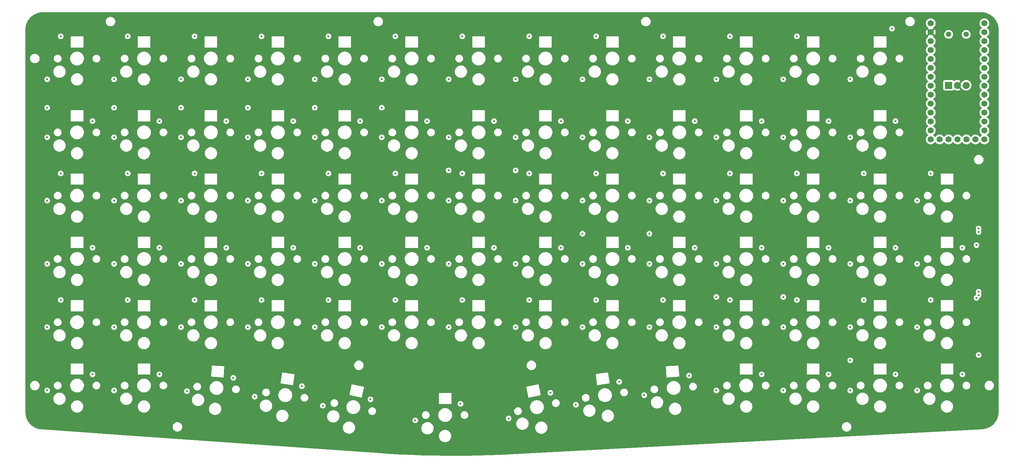
<source format=gbr>
%TF.GenerationSoftware,KiCad,Pcbnew,8.0.7*%
%TF.CreationDate,2025-01-24T18:11:26+01:00*%
%TF.ProjectId,eepyboard_rev3,65657079-626f-4617-9264-5f726576332e,1.2*%
%TF.SameCoordinates,Original*%
%TF.FileFunction,Copper,L3,Inr*%
%TF.FilePolarity,Positive*%
%FSLAX46Y46*%
G04 Gerber Fmt 4.6, Leading zero omitted, Abs format (unit mm)*
G04 Created by KiCad (PCBNEW 8.0.7) date 2025-01-24 18:11:26*
%MOMM*%
%LPD*%
G01*
G04 APERTURE LIST*
%TA.AperFunction,ComponentPad*%
%ADD10C,1.500000*%
%TD*%
%TA.AperFunction,ComponentPad*%
%ADD11R,2.000000X2.000000*%
%TD*%
%TA.AperFunction,ComponentPad*%
%ADD12C,2.000000*%
%TD*%
%TA.AperFunction,ComponentPad*%
%ADD13C,1.752600*%
%TD*%
%TA.AperFunction,ViaPad*%
%ADD14C,0.600000*%
%TD*%
G04 APERTURE END LIST*
D10*
%TO.N,diode_rotary_top_right*%
%TO.C,ROT1*%
X322976745Y-75295902D03*
%TO.N,COL14*%
X327976745Y-75295902D03*
D11*
%TO.N,rotary_top_right_a*%
X322976745Y-89795905D03*
D12*
%TO.N,rotary_top_right_b*%
X327976745Y-89795904D03*
%TO.N,GND*%
X325476746Y-89795902D03*
%TD*%
D13*
%TO.N,ROW1*%
%TO.C,MCU1*%
X333136746Y-72165900D03*
%TO.N,ROW2*%
X333136746Y-74705900D03*
%TO.N,ROW3*%
X333136746Y-77245900D03*
%TO.N,ROW4*%
X333136746Y-79785900D03*
%TO.N,GP4*%
X333136746Y-82325900D03*
%TO.N,GP5*%
X333136746Y-84865900D03*
%TO.N,rotary_top_right_a*%
X333136746Y-87405900D03*
%TO.N,rotary_top_right_b*%
X333136746Y-89945900D03*
%TO.N,COL14*%
X333136746Y-92485900D03*
%TO.N,COL13*%
X333136746Y-95025900D03*
%TO.N,COL12*%
X333136746Y-97565900D03*
%TO.N,COL11*%
X333136746Y-100105900D03*
%TO.N,COL10*%
X333136746Y-102645900D03*
%TO.N,COL9*%
X333136746Y-105185900D03*
%TO.N,GP14*%
X330596746Y-105185900D03*
%TO.N,GP15*%
X328056746Y-105185900D03*
%TO.N,GP16*%
X325516746Y-105185900D03*
%TO.N,COL8*%
X322976746Y-105185900D03*
%TO.N,COL7*%
X320436746Y-105185900D03*
%TO.N,VCC*%
X317896746Y-72165900D03*
%TO.N,GND*%
X317896746Y-74705900D03*
%TO.N,RST*%
X317896746Y-77245900D03*
%TO.N,3V3*%
X317896746Y-79785900D03*
%TO.N,led_din_function_f12*%
X317896746Y-82325900D03*
%TO.N,ROW6*%
X317896746Y-84865900D03*
%TO.N,COL1*%
X317896746Y-87405900D03*
%TO.N,COL2*%
X317896746Y-89945900D03*
%TO.N,COL3*%
X317896746Y-92485900D03*
%TO.N,COL4*%
X317896746Y-95025900D03*
%TO.N,COL5*%
X317896746Y-97565900D03*
%TO.N,COL6*%
X317896746Y-100105900D03*
%TO.N,GP20*%
X317896746Y-102645900D03*
%TO.N,ROW5*%
X317896746Y-105185900D03*
%TD*%
D14*
%TO.N,COL6*%
X162027674Y-96175900D03*
%TO.N,COL5*%
X143027675Y-96175900D03*
%TO.N,COL4*%
X124027673Y-96175900D03*
%TO.N,COL3*%
X105027673Y-96175900D03*
%TO.N,COL2*%
X86027674Y-96175900D03*
%TO.N,COL1*%
X67027672Y-96175900D03*
%TO.N,led_din_main_right_bottom*%
X330900000Y-135250000D03*
%TO.N,COL9*%
X331500000Y-130500000D03*
%TO.N,COL10*%
X331500000Y-131500000D03*
%TO.N,COL7*%
X181027674Y-114000000D03*
%TO.N,COL8*%
X200027674Y-114000000D03*
%TO.N,COL9*%
X219027674Y-132000000D03*
%TO.N,COL10*%
X238027674Y-132000000D03*
%TO.N,COL13*%
X331500000Y-166500000D03*
%TO.N,COL12*%
X331500000Y-149500000D03*
%TO.N,COL13*%
X295027674Y-168000000D03*
%TO.N,COL11*%
X257027673Y-150000000D03*
%TO.N,COL12*%
X276027673Y-150000000D03*
%TO.N,GND*%
X200635767Y-176903765D03*
%TO.N,VCC*%
X209909495Y-177245617D03*
X229466372Y-174121100D03*
%TO.N,GND*%
X220239081Y-173133175D03*
X240151917Y-170730062D03*
%TO.N,VCC*%
X249287818Y-172359247D03*
X119876586Y-172997741D03*
X139351300Y-175355633D03*
X158830360Y-179096210D03*
%TO.N,GND*%
X150497430Y-175011951D03*
X130753767Y-171862594D03*
X111056334Y-170112943D03*
X317890546Y-169725899D03*
X298890546Y-169725899D03*
X279890544Y-169725901D03*
X260890545Y-169725900D03*
X175390544Y-178117398D03*
X89890544Y-169725901D03*
X70890544Y-169725900D03*
X317890544Y-133725901D03*
X298890544Y-133725902D03*
X279890544Y-133725901D03*
X260890544Y-133725903D03*
X241890546Y-133725900D03*
X222890544Y-133725898D03*
X203890544Y-133725898D03*
X184890543Y-133725900D03*
X165890544Y-133725902D03*
X146890543Y-133725901D03*
X127890544Y-133725901D03*
X108890544Y-133725901D03*
X89890544Y-133725902D03*
X70890543Y-133725903D03*
X298890544Y-97725900D03*
X279890544Y-97725900D03*
X260890545Y-97725901D03*
X241890546Y-97725901D03*
X222890545Y-97725899D03*
X203890545Y-97725901D03*
X184890544Y-97725903D03*
X165890544Y-97725898D03*
X146890543Y-97725900D03*
X127890543Y-97725898D03*
X108890543Y-97725898D03*
X89890543Y-97725900D03*
X70890544Y-97725901D03*
X327390544Y-153225900D03*
X308390544Y-153225901D03*
X289390544Y-153225900D03*
X270390544Y-153225900D03*
X251390544Y-153225902D03*
X232390544Y-153225904D03*
X213390543Y-153225903D03*
X194390543Y-153225900D03*
X175390543Y-153225901D03*
X156390543Y-153225899D03*
X137390543Y-153225900D03*
X118390543Y-153225899D03*
X99390544Y-153225900D03*
X80390544Y-153225901D03*
X327390544Y-117225901D03*
X308390543Y-117225901D03*
X289390544Y-117225902D03*
X270390543Y-117225900D03*
X251390544Y-117225900D03*
X232390544Y-117225901D03*
X213390544Y-117225902D03*
X194390543Y-117225899D03*
X175390543Y-117225902D03*
X156390543Y-117225902D03*
X137390543Y-117225901D03*
X118390543Y-117225901D03*
X99390543Y-117225899D03*
X80390543Y-117225899D03*
%TO.N,COL14*%
X314027672Y-122571945D03*
X314027672Y-158571942D03*
X314027672Y-176571945D03*
X314027674Y-140571942D03*
%TO.N,COL13*%
X295027673Y-104571945D03*
X295027675Y-122571945D03*
X295027674Y-176571947D03*
X295027674Y-140571944D03*
X295027673Y-158571942D03*
X295027674Y-88071942D03*
%TO.N,COL12*%
X276027673Y-122571947D03*
X276027671Y-88071942D03*
X276027673Y-158571943D03*
X276027676Y-104571944D03*
X276027673Y-140571944D03*
X276027674Y-176571944D03*
%TO.N,COL11*%
X257027675Y-104571944D03*
X257027673Y-158571945D03*
X257027675Y-176571942D03*
X257027674Y-122571942D03*
X257027674Y-140571942D03*
X257027673Y-88071944D03*
%TO.N,COL10*%
X238027675Y-88071946D03*
X238027675Y-104571944D03*
X236545581Y-177918401D03*
X238027673Y-158571944D03*
X238027674Y-140571944D03*
X238027673Y-122571943D03*
%TO.N,COL9*%
X219027675Y-122571941D03*
X219027676Y-104571946D03*
X217149134Y-180638936D03*
X219027673Y-158571944D03*
X219027673Y-88071945D03*
X219027674Y-140571945D03*
%TO.N,COL8*%
X200027674Y-88071945D03*
X198059299Y-184547830D03*
X200027673Y-122571942D03*
X200027672Y-158571943D03*
X200027675Y-140571945D03*
X200027676Y-104571945D03*
%TO.N,COL7*%
X181027676Y-140571943D03*
X181027676Y-104571944D03*
X181027676Y-88071943D03*
X181027672Y-158571944D03*
X181027672Y-122571942D03*
%TO.N,VCC*%
X222890544Y-75863400D03*
X288890543Y-171988400D03*
X108890544Y-114863402D03*
X279890543Y-75863402D03*
X127890544Y-75863401D03*
X250890543Y-135988402D03*
X193890543Y-99988399D03*
X250890544Y-99988400D03*
X174890543Y-99988401D03*
X146890544Y-150863400D03*
X260890544Y-75863399D03*
X241890543Y-75863397D03*
X98890543Y-99988405D03*
X317890544Y-150863398D03*
X146890544Y-114863403D03*
X193890543Y-135988404D03*
X117890544Y-99988403D03*
X79890544Y-99988402D03*
X184390545Y-180379896D03*
X79890544Y-171988399D03*
X174890544Y-135988402D03*
X326890544Y-171988397D03*
X184890545Y-114863403D03*
X70890544Y-114863399D03*
X117890544Y-135988400D03*
X307890544Y-135988401D03*
X203890544Y-150863401D03*
X127890543Y-114863403D03*
X89890544Y-75863403D03*
X165890543Y-114863402D03*
X279890543Y-150863402D03*
X89890543Y-150863399D03*
X203890545Y-75863403D03*
X306890545Y-73667578D03*
X222890544Y-150863401D03*
X184890544Y-150863399D03*
X136890543Y-135988401D03*
X288890544Y-99988401D03*
X317890545Y-114863400D03*
X79890545Y-135988398D03*
X260890543Y-114863401D03*
X241890543Y-150863401D03*
X98890542Y-135988402D03*
X108890544Y-75863403D03*
X298890543Y-150863403D03*
X146890544Y-75863398D03*
X222890543Y-114863403D03*
X260890543Y-150863401D03*
X288890544Y-135988402D03*
X269890543Y-171988403D03*
X155890543Y-99988401D03*
X241890543Y-114863402D03*
X231890544Y-99988399D03*
X203890544Y-114863402D03*
X326890544Y-135988401D03*
X70890543Y-75863401D03*
X165890544Y-75863400D03*
X108890543Y-150863403D03*
X98890545Y-171988396D03*
X165890544Y-150863399D03*
X136890544Y-99988402D03*
X127890545Y-150863398D03*
X269890544Y-99988400D03*
X269890545Y-135988398D03*
X212890543Y-99988400D03*
X89890544Y-114863399D03*
X184890545Y-75863401D03*
X298890544Y-114863399D03*
X307890545Y-99988404D03*
X70890543Y-150863401D03*
X279890544Y-114863399D03*
X155890544Y-135988398D03*
X307890544Y-171988399D03*
X212890543Y-135988402D03*
X231890543Y-135988401D03*
%TO.N,GND*%
X80390543Y-78225900D03*
X194390545Y-78225898D03*
X289390543Y-78225902D03*
X308390543Y-78225900D03*
X99390545Y-78225902D03*
X137390544Y-78225902D03*
X118390544Y-78225902D03*
X232390545Y-78225899D03*
X251390544Y-78225898D03*
X175390544Y-78225897D03*
X213390545Y-78225899D03*
X156390544Y-78225900D03*
X270390543Y-78225899D03*
%TO.N,COL1*%
X67027674Y-122571946D03*
X67027673Y-88071943D03*
X67027673Y-176571943D03*
X67027671Y-104571942D03*
X67027674Y-158571946D03*
X67027673Y-140571941D03*
%TO.N,COL2*%
X86027673Y-88071942D03*
X86027673Y-104571942D03*
X86027676Y-176571946D03*
X86027673Y-140571943D03*
X86027675Y-158571943D03*
X86027675Y-122571947D03*
%TO.N,COL3*%
X106718122Y-176775310D03*
X105027675Y-158571943D03*
X105027674Y-104571943D03*
X105027675Y-122571945D03*
X105027673Y-88071944D03*
X105027671Y-140571944D03*
%TO.N,COL4*%
X125945875Y-178346396D03*
X124027674Y-104571945D03*
X124027675Y-88071945D03*
X124027675Y-158571942D03*
X124027672Y-122571944D03*
X124027673Y-140571944D03*
%TO.N,COL5*%
X143027674Y-104571944D03*
X143027676Y-88071944D03*
X143027674Y-140571942D03*
X143027675Y-158571944D03*
X145299627Y-180922965D03*
X143027672Y-122571944D03*
%TO.N,COL6*%
X162027672Y-140571942D03*
X162027674Y-104571943D03*
X171527673Y-185071943D03*
X162027674Y-88071945D03*
X162027673Y-122571945D03*
X162027673Y-158571945D03*
%TO.N,COL11*%
X331500000Y-148500000D03*
%TO.N,led_din_main_right_bottom*%
X330900000Y-150250000D03*
%TD*%
%TA.AperFunction,Conductor*%
%TO.N,GND*%
G36*
X332269447Y-69016517D02*
G01*
X332689244Y-69034849D01*
X332699985Y-69035789D01*
X333113915Y-69090287D01*
X333124541Y-69092161D01*
X333532133Y-69182526D01*
X333542544Y-69185315D01*
X333940725Y-69310864D01*
X333950878Y-69314560D01*
X334033407Y-69348745D01*
X334336575Y-69474324D01*
X334346379Y-69478896D01*
X334716677Y-69671664D01*
X334726042Y-69677071D01*
X334886785Y-69779477D01*
X335078134Y-69901381D01*
X335086994Y-69907585D01*
X335418192Y-70161725D01*
X335426467Y-70168668D01*
X335633796Y-70358652D01*
X335734266Y-70450717D01*
X335741915Y-70458366D01*
X336023954Y-70766161D01*
X336030907Y-70774448D01*
X336177428Y-70965399D01*
X336285026Y-71105625D01*
X336285039Y-71105641D01*
X336291240Y-71114496D01*
X336403399Y-71290552D01*
X336515554Y-71466602D01*
X336520962Y-71475970D01*
X336713725Y-71846265D01*
X336718290Y-71856053D01*
X336878056Y-72241766D01*
X336881753Y-72251922D01*
X337007287Y-72650070D01*
X337010087Y-72660519D01*
X337100445Y-73068098D01*
X337102323Y-73078751D01*
X337156243Y-73488323D01*
X337156812Y-73492641D01*
X337157755Y-73503415D01*
X337175410Y-73907792D01*
X337176127Y-73924197D01*
X337176245Y-73929606D01*
X337176249Y-182674880D01*
X337176249Y-182682988D01*
X337176139Y-182688214D01*
X337159032Y-183093786D01*
X337158152Y-183104199D01*
X337107286Y-183504294D01*
X337105532Y-183514597D01*
X337021158Y-183908978D01*
X337018543Y-183919095D01*
X336901256Y-184304987D01*
X336897798Y-184314849D01*
X336748444Y-184689469D01*
X336744169Y-184699005D01*
X336563787Y-185059746D01*
X336558723Y-185068888D01*
X336348617Y-185413141D01*
X336342802Y-185421824D01*
X336104450Y-185747169D01*
X336097924Y-185755332D01*
X335833016Y-186059459D01*
X335825825Y-186067043D01*
X335536266Y-186347766D01*
X335528464Y-186354717D01*
X335216287Y-186610070D01*
X335207926Y-186616340D01*
X334875344Y-186844507D01*
X334866484Y-186850051D01*
X334515884Y-187049394D01*
X334506590Y-187054172D01*
X334140455Y-187223283D01*
X334130791Y-187227262D01*
X333751699Y-187364949D01*
X333741735Y-187368099D01*
X333352406Y-187473373D01*
X333342212Y-187475673D01*
X332945406Y-187547790D01*
X332935054Y-187549224D01*
X332531992Y-187587823D01*
X332526779Y-187588212D01*
X198544404Y-194738055D01*
X198543766Y-194738087D01*
X195460171Y-194886722D01*
X195458895Y-194886777D01*
X192374181Y-195003643D01*
X192372905Y-195003685D01*
X189287151Y-195088783D01*
X189285875Y-195088812D01*
X186199309Y-195142132D01*
X186198032Y-195142147D01*
X183111181Y-195163681D01*
X183109904Y-195163683D01*
X180023090Y-195153432D01*
X180021813Y-195153422D01*
X176935074Y-195111383D01*
X176933798Y-195111359D01*
X173847658Y-195037539D01*
X173846381Y-195037501D01*
X170761351Y-194931912D01*
X170760076Y-194931862D01*
X167676211Y-194794509D01*
X167674935Y-194794446D01*
X164592538Y-194625340D01*
X164591264Y-194625263D01*
X161511328Y-194424461D01*
X161510696Y-194424418D01*
X161502662Y-194423853D01*
X161502661Y-194423852D01*
X161502658Y-194423853D01*
X90147286Y-189402653D01*
X178266249Y-189402653D01*
X178266249Y-189632136D01*
X178291195Y-189821610D01*
X178296201Y-189859633D01*
X178296202Y-189859635D01*
X178355591Y-190081282D01*
X178443399Y-190293271D01*
X178443406Y-190293285D01*
X178558141Y-190492012D01*
X178697830Y-190674056D01*
X178697838Y-190674065D01*
X178860079Y-190836306D01*
X178860087Y-190836313D01*
X179042131Y-190976002D01*
X179042134Y-190976003D01*
X179042137Y-190976006D01*
X179240861Y-191090739D01*
X179240866Y-191090741D01*
X179240872Y-191090744D01*
X179332229Y-191128585D01*
X179452862Y-191178553D01*
X179674511Y-191237943D01*
X179902015Y-191267895D01*
X179902022Y-191267895D01*
X180131476Y-191267895D01*
X180131483Y-191267895D01*
X180358987Y-191237943D01*
X180580636Y-191178553D01*
X180792637Y-191090739D01*
X180991361Y-190976006D01*
X181173410Y-190836314D01*
X181173414Y-190836309D01*
X181173419Y-190836306D01*
X181335660Y-190674065D01*
X181335663Y-190674060D01*
X181335668Y-190674056D01*
X181475360Y-190492007D01*
X181590093Y-190293283D01*
X181677907Y-190081282D01*
X181737297Y-189859633D01*
X181767249Y-189632129D01*
X181767249Y-189402661D01*
X181737297Y-189175157D01*
X181677907Y-188953508D01*
X181604383Y-188776006D01*
X181590098Y-188741518D01*
X181590095Y-188741512D01*
X181590093Y-188741507D01*
X181475360Y-188542783D01*
X181475357Y-188542780D01*
X181475356Y-188542777D01*
X181335667Y-188360733D01*
X181335660Y-188360725D01*
X181173419Y-188198484D01*
X181173410Y-188198476D01*
X180991366Y-188058787D01*
X180792639Y-187944052D01*
X180792625Y-187944045D01*
X180580636Y-187856237D01*
X180532443Y-187843324D01*
X180358987Y-187796847D01*
X180320964Y-187791841D01*
X180131490Y-187766895D01*
X180131483Y-187766895D01*
X179902015Y-187766895D01*
X179902007Y-187766895D01*
X179685464Y-187795404D01*
X179674511Y-187796847D01*
X179580825Y-187821949D01*
X179452861Y-187856237D01*
X179240872Y-187944045D01*
X179240858Y-187944052D01*
X179042131Y-188058787D01*
X178860087Y-188198476D01*
X178697830Y-188360733D01*
X178558141Y-188542777D01*
X178443406Y-188741504D01*
X178443399Y-188741518D01*
X178355591Y-188953507D01*
X178296202Y-189175154D01*
X178296200Y-189175165D01*
X178266249Y-189402653D01*
X90147286Y-189402653D01*
X65441703Y-187664148D01*
X65441698Y-187664146D01*
X65441694Y-187664147D01*
X65424689Y-187662949D01*
X65419553Y-187662480D01*
X65020669Y-187617647D01*
X65010457Y-187616066D01*
X64665295Y-187547790D01*
X64619222Y-187538676D01*
X64609183Y-187536252D01*
X64389401Y-187473373D01*
X64225747Y-187426552D01*
X64215939Y-187423298D01*
X63842973Y-187282052D01*
X63833470Y-187277992D01*
X63473570Y-187106186D01*
X63464437Y-187101349D01*
X63120076Y-186900160D01*
X63111378Y-186894580D01*
X63004597Y-186819613D01*
X102666246Y-186819613D01*
X102666246Y-187032186D01*
X102696860Y-187225479D01*
X102699500Y-187242143D01*
X102761230Y-187432129D01*
X102765190Y-187444314D01*
X102861697Y-187633720D01*
X102986636Y-187805686D01*
X103136959Y-187956009D01*
X103308925Y-188080948D01*
X103308927Y-188080949D01*
X103308930Y-188080951D01*
X103498334Y-188177457D01*
X103700503Y-188243146D01*
X103910459Y-188276400D01*
X103910460Y-188276400D01*
X104123032Y-188276400D01*
X104123033Y-188276400D01*
X104332989Y-188243146D01*
X104535158Y-188177457D01*
X104724562Y-188080951D01*
X104755068Y-188058787D01*
X104896532Y-187956009D01*
X104896534Y-187956006D01*
X104896538Y-187956004D01*
X105046850Y-187805692D01*
X105046852Y-187805688D01*
X105046855Y-187805686D01*
X105171794Y-187633720D01*
X105171793Y-187633720D01*
X105171797Y-187633716D01*
X105268303Y-187444312D01*
X105333992Y-187242143D01*
X105367246Y-187032187D01*
X105367246Y-187022628D01*
X150961594Y-187022628D01*
X150961594Y-187252111D01*
X150984374Y-187425130D01*
X150991546Y-187479608D01*
X151028533Y-187617647D01*
X151050936Y-187701257D01*
X151138744Y-187913246D01*
X151138750Y-187913258D01*
X151253482Y-188111981D01*
X151253486Y-188111987D01*
X151393175Y-188294031D01*
X151393183Y-188294040D01*
X151555424Y-188456281D01*
X151555432Y-188456288D01*
X151737476Y-188595977D01*
X151737479Y-188595978D01*
X151737482Y-188595981D01*
X151936206Y-188710714D01*
X151936211Y-188710716D01*
X151936217Y-188710719D01*
X152010573Y-188741518D01*
X152148207Y-188798528D01*
X152369856Y-188857918D01*
X152586406Y-188886427D01*
X152597344Y-188887868D01*
X152597360Y-188887870D01*
X152597367Y-188887870D01*
X152826821Y-188887870D01*
X152826828Y-188887870D01*
X153054332Y-188857918D01*
X153275981Y-188798528D01*
X153487982Y-188710714D01*
X153686706Y-188595981D01*
X153868755Y-188456289D01*
X153868759Y-188456284D01*
X153868764Y-188456281D01*
X154031005Y-188294040D01*
X154031008Y-188294035D01*
X154031013Y-188294031D01*
X154170705Y-188111982D01*
X154285438Y-187913258D01*
X154373252Y-187701257D01*
X154432642Y-187479608D01*
X154462594Y-187252104D01*
X154462594Y-187202653D01*
X173266249Y-187202653D01*
X173266249Y-187432136D01*
X173281665Y-187549224D01*
X173296201Y-187659633D01*
X173341439Y-187828466D01*
X173355591Y-187881282D01*
X173443399Y-188093271D01*
X173443405Y-188093283D01*
X173549128Y-188276402D01*
X173558141Y-188292012D01*
X173697830Y-188474056D01*
X173697838Y-188474065D01*
X173860079Y-188636306D01*
X173860087Y-188636313D01*
X174042131Y-188776002D01*
X174042134Y-188776003D01*
X174042137Y-188776006D01*
X174240861Y-188890739D01*
X174240866Y-188890741D01*
X174240872Y-188890744D01*
X174332229Y-188928585D01*
X174452862Y-188978553D01*
X174674511Y-189037943D01*
X174902015Y-189067895D01*
X174902022Y-189067895D01*
X175131476Y-189067895D01*
X175131483Y-189067895D01*
X175358987Y-189037943D01*
X175580636Y-188978553D01*
X175792637Y-188890739D01*
X175991361Y-188776006D01*
X176173410Y-188636314D01*
X176173414Y-188636309D01*
X176173419Y-188636306D01*
X176335660Y-188474065D01*
X176335663Y-188474060D01*
X176335668Y-188474056D01*
X176475360Y-188292007D01*
X176590093Y-188093283D01*
X176677907Y-187881282D01*
X176737297Y-187659633D01*
X176767249Y-187432129D01*
X176767249Y-187202661D01*
X176737297Y-186975157D01*
X176677907Y-186753508D01*
X176590093Y-186541507D01*
X176475360Y-186342783D01*
X176475357Y-186342780D01*
X176475356Y-186342777D01*
X176337216Y-186162752D01*
X176335668Y-186160734D01*
X176335667Y-186160733D01*
X176335660Y-186160725D01*
X176173419Y-185998484D01*
X176173410Y-185998476D01*
X176058447Y-185910261D01*
X200222759Y-185910261D01*
X200222759Y-186139744D01*
X200247705Y-186329218D01*
X200252711Y-186367241D01*
X200307973Y-186573483D01*
X200312101Y-186588890D01*
X200399909Y-186800879D01*
X200399915Y-186800891D01*
X200500525Y-186975154D01*
X200514651Y-186999620D01*
X200654340Y-187181664D01*
X200654348Y-187181673D01*
X200816589Y-187343914D01*
X200816597Y-187343921D01*
X200998641Y-187483610D01*
X200998644Y-187483611D01*
X200998647Y-187483614D01*
X201197371Y-187598347D01*
X201197376Y-187598349D01*
X201197382Y-187598352D01*
X201288739Y-187636193D01*
X201409372Y-187686161D01*
X201631021Y-187745551D01*
X201858525Y-187775503D01*
X201858532Y-187775503D01*
X202087986Y-187775503D01*
X202087993Y-187775503D01*
X202315497Y-187745551D01*
X202537146Y-187686161D01*
X202749147Y-187598347D01*
X202947871Y-187483614D01*
X203129920Y-187343922D01*
X203129924Y-187343917D01*
X203129929Y-187343914D01*
X203292170Y-187181673D01*
X203292173Y-187181668D01*
X203292178Y-187181664D01*
X203414212Y-187022627D01*
X205570903Y-187022627D01*
X205570903Y-187252110D01*
X205586174Y-187368099D01*
X205600855Y-187479607D01*
X205642149Y-187633720D01*
X205660245Y-187701256D01*
X205748053Y-187913245D01*
X205748060Y-187913259D01*
X205862795Y-188111986D01*
X206002484Y-188294030D01*
X206002492Y-188294039D01*
X206164733Y-188456280D01*
X206164741Y-188456287D01*
X206164742Y-188456288D01*
X206187898Y-188474056D01*
X206346785Y-188595976D01*
X206346788Y-188595977D01*
X206346791Y-188595980D01*
X206545515Y-188710713D01*
X206545520Y-188710715D01*
X206545526Y-188710718D01*
X206636883Y-188748559D01*
X206757516Y-188798527D01*
X206979165Y-188857917D01*
X207206669Y-188887869D01*
X207206676Y-188887869D01*
X207436130Y-188887869D01*
X207436137Y-188887869D01*
X207663641Y-188857917D01*
X207885290Y-188798527D01*
X208097291Y-188710713D01*
X208296015Y-188595980D01*
X208478064Y-188456288D01*
X208478068Y-188456283D01*
X208478073Y-188456280D01*
X208640314Y-188294039D01*
X208640317Y-188294034D01*
X208640322Y-188294030D01*
X208780014Y-188111981D01*
X208894747Y-187913257D01*
X208982561Y-187701256D01*
X209041951Y-187479607D01*
X209071903Y-187252103D01*
X209071903Y-187022635D01*
X209045174Y-186819615D01*
X292666248Y-186819615D01*
X292666248Y-187032188D01*
X292697144Y-187227262D01*
X292699502Y-187242145D01*
X292765190Y-187444312D01*
X292765192Y-187444316D01*
X292861699Y-187633722D01*
X292986638Y-187805688D01*
X293136961Y-187956011D01*
X293308927Y-188080950D01*
X293308929Y-188080951D01*
X293308932Y-188080953D01*
X293498336Y-188177459D01*
X293700505Y-188243148D01*
X293910461Y-188276402D01*
X293910462Y-188276402D01*
X294123034Y-188276402D01*
X294123035Y-188276402D01*
X294332991Y-188243148D01*
X294535160Y-188177459D01*
X294724564Y-188080953D01*
X294755077Y-188058784D01*
X294896534Y-187956011D01*
X294896536Y-187956008D01*
X294896540Y-187956006D01*
X295046852Y-187805694D01*
X295046854Y-187805690D01*
X295046857Y-187805688D01*
X295171796Y-187633722D01*
X295171795Y-187633722D01*
X295171799Y-187633718D01*
X295268305Y-187444314D01*
X295333994Y-187242145D01*
X295367248Y-187032189D01*
X295367248Y-186819615D01*
X295333994Y-186609659D01*
X295268305Y-186407490D01*
X295171799Y-186218086D01*
X295171797Y-186218083D01*
X295171796Y-186218081D01*
X295046857Y-186046115D01*
X294896534Y-185895792D01*
X294724568Y-185770853D01*
X294535162Y-185674346D01*
X294535161Y-185674345D01*
X294535160Y-185674345D01*
X294332991Y-185608656D01*
X294332989Y-185608655D01*
X294332988Y-185608655D01*
X294171705Y-185583110D01*
X294123035Y-185575402D01*
X293910461Y-185575402D01*
X293861790Y-185583110D01*
X293700508Y-185608655D01*
X293498333Y-185674346D01*
X293308927Y-185770853D01*
X293136961Y-185895792D01*
X292986638Y-186046115D01*
X292861699Y-186218081D01*
X292765192Y-186407487D01*
X292699501Y-186609662D01*
X292666248Y-186819615D01*
X209045174Y-186819615D01*
X209041951Y-186795131D01*
X208982561Y-186573482D01*
X208913804Y-186407488D01*
X208894752Y-186361492D01*
X208894747Y-186361482D01*
X208894747Y-186361481D01*
X208780014Y-186162757D01*
X208780011Y-186162754D01*
X208780010Y-186162751D01*
X208640321Y-185980707D01*
X208640314Y-185980699D01*
X208478073Y-185818458D01*
X208478064Y-185818450D01*
X208296020Y-185678761D01*
X208097293Y-185564026D01*
X208097279Y-185564019D01*
X207885290Y-185476211D01*
X207847271Y-185466024D01*
X207663641Y-185416821D01*
X207625618Y-185411815D01*
X207436144Y-185386869D01*
X207436137Y-185386869D01*
X207206669Y-185386869D01*
X207206661Y-185386869D01*
X206990118Y-185415378D01*
X206979165Y-185416821D01*
X206922124Y-185432105D01*
X206757515Y-185476211D01*
X206545526Y-185564019D01*
X206545512Y-185564026D01*
X206346785Y-185678761D01*
X206164741Y-185818450D01*
X206002484Y-185980707D01*
X205862795Y-186162751D01*
X205748060Y-186361478D01*
X205748053Y-186361492D01*
X205660245Y-186573481D01*
X205600856Y-186795128D01*
X205600854Y-186795139D01*
X205570903Y-187022627D01*
X203414212Y-187022627D01*
X203431870Y-186999615D01*
X203546603Y-186800891D01*
X203634417Y-186588890D01*
X203693807Y-186367241D01*
X203723759Y-186139737D01*
X203723759Y-185910269D01*
X203693807Y-185682765D01*
X203634417Y-185461116D01*
X203556753Y-185273618D01*
X203546608Y-185249126D01*
X203546605Y-185249120D01*
X203546603Y-185249115D01*
X203431870Y-185050391D01*
X203431867Y-185050388D01*
X203431866Y-185050385D01*
X203292177Y-184868341D01*
X203292170Y-184868333D01*
X203129929Y-184706092D01*
X203129920Y-184706084D01*
X202947876Y-184566395D01*
X202915720Y-184547830D01*
X202749147Y-184451659D01*
X202749135Y-184451653D01*
X202537146Y-184363845D01*
X202315497Y-184304455D01*
X202277474Y-184299449D01*
X202088000Y-184274503D01*
X202087993Y-184274503D01*
X201858525Y-184274503D01*
X201858517Y-184274503D01*
X201641974Y-184303012D01*
X201631021Y-184304455D01*
X201629036Y-184304987D01*
X201409371Y-184363845D01*
X201197382Y-184451653D01*
X201197368Y-184451660D01*
X200998641Y-184566395D01*
X200816597Y-184706084D01*
X200654340Y-184868341D01*
X200514651Y-185050385D01*
X200399916Y-185249112D01*
X200399909Y-185249126D01*
X200312101Y-185461115D01*
X200277813Y-185589079D01*
X200253785Y-185678759D01*
X200252712Y-185682762D01*
X200252710Y-185682773D01*
X200222759Y-185910261D01*
X176058447Y-185910261D01*
X175991366Y-185858787D01*
X175988809Y-185857311D01*
X175839053Y-185770849D01*
X175792639Y-185744052D01*
X175792625Y-185744045D01*
X175580636Y-185656237D01*
X175358987Y-185596847D01*
X175320964Y-185591841D01*
X175131490Y-185566895D01*
X175131483Y-185566895D01*
X174902015Y-185566895D01*
X174902007Y-185566895D01*
X174685464Y-185595404D01*
X174674511Y-185596847D01*
X174630439Y-185608656D01*
X174452861Y-185656237D01*
X174240872Y-185744045D01*
X174240858Y-185744052D01*
X174042131Y-185858787D01*
X173860087Y-185998476D01*
X173697830Y-186160733D01*
X173558141Y-186342777D01*
X173443406Y-186541504D01*
X173443399Y-186541518D01*
X173355591Y-186753507D01*
X173296202Y-186975154D01*
X173296200Y-186975165D01*
X173266249Y-187202653D01*
X154462594Y-187202653D01*
X154462594Y-187022636D01*
X154432642Y-186795132D01*
X154373252Y-186573483D01*
X154304495Y-186407490D01*
X154285443Y-186361493D01*
X154285440Y-186361487D01*
X154285438Y-186361482D01*
X154170705Y-186162758D01*
X154170702Y-186162755D01*
X154170701Y-186162752D01*
X154031012Y-185980708D01*
X154031005Y-185980700D01*
X153868764Y-185818459D01*
X153868755Y-185818451D01*
X153686711Y-185678762D01*
X153487984Y-185564027D01*
X153487970Y-185564020D01*
X153275981Y-185476212D01*
X153219641Y-185461116D01*
X153054332Y-185416822D01*
X153016309Y-185411816D01*
X152826835Y-185386870D01*
X152826828Y-185386870D01*
X152597360Y-185386870D01*
X152597352Y-185386870D01*
X152397815Y-185413141D01*
X152369856Y-185416822D01*
X152276170Y-185441924D01*
X152148206Y-185476212D01*
X151936217Y-185564020D01*
X151936203Y-185564027D01*
X151737476Y-185678762D01*
X151555432Y-185818451D01*
X151393175Y-185980708D01*
X151253486Y-186162752D01*
X151138751Y-186361479D01*
X151138744Y-186361493D01*
X151050936Y-186573482D01*
X151035971Y-186629333D01*
X150991547Y-186795131D01*
X150991545Y-186795140D01*
X150961594Y-187022628D01*
X105367246Y-187022628D01*
X105367246Y-186819613D01*
X105333992Y-186609657D01*
X105268303Y-186407488D01*
X105171797Y-186218084D01*
X105171795Y-186218081D01*
X105171794Y-186218079D01*
X105046855Y-186046113D01*
X104896532Y-185895790D01*
X104724566Y-185770851D01*
X104535160Y-185674344D01*
X104535159Y-185674343D01*
X104535158Y-185674343D01*
X104332989Y-185608654D01*
X104332987Y-185608653D01*
X104332986Y-185608653D01*
X104171703Y-185583108D01*
X104123033Y-185575400D01*
X103910459Y-185575400D01*
X103861788Y-185583108D01*
X103700506Y-185608653D01*
X103498331Y-185674344D01*
X103308925Y-185770851D01*
X103136959Y-185895790D01*
X102986636Y-186046113D01*
X102861697Y-186218079D01*
X102765190Y-186407485D01*
X102699499Y-186609660D01*
X102666246Y-186819613D01*
X63004597Y-186819613D01*
X62784980Y-186665428D01*
X62776777Y-186659143D01*
X62725490Y-186616340D01*
X62470582Y-186403598D01*
X62462931Y-186396651D01*
X62179090Y-186116508D01*
X62172044Y-186108949D01*
X62062130Y-185980708D01*
X61912510Y-185806140D01*
X61906120Y-185798023D01*
X61886508Y-185770853D01*
X61672691Y-185474637D01*
X61667011Y-185466035D01*
X61521893Y-185224962D01*
X61461323Y-185124341D01*
X61456367Y-185115273D01*
X61360230Y-184920499D01*
X61279847Y-184757644D01*
X61275666Y-184748199D01*
X61267352Y-184727085D01*
X61129536Y-184377105D01*
X61126162Y-184367364D01*
X61011441Y-183985396D01*
X61008886Y-183975393D01*
X61003848Y-183951569D01*
X60948184Y-183688356D01*
X132051989Y-183688356D01*
X132051989Y-183917839D01*
X132068195Y-184040926D01*
X132081941Y-184145336D01*
X132120201Y-184288125D01*
X132141331Y-184366985D01*
X132229139Y-184578974D01*
X132229146Y-184578988D01*
X132343881Y-184777715D01*
X132483570Y-184959759D01*
X132483578Y-184959768D01*
X132645819Y-185122009D01*
X132645824Y-185122013D01*
X132645828Y-185122017D01*
X132648857Y-185124341D01*
X132827871Y-185261705D01*
X132827874Y-185261706D01*
X132827877Y-185261709D01*
X133026601Y-185376442D01*
X133026606Y-185376444D01*
X133026612Y-185376447D01*
X133094324Y-185404494D01*
X133238602Y-185464256D01*
X133460251Y-185523646D01*
X133687755Y-185553598D01*
X133687762Y-185553598D01*
X133917216Y-185553598D01*
X133917223Y-185553598D01*
X134144727Y-185523646D01*
X134366376Y-185464256D01*
X134578377Y-185376442D01*
X134777101Y-185261709D01*
X134959150Y-185122017D01*
X134959154Y-185122012D01*
X134959159Y-185122009D01*
X135121400Y-184959768D01*
X135121403Y-184959763D01*
X135121408Y-184959759D01*
X135261100Y-184777710D01*
X135375833Y-184578986D01*
X135463647Y-184366985D01*
X135523037Y-184145336D01*
X135552989Y-183917832D01*
X135552989Y-183831145D01*
X146528262Y-183831145D01*
X146528262Y-184060628D01*
X146546662Y-184200379D01*
X146558214Y-184288125D01*
X146602033Y-184451660D01*
X146617604Y-184509774D01*
X146705412Y-184721763D01*
X146705419Y-184721777D01*
X146820154Y-184920504D01*
X146959843Y-185102548D01*
X146959851Y-185102557D01*
X147122092Y-185264798D01*
X147122100Y-185264805D01*
X147304144Y-185404494D01*
X147304147Y-185404495D01*
X147304150Y-185404498D01*
X147502874Y-185519231D01*
X147502879Y-185519233D01*
X147502885Y-185519236D01*
X147585843Y-185553598D01*
X147714875Y-185607045D01*
X147936524Y-185666435D01*
X148164028Y-185696387D01*
X148164035Y-185696387D01*
X148393489Y-185696387D01*
X148393496Y-185696387D01*
X148621000Y-185666435D01*
X148842649Y-185607045D01*
X149054650Y-185519231D01*
X149253374Y-185404498D01*
X149435423Y-185264806D01*
X149435427Y-185264801D01*
X149435432Y-185264798D01*
X149597673Y-185102557D01*
X149597676Y-185102552D01*
X149597681Y-185102548D01*
X149621168Y-185071939D01*
X170722108Y-185071939D01*
X170722108Y-185071946D01*
X170742303Y-185251192D01*
X170742304Y-185251197D01*
X170801884Y-185421466D01*
X170866090Y-185523648D01*
X170897857Y-185574205D01*
X171025411Y-185701759D01*
X171178151Y-185797732D01*
X171348418Y-185857311D01*
X171348423Y-185857312D01*
X171527669Y-185877508D01*
X171527673Y-185877508D01*
X171527677Y-185877508D01*
X171706922Y-185857312D01*
X171706925Y-185857311D01*
X171706928Y-185857311D01*
X171877195Y-185797732D01*
X172029935Y-185701759D01*
X172157489Y-185574205D01*
X172253462Y-185421465D01*
X172313041Y-185251198D01*
X172313042Y-185251192D01*
X172333238Y-185071946D01*
X172333238Y-185071939D01*
X172313042Y-184892693D01*
X172313041Y-184892688D01*
X172303628Y-184865787D01*
X172253462Y-184722421D01*
X172253057Y-184721777D01*
X172163337Y-184578988D01*
X172157489Y-184569681D01*
X172029935Y-184442127D01*
X171974820Y-184407496D01*
X171877196Y-184346154D01*
X171706927Y-184286574D01*
X171706922Y-184286573D01*
X171527677Y-184266378D01*
X171527669Y-184266378D01*
X171348423Y-184286573D01*
X171348418Y-184286574D01*
X171178149Y-184346154D01*
X171025410Y-184442127D01*
X170897857Y-184569680D01*
X170801884Y-184722419D01*
X170742304Y-184892688D01*
X170742303Y-184892693D01*
X170722108Y-185071939D01*
X149621168Y-185071939D01*
X149737373Y-184920499D01*
X149852106Y-184721775D01*
X149939920Y-184509774D01*
X149999310Y-184288125D01*
X150029262Y-184060621D01*
X150029262Y-183831153D01*
X150028492Y-183825308D01*
X150010464Y-183688374D01*
X149999310Y-183603649D01*
X149939920Y-183382000D01*
X149880774Y-183239210D01*
X149852111Y-183170010D01*
X149852108Y-183170004D01*
X149852106Y-183169999D01*
X149737373Y-182971275D01*
X149737370Y-182971272D01*
X149737369Y-182971269D01*
X149636526Y-182839849D01*
X149597681Y-182789226D01*
X149597680Y-182789225D01*
X149597673Y-182789217D01*
X149435432Y-182626976D01*
X149435423Y-182626968D01*
X149253379Y-182487279D01*
X149248030Y-182484191D01*
X149122017Y-182411437D01*
X149054652Y-182372544D01*
X149054638Y-182372537D01*
X148842649Y-182284729D01*
X148834584Y-182282568D01*
X148621000Y-182225339D01*
X148582977Y-182220333D01*
X148393503Y-182195387D01*
X148393496Y-182195387D01*
X148164028Y-182195387D01*
X148164020Y-182195387D01*
X147947477Y-182223896D01*
X147936524Y-182225339D01*
X147842838Y-182250441D01*
X147714874Y-182284729D01*
X147502885Y-182372537D01*
X147502871Y-182372544D01*
X147304144Y-182487279D01*
X147122100Y-182626968D01*
X146959843Y-182789225D01*
X146820154Y-182971269D01*
X146705419Y-183169996D01*
X146705412Y-183170010D01*
X146617604Y-183381999D01*
X146584836Y-183504294D01*
X146565888Y-183575011D01*
X146558215Y-183603646D01*
X146558213Y-183603657D01*
X146528262Y-183831145D01*
X135552989Y-183831145D01*
X135552989Y-183688364D01*
X135523037Y-183460860D01*
X135463647Y-183239211D01*
X135403410Y-183093786D01*
X135375838Y-183027221D01*
X135375835Y-183027215D01*
X135375833Y-183027210D01*
X135261100Y-182828486D01*
X135261097Y-182828483D01*
X135261096Y-182828480D01*
X135121407Y-182646436D01*
X135121400Y-182646428D01*
X134959159Y-182484187D01*
X134959150Y-182484179D01*
X134777106Y-182344490D01*
X134578379Y-182229755D01*
X134578365Y-182229748D01*
X134366376Y-182141940D01*
X134352627Y-182138256D01*
X134144727Y-182082550D01*
X134106704Y-182077544D01*
X133917230Y-182052598D01*
X133917223Y-182052598D01*
X133687755Y-182052598D01*
X133687747Y-182052598D01*
X133471204Y-182081107D01*
X133460251Y-182082550D01*
X133393193Y-182100518D01*
X133238601Y-182141940D01*
X133026612Y-182229748D01*
X133026598Y-182229755D01*
X132827871Y-182344490D01*
X132645827Y-182484179D01*
X132483570Y-182646436D01*
X132343881Y-182828480D01*
X132229146Y-183027207D01*
X132229139Y-183027221D01*
X132141331Y-183239210D01*
X132129761Y-183282390D01*
X132081941Y-183460860D01*
X132081940Y-183460868D01*
X132051989Y-183688356D01*
X60948184Y-183688356D01*
X60926365Y-183585182D01*
X60924657Y-183575032D01*
X60874914Y-183179302D01*
X60874055Y-183169008D01*
X60873037Y-183144606D01*
X60858580Y-182797921D01*
X60857356Y-182768567D01*
X60857248Y-182763401D01*
X60857248Y-181011159D01*
X73766244Y-181011159D01*
X73766244Y-181240642D01*
X73788380Y-181408772D01*
X73796196Y-181468139D01*
X73834560Y-181611318D01*
X73855586Y-181689788D01*
X73943394Y-181901777D01*
X73943401Y-181901791D01*
X73959721Y-181930058D01*
X74058132Y-182100512D01*
X74058136Y-182100518D01*
X74197825Y-182282562D01*
X74197833Y-182282571D01*
X74360074Y-182444812D01*
X74360082Y-182444819D01*
X74542126Y-182584508D01*
X74542129Y-182584509D01*
X74542132Y-182584512D01*
X74740856Y-182699245D01*
X74740861Y-182699247D01*
X74740867Y-182699250D01*
X74808572Y-182727294D01*
X74952857Y-182787059D01*
X75174506Y-182846449D01*
X75391056Y-182874958D01*
X75401994Y-182876399D01*
X75402010Y-182876401D01*
X75402017Y-182876401D01*
X75631471Y-182876401D01*
X75631478Y-182876401D01*
X75858982Y-182846449D01*
X76080631Y-182787059D01*
X76292632Y-182699245D01*
X76491356Y-182584512D01*
X76673405Y-182444820D01*
X76673409Y-182444815D01*
X76673414Y-182444812D01*
X76835655Y-182282571D01*
X76835658Y-182282566D01*
X76835663Y-182282562D01*
X76975355Y-182100513D01*
X77090088Y-181901789D01*
X77177902Y-181689788D01*
X77237292Y-181468139D01*
X77267244Y-181240635D01*
X77267244Y-181011167D01*
X77267243Y-181011156D01*
X92766249Y-181011156D01*
X92766249Y-181240639D01*
X92785470Y-181386626D01*
X92796201Y-181468136D01*
X92837108Y-181620804D01*
X92855591Y-181689785D01*
X92943399Y-181901774D01*
X92943406Y-181901788D01*
X92944255Y-181903259D01*
X93049363Y-182085312D01*
X93058141Y-182100515D01*
X93197830Y-182282559D01*
X93197838Y-182282568D01*
X93360079Y-182444809D01*
X93360087Y-182444816D01*
X93360088Y-182444817D01*
X93360091Y-182444819D01*
X93542131Y-182584505D01*
X93542134Y-182584506D01*
X93542137Y-182584509D01*
X93740861Y-182699242D01*
X93740866Y-182699244D01*
X93740872Y-182699247D01*
X93808584Y-182727294D01*
X93952862Y-182787056D01*
X94174511Y-182846446D01*
X94402015Y-182876398D01*
X94402022Y-182876398D01*
X94631476Y-182876398D01*
X94631483Y-182876398D01*
X94858987Y-182846446D01*
X95080636Y-182787056D01*
X95292637Y-182699242D01*
X95491361Y-182584509D01*
X95673410Y-182444817D01*
X95673416Y-182444811D01*
X95673419Y-182444809D01*
X95835660Y-182282568D01*
X95835665Y-182282562D01*
X95835668Y-182282559D01*
X95975360Y-182100510D01*
X96090093Y-181901786D01*
X96177907Y-181689785D01*
X96180187Y-181681274D01*
X112955863Y-181681274D01*
X112955863Y-181910757D01*
X112978481Y-182082549D01*
X112985815Y-182138254D01*
X113041074Y-182344487D01*
X113045205Y-182359903D01*
X113133013Y-182571892D01*
X113133020Y-182571906D01*
X113247755Y-182770633D01*
X113387444Y-182952677D01*
X113387452Y-182952686D01*
X113549693Y-183114927D01*
X113549701Y-183114934D01*
X113731745Y-183254623D01*
X113731748Y-183254624D01*
X113731751Y-183254627D01*
X113930475Y-183369360D01*
X113930480Y-183369362D01*
X113930486Y-183369365D01*
X114006438Y-183400825D01*
X114142476Y-183457174D01*
X114364125Y-183516564D01*
X114591629Y-183546516D01*
X114591636Y-183546516D01*
X114821090Y-183546516D01*
X114821097Y-183546516D01*
X115048601Y-183516564D01*
X115270250Y-183457174D01*
X115482251Y-183369360D01*
X115680975Y-183254627D01*
X115863024Y-183114935D01*
X115863028Y-183114930D01*
X115863033Y-183114927D01*
X116025274Y-182952686D01*
X116025279Y-182952680D01*
X116025282Y-182952677D01*
X116164974Y-182770628D01*
X116279707Y-182571904D01*
X116367521Y-182359903D01*
X116426911Y-182138254D01*
X116456863Y-181910750D01*
X116456863Y-181681282D01*
X116426911Y-181453778D01*
X116367521Y-181232129D01*
X116279707Y-181020128D01*
X116164974Y-180821404D01*
X116164971Y-180821401D01*
X116164970Y-180821398D01*
X116159217Y-180813900D01*
X127406835Y-180813900D01*
X127406835Y-181043383D01*
X127431685Y-181232128D01*
X127436787Y-181270880D01*
X127483759Y-181446184D01*
X127496177Y-181492529D01*
X127583985Y-181704518D01*
X127583991Y-181704530D01*
X127697876Y-181901786D01*
X127698727Y-181903259D01*
X127838416Y-182085303D01*
X127838424Y-182085312D01*
X128000665Y-182247553D01*
X128000673Y-182247560D01*
X128182717Y-182387249D01*
X128182720Y-182387250D01*
X128182723Y-182387253D01*
X128381447Y-182501986D01*
X128381452Y-182501988D01*
X128381458Y-182501991D01*
X128472815Y-182539832D01*
X128593448Y-182589800D01*
X128815097Y-182649190D01*
X129042601Y-182679142D01*
X129042608Y-182679142D01*
X129272062Y-182679142D01*
X129272069Y-182679142D01*
X129499573Y-182649190D01*
X129721222Y-182589800D01*
X129933223Y-182501986D01*
X130131947Y-182387253D01*
X130313996Y-182247561D01*
X130314000Y-182247556D01*
X130314005Y-182247553D01*
X130476246Y-182085312D01*
X130476249Y-182085307D01*
X130476254Y-182085303D01*
X130615946Y-181903254D01*
X130730679Y-181704530D01*
X130818493Y-181492529D01*
X130877883Y-181270880D01*
X130907835Y-181043376D01*
X130907835Y-180922961D01*
X144494062Y-180922961D01*
X144494062Y-180922968D01*
X144514257Y-181102214D01*
X144514258Y-181102219D01*
X144573838Y-181272488D01*
X144631794Y-181364724D01*
X144669811Y-181425227D01*
X144797365Y-181552781D01*
X144950105Y-181648754D01*
X145098444Y-181700660D01*
X145120372Y-181708333D01*
X145120377Y-181708334D01*
X145299623Y-181728530D01*
X145299627Y-181728530D01*
X145299631Y-181728530D01*
X145478876Y-181708334D01*
X145478879Y-181708333D01*
X145478882Y-181708333D01*
X145649149Y-181648754D01*
X145801889Y-181552781D01*
X145929443Y-181425227D01*
X146025416Y-181272487D01*
X146084995Y-181102220D01*
X146084996Y-181102214D01*
X146105192Y-180922968D01*
X146105192Y-180922961D01*
X146084996Y-180743715D01*
X146084995Y-180743710D01*
X146064244Y-180684407D01*
X146025416Y-180573443D01*
X146018233Y-180562012D01*
X145978796Y-180499248D01*
X145929443Y-180420703D01*
X145801889Y-180293149D01*
X145750032Y-180260565D01*
X145649150Y-180197176D01*
X145478881Y-180137596D01*
X145478876Y-180137595D01*
X145299631Y-180117400D01*
X145299623Y-180117400D01*
X145120377Y-180137595D01*
X145120372Y-180137596D01*
X144950103Y-180197176D01*
X144797364Y-180293149D01*
X144669811Y-180420702D01*
X144573838Y-180573441D01*
X144514258Y-180743710D01*
X144514257Y-180743715D01*
X144494062Y-180922961D01*
X130907835Y-180922961D01*
X130907835Y-180813908D01*
X130877883Y-180586404D01*
X130818493Y-180364755D01*
X130761518Y-180227205D01*
X130730684Y-180152765D01*
X130730681Y-180152759D01*
X130730679Y-180152754D01*
X130692826Y-180087190D01*
X147467957Y-180087190D01*
X147467957Y-180260565D01*
X147495077Y-180431791D01*
X147548647Y-180596666D01*
X147548648Y-180596669D01*
X147623570Y-180743710D01*
X147627355Y-180751138D01*
X147729256Y-180891392D01*
X147851843Y-181013979D01*
X147992097Y-181115880D01*
X148067859Y-181154482D01*
X148146565Y-181194586D01*
X148146568Y-181194587D01*
X148229005Y-181221372D01*
X148311445Y-181248158D01*
X148390748Y-181260718D01*
X148482670Y-181275278D01*
X148482675Y-181275278D01*
X148656044Y-181275278D01*
X148739052Y-181262130D01*
X148827269Y-181248158D01*
X148992148Y-181194586D01*
X149003914Y-181188591D01*
X151984169Y-181188591D01*
X151984169Y-181446192D01*
X152009161Y-181636017D01*
X152017791Y-181701567D01*
X152028998Y-181743391D01*
X152084458Y-181950374D01*
X152183028Y-182188344D01*
X152183036Y-182188361D01*
X152311821Y-182411422D01*
X152311825Y-182411429D01*
X152311832Y-182411438D01*
X152468632Y-182615784D01*
X152468638Y-182615791D01*
X152650769Y-182797922D01*
X152650776Y-182797928D01*
X152763293Y-182884265D01*
X152855131Y-182954735D01*
X152855138Y-182954739D01*
X153078199Y-183083524D01*
X153078204Y-183083526D01*
X153078207Y-183083528D01*
X153078211Y-183083529D01*
X153078216Y-183083532D01*
X153154030Y-183114935D01*
X153316185Y-183182102D01*
X153564994Y-183248770D01*
X153807461Y-183280691D01*
X153820360Y-183282390D01*
X153820376Y-183282392D01*
X153820383Y-183282392D01*
X154077955Y-183282392D01*
X154077962Y-183282392D01*
X154333344Y-183248770D01*
X154582153Y-183182102D01*
X154820131Y-183083528D01*
X155043207Y-182954735D01*
X155247563Y-182797927D01*
X155429704Y-182615786D01*
X155586512Y-182411430D01*
X155607996Y-182374218D01*
X158227581Y-182374218D01*
X158227581Y-182547593D01*
X158254701Y-182718819D01*
X158308271Y-182883694D01*
X158308272Y-182883697D01*
X158362505Y-182990134D01*
X158386979Y-183038166D01*
X158488880Y-183178420D01*
X158611467Y-183301007D01*
X158751721Y-183402908D01*
X158821759Y-183438594D01*
X158906189Y-183481614D01*
X158906192Y-183481615D01*
X158975992Y-183504294D01*
X159071069Y-183535186D01*
X159150372Y-183547746D01*
X159242294Y-183562306D01*
X159242299Y-183562306D01*
X159415668Y-183562306D01*
X159498676Y-183549158D01*
X159586893Y-183535186D01*
X159751772Y-183481614D01*
X159753552Y-183480707D01*
X173415349Y-183480707D01*
X173415349Y-183654082D01*
X173442469Y-183825308D01*
X173496039Y-183990183D01*
X173496040Y-183990186D01*
X173574747Y-184144655D01*
X173676648Y-184284909D01*
X173799235Y-184407496D01*
X173939489Y-184509397D01*
X174014910Y-184547826D01*
X174093957Y-184588103D01*
X174093960Y-184588104D01*
X174176397Y-184614889D01*
X174258837Y-184641675D01*
X174338140Y-184654235D01*
X174430062Y-184668795D01*
X174430067Y-184668795D01*
X174603436Y-184668795D01*
X174686444Y-184655647D01*
X174774661Y-184641675D01*
X174939540Y-184588103D01*
X175094009Y-184509397D01*
X175234263Y-184407496D01*
X175356850Y-184284909D01*
X175458751Y-184144655D01*
X175537457Y-183990186D01*
X175591029Y-183825307D01*
X175605001Y-183737090D01*
X175618149Y-183654082D01*
X175618149Y-183480707D01*
X175611479Y-183438594D01*
X178051749Y-183438594D01*
X178051749Y-183696195D01*
X178069518Y-183831159D01*
X178085371Y-183951570D01*
X178094437Y-183985405D01*
X178152038Y-184200377D01*
X178250608Y-184438347D01*
X178250616Y-184438364D01*
X178379401Y-184661425D01*
X178379412Y-184661441D01*
X178536212Y-184865787D01*
X178536218Y-184865794D01*
X178718349Y-185047925D01*
X178718356Y-185047931D01*
X178814902Y-185122013D01*
X178922711Y-185204738D01*
X178922718Y-185204742D01*
X179145779Y-185333527D01*
X179145784Y-185333529D01*
X179145787Y-185333531D01*
X179145791Y-185333532D01*
X179145796Y-185333535D01*
X179240135Y-185372611D01*
X179383765Y-185432105D01*
X179632574Y-185498773D01*
X179887956Y-185532395D01*
X179887963Y-185532395D01*
X180145535Y-185532395D01*
X180145542Y-185532395D01*
X180400924Y-185498773D01*
X180649733Y-185432105D01*
X180887711Y-185333531D01*
X181110787Y-185204738D01*
X181315143Y-185047930D01*
X181497284Y-184865789D01*
X181654092Y-184661433D01*
X181782885Y-184438357D01*
X181881459Y-184200379D01*
X181948127Y-183951570D01*
X181981749Y-183696188D01*
X181981749Y-183480707D01*
X184415349Y-183480707D01*
X184415349Y-183654082D01*
X184442469Y-183825308D01*
X184496039Y-183990183D01*
X184496040Y-183990186D01*
X184574747Y-184144655D01*
X184676648Y-184284909D01*
X184799235Y-184407496D01*
X184939489Y-184509397D01*
X185014910Y-184547826D01*
X185093957Y-184588103D01*
X185093960Y-184588104D01*
X185176397Y-184614889D01*
X185258837Y-184641675D01*
X185338140Y-184654235D01*
X185430062Y-184668795D01*
X185430067Y-184668795D01*
X185603436Y-184668795D01*
X185686444Y-184655647D01*
X185774661Y-184641675D01*
X185939540Y-184588103D01*
X186018588Y-184547826D01*
X197253734Y-184547826D01*
X197253734Y-184547833D01*
X197273929Y-184727079D01*
X197273930Y-184727084D01*
X197333510Y-184897353D01*
X197372731Y-184959772D01*
X197429483Y-185050092D01*
X197557037Y-185177646D01*
X197600154Y-185204738D01*
X197695749Y-185264805D01*
X197709777Y-185273619D01*
X197880044Y-185333198D01*
X197880049Y-185333199D01*
X198059295Y-185353395D01*
X198059299Y-185353395D01*
X198059303Y-185353395D01*
X198238548Y-185333199D01*
X198238551Y-185333198D01*
X198238554Y-185333198D01*
X198408821Y-185273619D01*
X198561561Y-185177646D01*
X198689115Y-185050092D01*
X198785088Y-184897352D01*
X198844667Y-184727085D01*
X198845265Y-184721777D01*
X198864864Y-184547833D01*
X198864864Y-184547826D01*
X198844668Y-184368580D01*
X198844667Y-184368575D01*
X198824165Y-184309985D01*
X198785088Y-184198308D01*
X198689115Y-184045568D01*
X198561561Y-183918014D01*
X198522901Y-183893722D01*
X198408822Y-183822041D01*
X198238553Y-183762461D01*
X198238548Y-183762460D01*
X198059303Y-183742265D01*
X198059295Y-183742265D01*
X197880049Y-183762460D01*
X197880044Y-183762461D01*
X197709775Y-183822041D01*
X197557036Y-183918014D01*
X197429483Y-184045567D01*
X197333510Y-184198306D01*
X197273930Y-184368575D01*
X197273929Y-184368580D01*
X197253734Y-184547826D01*
X186018588Y-184547826D01*
X186094009Y-184509397D01*
X186234263Y-184407496D01*
X186356850Y-184284909D01*
X186458751Y-184144655D01*
X186537457Y-183990186D01*
X186591029Y-183825307D01*
X186605001Y-183737090D01*
X186618149Y-183654082D01*
X186618149Y-183480707D01*
X186600513Y-183369361D01*
X186591029Y-183309483D01*
X186549641Y-183182102D01*
X186537458Y-183144606D01*
X186537457Y-183144603D01*
X186483224Y-183038166D01*
X186458751Y-182990135D01*
X186356850Y-182849881D01*
X186234263Y-182727294D01*
X186094009Y-182625393D01*
X186075154Y-182615786D01*
X185939540Y-182546686D01*
X185939537Y-182546685D01*
X185774662Y-182493115D01*
X185603436Y-182465995D01*
X185603431Y-182465995D01*
X185430067Y-182465995D01*
X185430062Y-182465995D01*
X185258835Y-182493115D01*
X185093960Y-182546685D01*
X185093957Y-182546686D01*
X184939488Y-182625393D01*
X184888256Y-182662616D01*
X184799235Y-182727294D01*
X184799233Y-182727296D01*
X184799232Y-182727296D01*
X184676650Y-182849878D01*
X184676650Y-182849879D01*
X184676648Y-182849881D01*
X184640010Y-182900309D01*
X184574747Y-182990134D01*
X184496040Y-183144603D01*
X184496039Y-183144606D01*
X184442469Y-183309481D01*
X184415349Y-183480707D01*
X181981749Y-183480707D01*
X181981749Y-183438602D01*
X181948127Y-183183220D01*
X181881459Y-182934411D01*
X181785862Y-182703620D01*
X181782889Y-182696442D01*
X181782881Y-182696425D01*
X181654096Y-182473364D01*
X181654092Y-182473357D01*
X181578019Y-182374217D01*
X199603116Y-182374217D01*
X199603116Y-182547592D01*
X199630236Y-182718818D01*
X199683806Y-182883693D01*
X199683807Y-182883696D01*
X199731698Y-182977686D01*
X199762514Y-183038165D01*
X199864415Y-183178419D01*
X199987002Y-183301006D01*
X200127256Y-183402907D01*
X200197296Y-183438594D01*
X200281724Y-183481613D01*
X200281727Y-183481614D01*
X200364164Y-183508399D01*
X200446604Y-183535185D01*
X200518165Y-183546519D01*
X200617829Y-183562305D01*
X200617834Y-183562305D01*
X200791203Y-183562305D01*
X200874211Y-183549157D01*
X200962428Y-183535185D01*
X201127307Y-183481613D01*
X201281776Y-183402907D01*
X201422030Y-183301006D01*
X201544617Y-183178419D01*
X201646518Y-183038165D01*
X201725224Y-182883696D01*
X201778796Y-182718817D01*
X201795114Y-182615790D01*
X201805916Y-182547592D01*
X201805916Y-182374217D01*
X201785855Y-182247561D01*
X201778796Y-182202993D01*
X201745500Y-182100517D01*
X201725225Y-182038116D01*
X201725224Y-182038113D01*
X201680518Y-181950373D01*
X201646518Y-181883645D01*
X201544617Y-181743391D01*
X201422030Y-181620804D01*
X201281776Y-181518903D01*
X201127307Y-181440196D01*
X201127304Y-181440195D01*
X200962429Y-181386625D01*
X200791203Y-181359505D01*
X200791198Y-181359505D01*
X200617834Y-181359505D01*
X200617829Y-181359505D01*
X200446602Y-181386625D01*
X200281727Y-181440195D01*
X200281724Y-181440196D01*
X200127255Y-181518903D01*
X200080627Y-181552781D01*
X199987002Y-181620804D01*
X199987000Y-181620806D01*
X199986999Y-181620806D01*
X199864417Y-181743388D01*
X199864417Y-181743389D01*
X199864415Y-181743391D01*
X199822375Y-181801254D01*
X199762514Y-181883644D01*
X199683807Y-182038113D01*
X199683806Y-182038116D01*
X199630236Y-182202991D01*
X199603116Y-182374217D01*
X181578019Y-182374217D01*
X181555209Y-182344490D01*
X181497285Y-182269002D01*
X181497279Y-182268995D01*
X181315148Y-182086864D01*
X181315141Y-182086858D01*
X181110795Y-181930058D01*
X181110793Y-181930056D01*
X181110787Y-181930052D01*
X181110782Y-181930049D01*
X181110779Y-181930047D01*
X180887718Y-181801262D01*
X180887701Y-181801254D01*
X180649731Y-181702684D01*
X180448459Y-181648754D01*
X180400924Y-181636017D01*
X180369001Y-181631814D01*
X180145549Y-181602395D01*
X180145542Y-181602395D01*
X179887956Y-181602395D01*
X179887948Y-181602395D01*
X179632574Y-181636017D01*
X179383766Y-181702684D01*
X179145796Y-181801254D01*
X179145779Y-181801262D01*
X178922718Y-181930047D01*
X178922702Y-181930058D01*
X178718356Y-182086858D01*
X178718349Y-182086864D01*
X178536218Y-182268995D01*
X178536212Y-182269002D01*
X178379412Y-182473348D01*
X178379401Y-182473364D01*
X178250616Y-182696425D01*
X178250608Y-182696442D01*
X178152038Y-182934412D01*
X178085371Y-183183220D01*
X178051749Y-183438594D01*
X175611479Y-183438594D01*
X175600513Y-183369361D01*
X175591029Y-183309483D01*
X175549641Y-183182102D01*
X175537458Y-183144606D01*
X175537457Y-183144603D01*
X175483224Y-183038166D01*
X175458751Y-182990135D01*
X175356850Y-182849881D01*
X175234263Y-182727294D01*
X175094009Y-182625393D01*
X175075154Y-182615786D01*
X174939540Y-182546686D01*
X174939537Y-182546685D01*
X174774662Y-182493115D01*
X174603436Y-182465995D01*
X174603431Y-182465995D01*
X174430067Y-182465995D01*
X174430062Y-182465995D01*
X174258835Y-182493115D01*
X174093960Y-182546685D01*
X174093957Y-182546686D01*
X173939488Y-182625393D01*
X173888256Y-182662616D01*
X173799235Y-182727294D01*
X173799233Y-182727296D01*
X173799232Y-182727296D01*
X173676650Y-182849878D01*
X173676650Y-182849879D01*
X173676648Y-182849881D01*
X173640010Y-182900309D01*
X173574747Y-182990134D01*
X173496040Y-183144603D01*
X173496039Y-183144606D01*
X173442469Y-183309481D01*
X173415349Y-183480707D01*
X159753552Y-183480707D01*
X159906241Y-183402908D01*
X160046495Y-183301007D01*
X160169082Y-183178420D01*
X160270983Y-183038166D01*
X160349689Y-182883697D01*
X160403261Y-182718818D01*
X160419580Y-182615783D01*
X160430381Y-182547593D01*
X160430381Y-182374218D01*
X160413714Y-182268995D01*
X160403261Y-182202994D01*
X160369965Y-182100518D01*
X160349690Y-182038117D01*
X160349689Y-182038114D01*
X160294628Y-181930052D01*
X160270983Y-181883646D01*
X160169082Y-181743392D01*
X160046495Y-181620805D01*
X159906241Y-181518904D01*
X159906239Y-181518903D01*
X159751772Y-181440197D01*
X159751769Y-181440196D01*
X159586894Y-181386626D01*
X159415668Y-181359506D01*
X159415663Y-181359506D01*
X159242299Y-181359506D01*
X159242294Y-181359506D01*
X159071067Y-181386626D01*
X158906192Y-181440196D01*
X158906189Y-181440197D01*
X158751720Y-181518904D01*
X158671700Y-181577042D01*
X158611467Y-181620805D01*
X158611465Y-181620807D01*
X158611464Y-181620807D01*
X158488882Y-181743389D01*
X158488882Y-181743390D01*
X158488880Y-181743392D01*
X158479364Y-181756490D01*
X158386979Y-181883645D01*
X158308272Y-182038114D01*
X158308271Y-182038117D01*
X158254701Y-182202992D01*
X158227581Y-182374218D01*
X155607996Y-182374218D01*
X155707215Y-182202365D01*
X155715301Y-182188361D01*
X155715301Y-182188360D01*
X155715305Y-182188354D01*
X155813879Y-181950376D01*
X155880547Y-181701567D01*
X155914169Y-181446185D01*
X155914169Y-181188599D01*
X155914168Y-181188590D01*
X204119328Y-181188590D01*
X204119328Y-181446191D01*
X204142318Y-181620807D01*
X204152950Y-181701566D01*
X204164157Y-181743390D01*
X204219617Y-181950373D01*
X204318187Y-182188343D01*
X204318195Y-182188360D01*
X204446980Y-182411421D01*
X204446991Y-182411437D01*
X204603791Y-182615783D01*
X204603797Y-182615790D01*
X204785928Y-182797921D01*
X204785935Y-182797927D01*
X204897713Y-182883697D01*
X204990290Y-182954734D01*
X204990297Y-182954738D01*
X205213358Y-183083523D01*
X205213363Y-183083525D01*
X205213366Y-183083527D01*
X205213370Y-183083528D01*
X205213375Y-183083531D01*
X205263272Y-183104199D01*
X205451344Y-183182101D01*
X205700153Y-183248769D01*
X205955535Y-183282391D01*
X205955542Y-183282391D01*
X206213114Y-183282391D01*
X206213121Y-183282391D01*
X206468503Y-183248769D01*
X206717312Y-183182101D01*
X206955290Y-183083527D01*
X207178366Y-182954734D01*
X207382722Y-182797926D01*
X207564863Y-182615785D01*
X207721671Y-182411429D01*
X207840486Y-182205636D01*
X219222985Y-182205636D01*
X219222985Y-182435119D01*
X219242654Y-182584508D01*
X219252937Y-182662616D01*
X219297380Y-182828480D01*
X219312327Y-182884265D01*
X219400135Y-183096254D01*
X219400142Y-183096268D01*
X219410921Y-183114937D01*
X219507599Y-183282390D01*
X219514877Y-183294995D01*
X219654566Y-183477039D01*
X219654574Y-183477048D01*
X219816815Y-183639289D01*
X219816823Y-183639296D01*
X219998867Y-183778985D01*
X219998870Y-183778986D01*
X219998873Y-183778989D01*
X220197597Y-183893722D01*
X220197602Y-183893724D01*
X220197608Y-183893727D01*
X220288965Y-183931568D01*
X220409598Y-183981536D01*
X220631247Y-184040926D01*
X220858751Y-184070878D01*
X220858758Y-184070878D01*
X221088212Y-184070878D01*
X221088219Y-184070878D01*
X221315723Y-184040926D01*
X221537372Y-183981536D01*
X221749373Y-183893722D01*
X221948097Y-183778989D01*
X222066206Y-183688360D01*
X224480506Y-183688360D01*
X224480506Y-183917843D01*
X224500655Y-184070878D01*
X224510458Y-184145340D01*
X224548714Y-184288116D01*
X224569848Y-184366989D01*
X224657656Y-184578978D01*
X224657663Y-184578992D01*
X224772398Y-184777719D01*
X224912087Y-184959763D01*
X224912095Y-184959772D01*
X225074336Y-185122013D01*
X225074341Y-185122017D01*
X225074345Y-185122021D01*
X225124968Y-185160866D01*
X225256388Y-185261709D01*
X225256391Y-185261710D01*
X225256394Y-185261713D01*
X225455118Y-185376446D01*
X225455123Y-185376448D01*
X225455129Y-185376451D01*
X225522841Y-185404498D01*
X225667119Y-185464260D01*
X225888768Y-185523650D01*
X226105318Y-185552159D01*
X226116241Y-185553598D01*
X226116272Y-185553602D01*
X226116279Y-185553602D01*
X226345733Y-185553602D01*
X226345740Y-185553602D01*
X226573244Y-185523650D01*
X226794893Y-185464260D01*
X227006894Y-185376446D01*
X227205618Y-185261713D01*
X227387667Y-185122021D01*
X227387671Y-185122016D01*
X227387676Y-185122013D01*
X227549917Y-184959772D01*
X227549920Y-184959767D01*
X227549925Y-184959763D01*
X227689617Y-184777714D01*
X227804350Y-184578990D01*
X227892164Y-184366989D01*
X227951554Y-184145340D01*
X227981506Y-183917836D01*
X227981506Y-183688368D01*
X227951554Y-183460864D01*
X227892164Y-183239215D01*
X227832952Y-183096266D01*
X227804355Y-183027225D01*
X227804352Y-183027219D01*
X227804350Y-183027214D01*
X227689617Y-182828490D01*
X227689614Y-182828486D01*
X227689613Y-182828484D01*
X227577969Y-182682988D01*
X227549925Y-182646441D01*
X227549920Y-182646436D01*
X227549917Y-182646432D01*
X227387676Y-182484191D01*
X227387667Y-182484183D01*
X227205623Y-182344494D01*
X227006896Y-182229759D01*
X227006882Y-182229752D01*
X226794893Y-182141944D01*
X226781129Y-182138256D01*
X226573244Y-182082554D01*
X226535221Y-182077548D01*
X226345747Y-182052602D01*
X226345740Y-182052602D01*
X226116272Y-182052602D01*
X226116264Y-182052602D01*
X225899721Y-182081111D01*
X225888768Y-182082554D01*
X225821725Y-182100518D01*
X225667118Y-182141944D01*
X225455129Y-182229752D01*
X225455115Y-182229759D01*
X225256388Y-182344494D01*
X225074344Y-182484183D01*
X224912087Y-182646440D01*
X224772398Y-182828484D01*
X224657663Y-183027211D01*
X224657656Y-183027225D01*
X224569848Y-183239214D01*
X224558279Y-183282390D01*
X224510458Y-183460864D01*
X224510457Y-183460872D01*
X224480506Y-183688360D01*
X222066206Y-183688360D01*
X222130146Y-183639297D01*
X222130150Y-183639292D01*
X222130155Y-183639289D01*
X222292396Y-183477048D01*
X222292399Y-183477043D01*
X222292404Y-183477039D01*
X222432096Y-183294990D01*
X222546829Y-183096266D01*
X222634643Y-182884265D01*
X222694033Y-182662616D01*
X222723985Y-182435112D01*
X222723985Y-182205644D01*
X222694033Y-181978140D01*
X222634643Y-181756491D01*
X222570814Y-181602395D01*
X222546834Y-181544501D01*
X222546831Y-181544495D01*
X222546829Y-181544490D01*
X222432096Y-181345766D01*
X222432093Y-181345763D01*
X222432092Y-181345760D01*
X222331249Y-181214340D01*
X222292404Y-181163717D01*
X222292403Y-181163716D01*
X222292396Y-181163708D01*
X222130155Y-181001467D01*
X222130146Y-181001459D01*
X221948102Y-180861770D01*
X221749375Y-180747035D01*
X221749361Y-180747028D01*
X221537372Y-180659220D01*
X221489709Y-180646449D01*
X221315723Y-180599830D01*
X221277700Y-180594824D01*
X221088226Y-180569878D01*
X221088219Y-180569878D01*
X220858751Y-180569878D01*
X220858743Y-180569878D01*
X220642200Y-180598387D01*
X220631247Y-180599830D01*
X220537561Y-180624932D01*
X220409597Y-180659220D01*
X220197608Y-180747028D01*
X220197594Y-180747035D01*
X219998867Y-180861770D01*
X219816823Y-181001459D01*
X219654566Y-181163716D01*
X219514877Y-181345760D01*
X219400142Y-181544487D01*
X219400135Y-181544501D01*
X219312327Y-181756490D01*
X219300331Y-181801262D01*
X219273396Y-181901787D01*
X219252938Y-181978137D01*
X219252936Y-181978148D01*
X219222985Y-182205636D01*
X207840486Y-182205636D01*
X207850464Y-182188353D01*
X207949038Y-181950375D01*
X208015706Y-181701566D01*
X208049328Y-181446184D01*
X208049328Y-181188598D01*
X208015706Y-180933216D01*
X207949038Y-180684407D01*
X207872343Y-180499249D01*
X207850468Y-180446438D01*
X207850460Y-180446421D01*
X207721675Y-180223360D01*
X207721671Y-180223353D01*
X207617188Y-180087189D01*
X210362740Y-180087189D01*
X210362740Y-180260564D01*
X210389860Y-180431790D01*
X210443430Y-180596665D01*
X210443431Y-180596668D01*
X210511072Y-180729419D01*
X210522138Y-180751137D01*
X210624039Y-180891391D01*
X210746626Y-181013978D01*
X210886880Y-181115879D01*
X210962642Y-181154481D01*
X211041348Y-181194585D01*
X211041351Y-181194586D01*
X211123788Y-181221371D01*
X211206228Y-181248157D01*
X211285531Y-181260717D01*
X211377453Y-181275277D01*
X211377458Y-181275277D01*
X211550827Y-181275277D01*
X211633835Y-181262129D01*
X211722052Y-181248157D01*
X211886931Y-181194585D01*
X212041400Y-181115879D01*
X212181654Y-181013978D01*
X212304241Y-180891391D01*
X212406142Y-180751137D01*
X212463313Y-180638932D01*
X216343569Y-180638932D01*
X216343569Y-180638939D01*
X216363764Y-180818185D01*
X216363765Y-180818190D01*
X216423345Y-180988459D01*
X216494823Y-181102214D01*
X216519318Y-181141198D01*
X216646872Y-181268752D01*
X216799612Y-181364725D01*
X216925480Y-181408768D01*
X216969879Y-181424304D01*
X216969884Y-181424305D01*
X217149130Y-181444501D01*
X217149134Y-181444501D01*
X217149138Y-181444501D01*
X217328383Y-181424305D01*
X217328386Y-181424304D01*
X217328389Y-181424304D01*
X217498656Y-181364725D01*
X217651396Y-181268752D01*
X217778950Y-181141198D01*
X217874923Y-180988458D01*
X217934502Y-180818191D01*
X217934985Y-180813908D01*
X217954699Y-180638939D01*
X217954699Y-180638932D01*
X217934503Y-180459686D01*
X217934502Y-180459681D01*
X217924743Y-180431791D01*
X217874923Y-180289414D01*
X217867059Y-180276899D01*
X217816966Y-180197176D01*
X217778950Y-180136674D01*
X217651396Y-180009120D01*
X217498657Y-179913147D01*
X217328388Y-179853567D01*
X217328383Y-179853566D01*
X217149138Y-179833371D01*
X217149130Y-179833371D01*
X216969884Y-179853566D01*
X216969879Y-179853567D01*
X216799610Y-179913147D01*
X216646871Y-180009120D01*
X216519318Y-180136673D01*
X216423345Y-180289412D01*
X216363765Y-180459681D01*
X216363764Y-180459686D01*
X216343569Y-180638932D01*
X212463313Y-180638932D01*
X212484848Y-180596668D01*
X212538420Y-180431789D01*
X212553369Y-180337405D01*
X212565540Y-180260564D01*
X212565540Y-180087189D01*
X212546858Y-179969239D01*
X212538420Y-179915965D01*
X212484848Y-179751087D01*
X212484848Y-179751085D01*
X212417272Y-179618461D01*
X212406142Y-179596617D01*
X212304241Y-179456363D01*
X212181654Y-179333776D01*
X212041400Y-179231875D01*
X211886931Y-179153168D01*
X211886928Y-179153167D01*
X211722053Y-179099597D01*
X211550827Y-179072477D01*
X211550822Y-179072477D01*
X211377458Y-179072477D01*
X211377453Y-179072477D01*
X211206226Y-179099597D01*
X211041351Y-179153167D01*
X211041348Y-179153168D01*
X210886879Y-179231875D01*
X210836964Y-179268141D01*
X210746626Y-179333776D01*
X210746624Y-179333778D01*
X210746623Y-179333778D01*
X210624041Y-179456360D01*
X210624041Y-179456361D01*
X210624039Y-179456363D01*
X210599756Y-179489786D01*
X210522138Y-179596616D01*
X210443431Y-179751085D01*
X210443430Y-179751088D01*
X210389860Y-179915963D01*
X210362740Y-180087189D01*
X207617188Y-180087189D01*
X207613638Y-180082562D01*
X207564864Y-180018998D01*
X207564858Y-180018991D01*
X207382727Y-179836860D01*
X207382720Y-179836854D01*
X207178374Y-179680054D01*
X207178367Y-179680049D01*
X207178366Y-179680048D01*
X207178359Y-179680044D01*
X207178358Y-179680043D01*
X206955297Y-179551258D01*
X206955280Y-179551250D01*
X206717310Y-179452680D01*
X206540677Y-179405352D01*
X206468503Y-179386013D01*
X206436580Y-179381810D01*
X206213128Y-179352391D01*
X206213121Y-179352391D01*
X205955535Y-179352391D01*
X205955527Y-179352391D01*
X205700153Y-179386013D01*
X205451345Y-179452680D01*
X205213375Y-179551250D01*
X205213358Y-179551258D01*
X204990297Y-179680043D01*
X204990281Y-179680054D01*
X204785935Y-179836854D01*
X204785928Y-179836860D01*
X204603797Y-180018991D01*
X204603791Y-180018998D01*
X204446991Y-180223344D01*
X204446980Y-180223360D01*
X204318195Y-180446421D01*
X204318187Y-180446438D01*
X204219617Y-180684408D01*
X204152950Y-180933216D01*
X204119328Y-181188590D01*
X155914168Y-181188590D01*
X155880547Y-180933217D01*
X155813879Y-180684408D01*
X155737184Y-180499250D01*
X155715309Y-180446439D01*
X155715301Y-180446422D01*
X155586516Y-180223361D01*
X155586515Y-180223360D01*
X155586512Y-180223354D01*
X155482034Y-180087196D01*
X155429705Y-180018999D01*
X155429699Y-180018992D01*
X155247568Y-179836861D01*
X155247561Y-179836855D01*
X155043215Y-179680055D01*
X155043213Y-179680053D01*
X155043207Y-179680049D01*
X155043202Y-179680046D01*
X155043199Y-179680044D01*
X154820138Y-179551259D01*
X154820121Y-179551251D01*
X154582151Y-179452681D01*
X154405518Y-179405353D01*
X154333344Y-179386014D01*
X154301421Y-179381811D01*
X154077969Y-179352392D01*
X154077962Y-179352392D01*
X153820376Y-179352392D01*
X153820368Y-179352392D01*
X153564994Y-179386014D01*
X153316186Y-179452681D01*
X153078216Y-179551251D01*
X153078199Y-179551259D01*
X152855138Y-179680044D01*
X152855122Y-179680055D01*
X152650776Y-179836855D01*
X152650769Y-179836861D01*
X152468638Y-180018992D01*
X152468632Y-180018999D01*
X152311832Y-180223345D01*
X152311821Y-180223361D01*
X152183036Y-180446422D01*
X152183028Y-180446439D01*
X152084458Y-180684409D01*
X152017791Y-180933217D01*
X151984169Y-181188591D01*
X149003914Y-181188591D01*
X149146617Y-181115880D01*
X149286871Y-181013979D01*
X149409458Y-180891392D01*
X149511359Y-180751138D01*
X149590065Y-180596669D01*
X149643637Y-180431790D01*
X149658586Y-180337405D01*
X149670757Y-180260565D01*
X149670757Y-180087190D01*
X149652075Y-179969240D01*
X149643637Y-179915966D01*
X149598764Y-179777859D01*
X149590066Y-179751089D01*
X149590065Y-179751086D01*
X149540651Y-179654107D01*
X149511359Y-179596618D01*
X149409458Y-179456364D01*
X149286871Y-179333777D01*
X149146617Y-179231876D01*
X149146615Y-179231875D01*
X148992148Y-179153169D01*
X148992145Y-179153168D01*
X148827270Y-179099598D01*
X148805854Y-179096206D01*
X158024795Y-179096206D01*
X158024795Y-179096213D01*
X158044990Y-179275459D01*
X158044991Y-179275464D01*
X158104571Y-179445733D01*
X158171694Y-179552558D01*
X158200544Y-179598472D01*
X158328098Y-179726026D01*
X158401221Y-179771972D01*
X158472054Y-179816480D01*
X158480838Y-179821999D01*
X158571057Y-179853568D01*
X158651105Y-179881578D01*
X158651110Y-179881579D01*
X158830356Y-179901775D01*
X158830360Y-179901775D01*
X158830364Y-179901775D01*
X159009609Y-179881579D01*
X159009612Y-179881578D01*
X159009615Y-179881578D01*
X159179882Y-179821999D01*
X159332622Y-179726026D01*
X159460176Y-179598472D01*
X159556149Y-179445732D01*
X159615728Y-179275465D01*
X159615729Y-179275459D01*
X159635925Y-179096213D01*
X159635925Y-179096206D01*
X159615729Y-178916960D01*
X159615728Y-178916955D01*
X159613419Y-178910355D01*
X159556149Y-178746688D01*
X159460176Y-178593948D01*
X159332622Y-178466394D01*
X159259842Y-178420663D01*
X159179883Y-178370421D01*
X159009614Y-178310841D01*
X159009609Y-178310840D01*
X158830364Y-178290645D01*
X158830356Y-178290645D01*
X158651110Y-178310840D01*
X158651105Y-178310841D01*
X158480836Y-178370421D01*
X158328097Y-178466394D01*
X158200544Y-178593947D01*
X158104571Y-178746686D01*
X158044991Y-178916955D01*
X158044990Y-178916960D01*
X158024795Y-179096206D01*
X148805854Y-179096206D01*
X148656044Y-179072478D01*
X148656039Y-179072478D01*
X148482675Y-179072478D01*
X148482670Y-179072478D01*
X148311443Y-179099598D01*
X148146568Y-179153168D01*
X148146565Y-179153169D01*
X147992096Y-179231876D01*
X147932102Y-179275465D01*
X147851843Y-179333777D01*
X147851841Y-179333779D01*
X147851840Y-179333779D01*
X147729258Y-179456361D01*
X147729258Y-179456362D01*
X147729256Y-179456364D01*
X147704973Y-179489787D01*
X147627355Y-179596617D01*
X147548648Y-179751086D01*
X147548647Y-179751089D01*
X147495077Y-179915964D01*
X147467957Y-180087190D01*
X130692826Y-180087190D01*
X130615946Y-179954030D01*
X130615943Y-179954027D01*
X130615942Y-179954024D01*
X130514634Y-179821998D01*
X130476254Y-179771981D01*
X130476253Y-179771980D01*
X130476246Y-179771972D01*
X130314005Y-179609731D01*
X130313996Y-179609723D01*
X130131952Y-179470034D01*
X130108271Y-179456362D01*
X129996000Y-179391542D01*
X129933225Y-179355299D01*
X129933211Y-179355292D01*
X129721222Y-179267484D01*
X129499573Y-179208094D01*
X129461550Y-179203088D01*
X129272076Y-179178142D01*
X129272069Y-179178142D01*
X129042601Y-179178142D01*
X129042593Y-179178142D01*
X128826050Y-179206651D01*
X128815097Y-179208094D01*
X128726344Y-179231875D01*
X128593447Y-179267484D01*
X128381458Y-179355292D01*
X128381444Y-179355299D01*
X128182717Y-179470034D01*
X128000673Y-179609723D01*
X127838416Y-179771980D01*
X127698727Y-179954024D01*
X127583992Y-180152751D01*
X127583985Y-180152765D01*
X127496177Y-180364754D01*
X127481732Y-180418664D01*
X127440261Y-180573441D01*
X127436788Y-180586401D01*
X127436786Y-180586412D01*
X127406835Y-180813900D01*
X116159217Y-180813900D01*
X116053706Y-180676398D01*
X116025282Y-180639355D01*
X116025281Y-180639354D01*
X116025274Y-180639346D01*
X115863033Y-180477105D01*
X115863024Y-180477097D01*
X115680980Y-180337408D01*
X115482253Y-180222673D01*
X115482239Y-180222666D01*
X115270250Y-180134858D01*
X115205095Y-180117400D01*
X115048601Y-180075468D01*
X115010578Y-180070462D01*
X114821104Y-180045516D01*
X114821097Y-180045516D01*
X114591629Y-180045516D01*
X114591621Y-180045516D01*
X114375078Y-180074025D01*
X114364125Y-180075468D01*
X114320359Y-180087195D01*
X114142475Y-180134858D01*
X113930486Y-180222666D01*
X113930472Y-180222673D01*
X113731745Y-180337408D01*
X113549701Y-180477097D01*
X113387444Y-180639354D01*
X113247755Y-180821398D01*
X113133020Y-181020125D01*
X113133013Y-181020139D01*
X113045205Y-181232128D01*
X113033643Y-181275278D01*
X112987852Y-181446178D01*
X112985816Y-181453775D01*
X112985814Y-181453786D01*
X112955863Y-181681274D01*
X96180187Y-181681274D01*
X96237297Y-181468136D01*
X96267249Y-181240632D01*
X96267249Y-181011164D01*
X96237297Y-180783660D01*
X96177907Y-180562011D01*
X96118530Y-180418663D01*
X96090098Y-180350021D01*
X96090093Y-180350011D01*
X96090093Y-180350010D01*
X95975360Y-180151286D01*
X95975357Y-180151282D01*
X95975356Y-180151280D01*
X95835670Y-179969240D01*
X95835668Y-179969237D01*
X95835667Y-179969236D01*
X95835660Y-179969228D01*
X95673419Y-179806987D01*
X95673410Y-179806979D01*
X95491366Y-179667290D01*
X95292639Y-179552555D01*
X95292625Y-179552548D01*
X95080636Y-179464740D01*
X95049372Y-179456363D01*
X94858987Y-179405350D01*
X94820964Y-179400344D01*
X94631490Y-179375398D01*
X94631483Y-179375398D01*
X94402015Y-179375398D01*
X94402007Y-179375398D01*
X94185464Y-179403907D01*
X94174511Y-179405350D01*
X94080825Y-179430452D01*
X93952861Y-179464740D01*
X93740872Y-179552548D01*
X93740858Y-179552555D01*
X93542131Y-179667290D01*
X93360087Y-179806979D01*
X93197830Y-179969236D01*
X93058141Y-180151280D01*
X92943406Y-180350007D01*
X92943399Y-180350021D01*
X92855591Y-180562010D01*
X92832967Y-180646445D01*
X92796202Y-180783659D01*
X92796200Y-180783668D01*
X92766249Y-181011156D01*
X77267243Y-181011156D01*
X77237292Y-180783663D01*
X77177902Y-180562014D01*
X77119369Y-180420703D01*
X77090093Y-180350024D01*
X77090090Y-180350018D01*
X77090088Y-180350013D01*
X76975355Y-180151289D01*
X76975352Y-180151286D01*
X76975351Y-180151283D01*
X76835662Y-179969239D01*
X76835655Y-179969231D01*
X76673414Y-179806990D01*
X76673405Y-179806982D01*
X76491361Y-179667293D01*
X76491352Y-179667288D01*
X76368945Y-179596616D01*
X76292634Y-179552558D01*
X76292620Y-179552551D01*
X76080631Y-179464743D01*
X76049352Y-179456362D01*
X75858982Y-179405353D01*
X75820959Y-179400347D01*
X75631485Y-179375401D01*
X75631478Y-179375401D01*
X75402010Y-179375401D01*
X75402002Y-179375401D01*
X75185459Y-179403910D01*
X75174506Y-179405353D01*
X75080820Y-179430455D01*
X74952856Y-179464743D01*
X74740867Y-179552551D01*
X74740853Y-179552558D01*
X74542126Y-179667293D01*
X74360082Y-179806982D01*
X74197825Y-179969239D01*
X74058136Y-180151283D01*
X73943401Y-180350010D01*
X73943394Y-180350024D01*
X73855586Y-180562013D01*
X73824937Y-180676398D01*
X73796196Y-180783663D01*
X73796195Y-180783669D01*
X73796195Y-180783671D01*
X73766244Y-181011159D01*
X60857248Y-181011159D01*
X60857248Y-178811159D01*
X68766244Y-178811159D01*
X68766244Y-179040642D01*
X68791190Y-179230116D01*
X68796196Y-179268139D01*
X68848875Y-179464741D01*
X68855586Y-179489788D01*
X68943394Y-179701777D01*
X68943401Y-179701791D01*
X68971862Y-179751087D01*
X69058132Y-179900512D01*
X69058136Y-179900518D01*
X69197825Y-180082562D01*
X69197833Y-180082571D01*
X69360074Y-180244812D01*
X69360079Y-180244816D01*
X69360083Y-180244820D01*
X69380596Y-180260560D01*
X69542126Y-180384508D01*
X69542129Y-180384509D01*
X69542132Y-180384512D01*
X69740856Y-180499245D01*
X69740861Y-180499247D01*
X69740867Y-180499250D01*
X69776593Y-180514048D01*
X69952857Y-180587059D01*
X70174506Y-180646449D01*
X70391056Y-180674958D01*
X70401994Y-180676399D01*
X70402010Y-180676401D01*
X70402017Y-180676401D01*
X70631471Y-180676401D01*
X70631478Y-180676401D01*
X70858982Y-180646449D01*
X71080631Y-180587059D01*
X71292632Y-180499245D01*
X71491356Y-180384512D01*
X71673405Y-180244820D01*
X71673409Y-180244815D01*
X71673414Y-180244812D01*
X71835655Y-180082571D01*
X71835658Y-180082566D01*
X71835663Y-180082562D01*
X71975355Y-179900513D01*
X72090088Y-179701789D01*
X72177902Y-179489788D01*
X72237292Y-179268139D01*
X72267244Y-179040635D01*
X72267244Y-178811167D01*
X72267243Y-178811156D01*
X87766249Y-178811156D01*
X87766249Y-179040639D01*
X87781065Y-179153168D01*
X87796201Y-179268136D01*
X87846636Y-179456363D01*
X87855591Y-179489785D01*
X87943399Y-179701774D01*
X87943406Y-179701788D01*
X88058141Y-179900515D01*
X88197830Y-180082559D01*
X88197838Y-180082568D01*
X88360079Y-180244809D01*
X88360087Y-180244816D01*
X88360088Y-180244817D01*
X88360091Y-180244819D01*
X88542131Y-180384505D01*
X88542134Y-180384506D01*
X88542137Y-180384509D01*
X88740861Y-180499242D01*
X88740866Y-180499244D01*
X88740872Y-180499247D01*
X88832229Y-180537088D01*
X88952862Y-180587056D01*
X89174511Y-180646446D01*
X89402015Y-180676398D01*
X89402022Y-180676398D01*
X89631476Y-180676398D01*
X89631483Y-180676398D01*
X89858987Y-180646446D01*
X90080636Y-180587056D01*
X90292637Y-180499242D01*
X90491361Y-180384509D01*
X90673410Y-180244817D01*
X90673416Y-180244811D01*
X90673419Y-180244809D01*
X90835660Y-180082568D01*
X90835665Y-180082562D01*
X90835668Y-180082559D01*
X90975360Y-179900510D01*
X91090093Y-179701786D01*
X91177907Y-179489785D01*
X91237297Y-179268136D01*
X91254450Y-179137851D01*
X108121507Y-179137851D01*
X108121507Y-179367334D01*
X108145893Y-179552551D01*
X108151459Y-179594831D01*
X108193328Y-179751089D01*
X108210849Y-179816480D01*
X108298657Y-180028469D01*
X108298664Y-180028483D01*
X108332561Y-180087195D01*
X108411167Y-180223345D01*
X108413399Y-180227210D01*
X108553088Y-180409254D01*
X108553096Y-180409263D01*
X108715337Y-180571504D01*
X108715345Y-180571511D01*
X108897389Y-180711200D01*
X108897392Y-180711201D01*
X108897395Y-180711204D01*
X109096119Y-180825937D01*
X109096124Y-180825939D01*
X109096130Y-180825942D01*
X109182620Y-180861767D01*
X109308120Y-180913751D01*
X109529769Y-180973141D01*
X109757273Y-181003093D01*
X109757280Y-181003093D01*
X109986734Y-181003093D01*
X109986741Y-181003093D01*
X110214245Y-180973141D01*
X110435894Y-180913751D01*
X110647895Y-180825937D01*
X110846619Y-180711204D01*
X111028668Y-180571512D01*
X111028672Y-180571507D01*
X111028677Y-180571504D01*
X111190918Y-180409263D01*
X111190921Y-180409258D01*
X111190926Y-180409254D01*
X111330618Y-180227205D01*
X111445351Y-180028481D01*
X111533165Y-179816480D01*
X111592555Y-179594831D01*
X111622507Y-179367327D01*
X111622507Y-179137859D01*
X111592555Y-178910355D01*
X111533165Y-178688706D01*
X111473220Y-178543987D01*
X111445356Y-178476716D01*
X111445353Y-178476710D01*
X111445351Y-178476705D01*
X111370115Y-178346392D01*
X125140310Y-178346392D01*
X125140310Y-178346399D01*
X125160505Y-178525645D01*
X125160506Y-178525650D01*
X125220086Y-178695919D01*
X125316059Y-178848658D01*
X125443613Y-178976212D01*
X125489507Y-179005049D01*
X125546141Y-179040635D01*
X125596353Y-179072185D01*
X125674692Y-179099597D01*
X125766620Y-179131764D01*
X125766625Y-179131765D01*
X125945871Y-179151961D01*
X125945875Y-179151961D01*
X125945879Y-179151961D01*
X126125124Y-179131765D01*
X126125127Y-179131764D01*
X126125130Y-179131764D01*
X126295397Y-179072185D01*
X126448137Y-178976212D01*
X126575691Y-178848658D01*
X126671664Y-178695918D01*
X126731243Y-178525651D01*
X126735085Y-178491553D01*
X126751440Y-178346399D01*
X126751440Y-178346392D01*
X126731244Y-178167146D01*
X126731243Y-178167141D01*
X126730934Y-178166259D01*
X126671664Y-177996874D01*
X126664613Y-177985653D01*
X126622354Y-177918397D01*
X126575691Y-177844134D01*
X126448137Y-177716580D01*
X126388727Y-177679250D01*
X126295398Y-177620607D01*
X126125129Y-177561027D01*
X126125124Y-177561026D01*
X125945879Y-177540831D01*
X125945871Y-177540831D01*
X125766625Y-177561026D01*
X125766620Y-177561027D01*
X125596351Y-177620607D01*
X125443612Y-177716580D01*
X125316059Y-177844133D01*
X125220086Y-177996872D01*
X125160506Y-178167141D01*
X125160505Y-178167146D01*
X125140310Y-178346392D01*
X111370115Y-178346392D01*
X111330618Y-178277981D01*
X111330615Y-178277978D01*
X111330614Y-178277975D01*
X111190925Y-178095931D01*
X111190918Y-178095923D01*
X111028677Y-177933682D01*
X111028668Y-177933674D01*
X110846624Y-177793985D01*
X110842995Y-177791890D01*
X110723347Y-177722811D01*
X110647897Y-177679250D01*
X110647883Y-177679243D01*
X110435894Y-177591435D01*
X110374762Y-177575055D01*
X110214245Y-177532045D01*
X110174619Y-177526828D01*
X109986748Y-177502093D01*
X109986741Y-177502093D01*
X109757273Y-177502093D01*
X109757265Y-177502093D01*
X109540722Y-177530602D01*
X109529769Y-177532045D01*
X109496979Y-177540831D01*
X109308119Y-177591435D01*
X109096130Y-177679243D01*
X109096116Y-177679250D01*
X108897389Y-177793985D01*
X108715345Y-177933674D01*
X108553088Y-178095931D01*
X108413399Y-178277975D01*
X108298664Y-178476702D01*
X108298657Y-178476716D01*
X108210849Y-178688705D01*
X108185859Y-178781972D01*
X108167991Y-178848658D01*
X108151460Y-178910352D01*
X108151458Y-178910363D01*
X108121507Y-179137851D01*
X91254450Y-179137851D01*
X91267249Y-179040632D01*
X91267249Y-178811164D01*
X91237297Y-178583660D01*
X91177907Y-178362011D01*
X91119014Y-178219831D01*
X91090098Y-178150021D01*
X91090093Y-178150011D01*
X91090093Y-178150010D01*
X90975360Y-177951286D01*
X90975357Y-177951282D01*
X90975356Y-177951280D01*
X90845627Y-177782216D01*
X90835668Y-177769237D01*
X90835667Y-177769236D01*
X90835660Y-177769228D01*
X90673419Y-177606987D01*
X90673410Y-177606979D01*
X90491366Y-177467290D01*
X90292639Y-177352555D01*
X90292625Y-177352548D01*
X90080636Y-177264740D01*
X90009252Y-177245613D01*
X89858987Y-177205350D01*
X89820964Y-177200344D01*
X89631490Y-177175398D01*
X89631483Y-177175398D01*
X89402015Y-177175398D01*
X89402007Y-177175398D01*
X89201756Y-177201763D01*
X89174511Y-177205350D01*
X89080825Y-177230452D01*
X88952861Y-177264740D01*
X88740872Y-177352548D01*
X88740858Y-177352555D01*
X88542131Y-177467290D01*
X88360087Y-177606979D01*
X88197830Y-177769236D01*
X88058141Y-177951280D01*
X87943406Y-178150007D01*
X87943399Y-178150021D01*
X87855591Y-178362010D01*
X87840444Y-178418541D01*
X87796202Y-178583659D01*
X87796200Y-178583668D01*
X87766249Y-178811156D01*
X72267243Y-178811156D01*
X72237292Y-178583663D01*
X72177902Y-178362014D01*
X72097183Y-178167141D01*
X72090093Y-178150024D01*
X72090090Y-178150018D01*
X72090088Y-178150013D01*
X71975355Y-177951289D01*
X71975352Y-177951286D01*
X71975351Y-177951283D01*
X71853043Y-177791890D01*
X71835663Y-177769240D01*
X71835659Y-177769236D01*
X71835655Y-177769231D01*
X71673414Y-177606990D01*
X71673405Y-177606982D01*
X71491361Y-177467293D01*
X71491352Y-177467288D01*
X71402758Y-177416138D01*
X71292634Y-177352558D01*
X71292620Y-177352551D01*
X71080631Y-177264743D01*
X71009262Y-177245620D01*
X70858982Y-177205353D01*
X70820959Y-177200347D01*
X70631485Y-177175401D01*
X70631478Y-177175401D01*
X70402010Y-177175401D01*
X70402002Y-177175401D01*
X70201774Y-177201763D01*
X70174506Y-177205353D01*
X70080820Y-177230455D01*
X69952856Y-177264743D01*
X69740867Y-177352551D01*
X69740853Y-177352558D01*
X69542126Y-177467293D01*
X69360082Y-177606982D01*
X69197825Y-177769239D01*
X69058136Y-177951283D01*
X68943401Y-178150010D01*
X68943394Y-178150024D01*
X68855586Y-178362013D01*
X68836449Y-178433434D01*
X68796196Y-178583663D01*
X68796195Y-178583669D01*
X68796195Y-178583671D01*
X68766244Y-178811159D01*
X60857248Y-178811159D01*
X60857248Y-176571939D01*
X66222108Y-176571939D01*
X66222108Y-176571946D01*
X66242303Y-176751192D01*
X66242304Y-176751197D01*
X66301884Y-176921466D01*
X66376747Y-177040609D01*
X66397857Y-177074205D01*
X66525411Y-177201759D01*
X66595204Y-177245613D01*
X66678147Y-177297730D01*
X66678151Y-177297732D01*
X66801941Y-177341048D01*
X66848418Y-177357311D01*
X66848423Y-177357312D01*
X67027669Y-177377508D01*
X67027673Y-177377508D01*
X67027677Y-177377508D01*
X67206922Y-177357312D01*
X67206925Y-177357311D01*
X67206928Y-177357311D01*
X67377195Y-177297732D01*
X67529935Y-177201759D01*
X67657489Y-177074205D01*
X67753462Y-176921465D01*
X67813041Y-176751198D01*
X67813041Y-176751195D01*
X67813042Y-176751192D01*
X67833238Y-176571946D01*
X67833238Y-176571939D01*
X67813042Y-176392693D01*
X67813041Y-176392688D01*
X67782517Y-176305456D01*
X67753462Y-176222421D01*
X67741606Y-176203553D01*
X67712659Y-176157483D01*
X67657489Y-176069681D01*
X67529935Y-175942127D01*
X67529933Y-175942126D01*
X67377196Y-175846154D01*
X67206927Y-175786574D01*
X67206922Y-175786573D01*
X67027677Y-175766378D01*
X67027669Y-175766378D01*
X66848423Y-175786573D01*
X66848418Y-175786574D01*
X66678149Y-175846154D01*
X66525410Y-175942127D01*
X66397857Y-176069680D01*
X66301884Y-176222419D01*
X66242304Y-176392688D01*
X66242303Y-176392693D01*
X66222108Y-176571939D01*
X60857248Y-176571939D01*
X60857248Y-175069613D01*
X62166248Y-175069613D01*
X62166248Y-175282187D01*
X62169814Y-175304699D01*
X62196998Y-175476338D01*
X62199502Y-175492143D01*
X62259252Y-175676035D01*
X62265192Y-175694314D01*
X62361699Y-175883720D01*
X62486638Y-176055686D01*
X62636961Y-176206009D01*
X62808927Y-176330948D01*
X62808929Y-176330949D01*
X62808932Y-176330951D01*
X62998336Y-176427457D01*
X63200505Y-176493146D01*
X63410461Y-176526400D01*
X63410462Y-176526400D01*
X63623034Y-176526400D01*
X63623035Y-176526400D01*
X63832991Y-176493146D01*
X64035160Y-176427457D01*
X64224564Y-176330951D01*
X64259663Y-176305450D01*
X64396534Y-176206009D01*
X64396536Y-176206006D01*
X64396540Y-176206004D01*
X64546852Y-176055692D01*
X64546854Y-176055688D01*
X64546857Y-176055686D01*
X64671796Y-175883720D01*
X64671795Y-175883720D01*
X64671799Y-175883716D01*
X64768305Y-175694312D01*
X64833994Y-175492143D01*
X64867248Y-175282187D01*
X64867248Y-175089213D01*
X68915344Y-175089213D01*
X68915344Y-175262588D01*
X68942464Y-175433814D01*
X68996034Y-175598689D01*
X68996035Y-175598692D01*
X69050282Y-175705156D01*
X69074742Y-175753161D01*
X69176643Y-175893415D01*
X69299230Y-176016002D01*
X69439484Y-176117903D01*
X69515246Y-176156505D01*
X69593952Y-176196609D01*
X69593955Y-176196610D01*
X69622883Y-176206009D01*
X69758832Y-176250181D01*
X69838135Y-176262741D01*
X69930057Y-176277301D01*
X69930062Y-176277301D01*
X70103431Y-176277301D01*
X70186439Y-176264153D01*
X70274656Y-176250181D01*
X70439535Y-176196609D01*
X70594004Y-176117903D01*
X70734258Y-176016002D01*
X70856845Y-175893415D01*
X70958746Y-175753161D01*
X71037452Y-175598692D01*
X71091024Y-175433813D01*
X71104996Y-175345596D01*
X71118144Y-175262588D01*
X71118144Y-175089213D01*
X71111474Y-175047100D01*
X73551744Y-175047100D01*
X73551744Y-175304701D01*
X73580294Y-175521549D01*
X73585366Y-175560076D01*
X73595712Y-175598687D01*
X73652033Y-175808883D01*
X73750603Y-176046853D01*
X73750611Y-176046870D01*
X73879396Y-176269931D01*
X73879400Y-176269938D01*
X73879407Y-176269947D01*
X74036207Y-176474293D01*
X74036213Y-176474300D01*
X74218344Y-176656431D01*
X74218351Y-176656437D01*
X74341845Y-176751197D01*
X74422706Y-176813244D01*
X74422713Y-176813248D01*
X74645774Y-176942033D01*
X74645779Y-176942035D01*
X74645782Y-176942037D01*
X74645786Y-176942038D01*
X74645791Y-176942041D01*
X74693226Y-176961689D01*
X74883760Y-177040611D01*
X75132569Y-177107279D01*
X75375036Y-177139200D01*
X75387935Y-177140899D01*
X75387951Y-177140901D01*
X75387958Y-177140901D01*
X75645530Y-177140901D01*
X75645537Y-177140901D01*
X75900919Y-177107279D01*
X76149728Y-177040611D01*
X76387706Y-176942037D01*
X76610782Y-176813244D01*
X76815138Y-176656436D01*
X76899632Y-176571942D01*
X85222111Y-176571942D01*
X85222111Y-176571949D01*
X85242306Y-176751195D01*
X85242307Y-176751200D01*
X85301887Y-176921469D01*
X85388218Y-177058863D01*
X85397860Y-177074208D01*
X85525414Y-177201762D01*
X85595209Y-177245617D01*
X85678150Y-177297733D01*
X85678154Y-177297735D01*
X85814870Y-177345574D01*
X85848421Y-177357314D01*
X85848426Y-177357315D01*
X86027672Y-177377511D01*
X86027676Y-177377511D01*
X86027680Y-177377511D01*
X86206925Y-177357315D01*
X86206928Y-177357314D01*
X86206931Y-177357314D01*
X86377198Y-177297735D01*
X86529938Y-177201762D01*
X86657492Y-177074208D01*
X86753465Y-176921468D01*
X86813044Y-176751201D01*
X86813044Y-176751198D01*
X86813045Y-176751195D01*
X86833241Y-176571949D01*
X86833241Y-176571942D01*
X86813045Y-176392696D01*
X86813044Y-176392691D01*
X86772667Y-176277300D01*
X86753465Y-176222424D01*
X86753462Y-176222420D01*
X86704735Y-176144871D01*
X86657492Y-176069684D01*
X86529938Y-175942130D01*
X86529932Y-175942126D01*
X86377199Y-175846157D01*
X86206930Y-175786577D01*
X86206925Y-175786576D01*
X86027680Y-175766381D01*
X86027672Y-175766381D01*
X85848426Y-175786576D01*
X85848421Y-175786577D01*
X85678152Y-175846157D01*
X85525413Y-175942130D01*
X85397860Y-176069683D01*
X85301887Y-176222422D01*
X85242307Y-176392691D01*
X85242306Y-176392696D01*
X85222111Y-176571942D01*
X76899632Y-176571942D01*
X76997279Y-176474295D01*
X77154087Y-176269939D01*
X77282880Y-176046863D01*
X77381454Y-175808885D01*
X77448122Y-175560076D01*
X77481744Y-175304694D01*
X77481744Y-175089213D01*
X79915344Y-175089213D01*
X79915344Y-175262588D01*
X79942464Y-175433814D01*
X79996034Y-175598689D01*
X79996035Y-175598692D01*
X80050282Y-175705156D01*
X80074742Y-175753161D01*
X80176643Y-175893415D01*
X80299230Y-176016002D01*
X80439484Y-176117903D01*
X80515246Y-176156505D01*
X80593952Y-176196609D01*
X80593955Y-176196610D01*
X80622883Y-176206009D01*
X80758832Y-176250181D01*
X80838135Y-176262741D01*
X80930057Y-176277301D01*
X80930062Y-176277301D01*
X81103431Y-176277301D01*
X81186439Y-176264153D01*
X81274656Y-176250181D01*
X81439535Y-176196609D01*
X81594004Y-176117903D01*
X81734258Y-176016002D01*
X81856845Y-175893415D01*
X81958746Y-175753161D01*
X82037452Y-175598692D01*
X82091024Y-175433813D01*
X82104996Y-175345596D01*
X82118144Y-175262588D01*
X82118144Y-175089213D01*
X82118144Y-175089210D01*
X87915349Y-175089210D01*
X87915349Y-175262585D01*
X87942469Y-175433811D01*
X87996039Y-175598686D01*
X87996040Y-175598689D01*
X88063818Y-175731709D01*
X88074747Y-175753158D01*
X88176648Y-175893412D01*
X88299235Y-176015999D01*
X88439489Y-176117900D01*
X88493645Y-176145494D01*
X88593957Y-176196606D01*
X88593960Y-176196607D01*
X88673400Y-176222418D01*
X88758837Y-176250178D01*
X88838140Y-176262738D01*
X88930062Y-176277298D01*
X88930067Y-176277298D01*
X89103436Y-176277298D01*
X89186444Y-176264150D01*
X89274661Y-176250178D01*
X89439540Y-176196606D01*
X89594009Y-176117900D01*
X89734263Y-176015999D01*
X89856850Y-175893412D01*
X89958751Y-175753158D01*
X90037457Y-175598689D01*
X90091029Y-175433810D01*
X90111478Y-175304699D01*
X90118149Y-175262585D01*
X90118149Y-175089210D01*
X90111479Y-175047097D01*
X92551749Y-175047097D01*
X92551749Y-175304698D01*
X92574347Y-175476338D01*
X92585371Y-175560073D01*
X92595719Y-175598691D01*
X92652038Y-175808880D01*
X92750608Y-176046850D01*
X92750616Y-176046867D01*
X92879401Y-176269928D01*
X92879403Y-176269931D01*
X92879406Y-176269936D01*
X92879410Y-176269942D01*
X92879412Y-176269944D01*
X93036212Y-176474290D01*
X93036218Y-176474297D01*
X93218349Y-176656428D01*
X93218356Y-176656434D01*
X93341850Y-176751194D01*
X93422711Y-176813241D01*
X93429161Y-176816965D01*
X93645779Y-176942030D01*
X93645784Y-176942032D01*
X93645787Y-176942034D01*
X93645791Y-176942035D01*
X93645796Y-176942038D01*
X93740135Y-176981114D01*
X93883765Y-177040608D01*
X94132574Y-177107276D01*
X94387956Y-177140898D01*
X94387963Y-177140898D01*
X94645535Y-177140898D01*
X94645542Y-177140898D01*
X94900924Y-177107276D01*
X95149733Y-177040608D01*
X95387711Y-176942034D01*
X95610787Y-176813241D01*
X95660225Y-176775306D01*
X105912557Y-176775306D01*
X105912557Y-176775313D01*
X105932752Y-176954559D01*
X105932753Y-176954564D01*
X105992333Y-177124833D01*
X106059820Y-177232237D01*
X106088306Y-177277572D01*
X106215860Y-177405126D01*
X106247276Y-177424866D01*
X106363438Y-177497856D01*
X106368600Y-177501099D01*
X106482148Y-177540831D01*
X106538867Y-177560678D01*
X106538872Y-177560679D01*
X106718118Y-177580875D01*
X106718122Y-177580875D01*
X106718126Y-177580875D01*
X106897371Y-177560679D01*
X106897374Y-177560678D01*
X106897377Y-177560678D01*
X107067644Y-177501099D01*
X107220384Y-177405126D01*
X107347938Y-177277572D01*
X107443911Y-177124832D01*
X107503490Y-176954565D01*
X107503492Y-176954548D01*
X107523687Y-176775313D01*
X107523687Y-176775306D01*
X107503491Y-176596060D01*
X107503490Y-176596055D01*
X107467602Y-176493494D01*
X107443911Y-176425788D01*
X107439553Y-176418853D01*
X107375523Y-176316950D01*
X107347938Y-176273048D01*
X107220384Y-176145494D01*
X107187523Y-176124846D01*
X107067645Y-176049521D01*
X106897376Y-175989941D01*
X106897371Y-175989940D01*
X106718126Y-175969745D01*
X106718118Y-175969745D01*
X106538872Y-175989940D01*
X106538867Y-175989941D01*
X106368598Y-176049521D01*
X106215859Y-176145494D01*
X106088306Y-176273047D01*
X105992333Y-176425786D01*
X105932753Y-176596055D01*
X105932752Y-176596060D01*
X105912557Y-176775306D01*
X95660225Y-176775306D01*
X95815143Y-176656433D01*
X95997284Y-176474292D01*
X96154092Y-176269936D01*
X96282885Y-176046860D01*
X96381459Y-175808882D01*
X96448127Y-175560073D01*
X96481749Y-175304691D01*
X96481749Y-175089210D01*
X98915349Y-175089210D01*
X98915349Y-175262585D01*
X98942469Y-175433811D01*
X98996039Y-175598686D01*
X98996040Y-175598689D01*
X99063818Y-175731709D01*
X99074747Y-175753158D01*
X99176648Y-175893412D01*
X99299235Y-176015999D01*
X99439489Y-176117900D01*
X99493645Y-176145494D01*
X99593957Y-176196606D01*
X99593960Y-176196607D01*
X99673400Y-176222418D01*
X99758837Y-176250178D01*
X99838140Y-176262738D01*
X99930062Y-176277298D01*
X99930067Y-176277298D01*
X100103436Y-176277298D01*
X100186444Y-176264150D01*
X100274661Y-176250178D01*
X100439540Y-176196606D01*
X100594009Y-176117900D01*
X100734263Y-176015999D01*
X100856850Y-175893412D01*
X100958751Y-175753158D01*
X101037457Y-175598689D01*
X101091029Y-175433810D01*
X101097942Y-175390161D01*
X108533412Y-175390161D01*
X108533412Y-175563536D01*
X108560532Y-175734762D01*
X108614102Y-175899637D01*
X108614103Y-175899640D01*
X108690472Y-176049521D01*
X108692810Y-176054109D01*
X108794711Y-176194363D01*
X108917298Y-176316950D01*
X109057552Y-176418851D01*
X109133314Y-176457453D01*
X109212020Y-176497557D01*
X109212023Y-176497558D01*
X109294460Y-176524343D01*
X109376900Y-176551129D01*
X109456203Y-176563689D01*
X109548125Y-176578249D01*
X109548130Y-176578249D01*
X109721499Y-176578249D01*
X109804507Y-176565101D01*
X109892724Y-176551129D01*
X110057603Y-176497557D01*
X110212072Y-176418851D01*
X110352326Y-176316950D01*
X110474913Y-176194363D01*
X110576814Y-176054109D01*
X110655520Y-175899640D01*
X110709092Y-175734761D01*
X110709575Y-175731709D01*
X113156414Y-175731709D01*
X113156414Y-175989310D01*
X113184944Y-176206009D01*
X113190036Y-176244685D01*
X113209399Y-176316950D01*
X113256703Y-176493492D01*
X113355273Y-176731462D01*
X113355281Y-176731479D01*
X113476850Y-176942041D01*
X113484071Y-176954548D01*
X113484075Y-176954554D01*
X113484077Y-176954556D01*
X113640877Y-177158902D01*
X113640883Y-177158909D01*
X113823014Y-177341040D01*
X113823021Y-177341046D01*
X113932264Y-177424871D01*
X114027376Y-177497853D01*
X114027383Y-177497857D01*
X114250444Y-177626642D01*
X114250449Y-177626644D01*
X114250452Y-177626646D01*
X114250456Y-177626647D01*
X114250461Y-177626650D01*
X114320715Y-177655750D01*
X114488430Y-177725220D01*
X114737239Y-177791888D01*
X114992621Y-177825510D01*
X114992628Y-177825510D01*
X115250200Y-177825510D01*
X115250207Y-177825510D01*
X115505589Y-177791888D01*
X115754398Y-177725220D01*
X115992376Y-177626646D01*
X116215452Y-177497853D01*
X116419808Y-177341045D01*
X116601949Y-177158904D01*
X116758757Y-176954548D01*
X116887550Y-176731472D01*
X116986124Y-176493494D01*
X117052792Y-176244685D01*
X117064272Y-176157483D01*
X119506616Y-176157483D01*
X119506616Y-176330858D01*
X119533736Y-176502084D01*
X119587306Y-176666959D01*
X119587307Y-176666962D01*
X119663734Y-176816956D01*
X119666014Y-176821431D01*
X119767915Y-176961685D01*
X119890502Y-177084272D01*
X120030756Y-177186173D01*
X120068391Y-177205349D01*
X120185224Y-177264879D01*
X120185227Y-177264880D01*
X120224290Y-177277572D01*
X120350104Y-177318451D01*
X120429407Y-177331011D01*
X120521329Y-177345571D01*
X120521334Y-177345571D01*
X120694703Y-177345571D01*
X120777711Y-177332423D01*
X120865928Y-177318451D01*
X121030807Y-177264879D01*
X121185276Y-177186173D01*
X121325530Y-177084272D01*
X121350939Y-177058863D01*
X128082695Y-177058863D01*
X128082695Y-177232238D01*
X128109815Y-177403464D01*
X128163385Y-177568339D01*
X128163386Y-177568342D01*
X128238918Y-177716580D01*
X128242093Y-177722811D01*
X128343994Y-177863065D01*
X128466581Y-177985652D01*
X128606835Y-178087553D01*
X128629682Y-178099194D01*
X128761303Y-178166259D01*
X128761306Y-178166260D01*
X128843743Y-178193045D01*
X128926183Y-178219831D01*
X129005486Y-178232391D01*
X129097408Y-178246951D01*
X129097413Y-178246951D01*
X129270782Y-178246951D01*
X129353790Y-178233803D01*
X129442007Y-178219831D01*
X129604156Y-178167146D01*
X129606883Y-178166260D01*
X129606886Y-178166259D01*
X129638749Y-178150024D01*
X129761355Y-178087553D01*
X129901609Y-177985652D01*
X130024196Y-177863065D01*
X130082947Y-177782202D01*
X132665569Y-177782202D01*
X132665569Y-178039803D01*
X132699191Y-178295177D01*
X132765858Y-178543985D01*
X132864428Y-178781955D01*
X132864436Y-178781972D01*
X132993221Y-179005033D01*
X132993232Y-179005049D01*
X133150032Y-179209395D01*
X133150038Y-179209402D01*
X133332169Y-179391533D01*
X133332176Y-179391539D01*
X133434469Y-179470031D01*
X133536531Y-179548346D01*
X133543821Y-179552555D01*
X133759599Y-179677135D01*
X133759604Y-179677137D01*
X133759607Y-179677139D01*
X133759611Y-179677140D01*
X133759616Y-179677143D01*
X133819122Y-179701791D01*
X133997585Y-179775713D01*
X134246394Y-179842381D01*
X134501776Y-179876003D01*
X134501783Y-179876003D01*
X134759355Y-179876003D01*
X134759362Y-179876003D01*
X135014744Y-179842381D01*
X135263553Y-179775713D01*
X135501531Y-179677139D01*
X135724607Y-179548346D01*
X135928963Y-179391538D01*
X136111104Y-179209397D01*
X136267912Y-179005041D01*
X136396705Y-178781965D01*
X136476316Y-178589767D01*
X138975643Y-178589767D01*
X138975643Y-178763142D01*
X139002763Y-178934368D01*
X139056333Y-179099243D01*
X139056334Y-179099246D01*
X139111795Y-179208093D01*
X139135041Y-179253715D01*
X139236942Y-179393969D01*
X139359529Y-179516556D01*
X139499783Y-179618457D01*
X139569750Y-179654107D01*
X139654251Y-179697163D01*
X139654254Y-179697164D01*
X139736691Y-179723949D01*
X139819131Y-179750735D01*
X139898434Y-179763295D01*
X139990356Y-179777855D01*
X139990361Y-179777855D01*
X140163730Y-179777855D01*
X140246738Y-179764707D01*
X140334955Y-179750735D01*
X140499834Y-179697163D01*
X140654303Y-179618457D01*
X140794557Y-179516556D01*
X140917144Y-179393969D01*
X141019045Y-179253715D01*
X141097751Y-179099246D01*
X141151323Y-178934367D01*
X141170835Y-178811172D01*
X141178443Y-178763142D01*
X141178443Y-178589767D01*
X141153681Y-178433433D01*
X141151323Y-178418543D01*
X141116329Y-178310841D01*
X141097752Y-178253666D01*
X141097751Y-178253663D01*
X141044938Y-178150013D01*
X141019045Y-178099195D01*
X140917144Y-177958941D01*
X140794557Y-177836354D01*
X140789482Y-177832667D01*
X152859371Y-177832667D01*
X152865932Y-177868066D01*
X152885541Y-177898261D01*
X152915211Y-177918654D01*
X152915214Y-177918654D01*
X152915215Y-177918655D01*
X153764610Y-178099199D01*
X156223320Y-178621812D01*
X156223329Y-178621816D01*
X156240908Y-178625552D01*
X156240909Y-178625553D01*
X156276127Y-178633038D01*
X156311526Y-178626477D01*
X156341721Y-178606868D01*
X156353468Y-178589777D01*
X156362114Y-178577198D01*
X156452912Y-178150023D01*
X156623090Y-177349397D01*
X178226245Y-177349397D01*
X178226245Y-180385400D01*
X178240023Y-180418664D01*
X178265479Y-180444120D01*
X178265480Y-180444120D01*
X178265481Y-180444121D01*
X178298743Y-180457899D01*
X178298746Y-180457899D01*
X181734744Y-180457899D01*
X181734747Y-180457899D01*
X181768009Y-180444121D01*
X181793467Y-180418663D01*
X181807245Y-180385401D01*
X181807245Y-180379892D01*
X183584980Y-180379892D01*
X183584980Y-180379899D01*
X183605175Y-180559145D01*
X183605176Y-180559150D01*
X183664756Y-180729419D01*
X183725403Y-180825937D01*
X183760729Y-180882158D01*
X183888283Y-181009712D01*
X184041023Y-181105685D01*
X184206843Y-181163708D01*
X184211290Y-181165264D01*
X184211295Y-181165265D01*
X184390541Y-181185461D01*
X184390545Y-181185461D01*
X184390549Y-181185461D01*
X184569794Y-181165265D01*
X184569797Y-181165264D01*
X184569800Y-181165264D01*
X184740067Y-181105685D01*
X184892807Y-181009712D01*
X185020361Y-180882158D01*
X185116334Y-180729418D01*
X185175913Y-180559151D01*
X185182662Y-180499250D01*
X185196110Y-180379899D01*
X185196110Y-180379892D01*
X185175914Y-180200646D01*
X185175913Y-180200641D01*
X185159157Y-180152754D01*
X185116334Y-180030374D01*
X185109185Y-180018997D01*
X185068360Y-179954024D01*
X185020361Y-179877634D01*
X184892807Y-179750080D01*
X184740068Y-179654107D01*
X184569799Y-179594527D01*
X184569794Y-179594526D01*
X184390549Y-179574331D01*
X184390541Y-179574331D01*
X184211295Y-179594526D01*
X184211290Y-179594527D01*
X184041021Y-179654107D01*
X183888282Y-179750080D01*
X183760729Y-179877633D01*
X183664756Y-180030372D01*
X183605176Y-180200641D01*
X183605175Y-180200646D01*
X183584980Y-180379892D01*
X181807245Y-180379892D01*
X181807245Y-177349397D01*
X181793467Y-177316135D01*
X181793466Y-177316134D01*
X181793466Y-177316133D01*
X181768010Y-177290677D01*
X181751378Y-177283788D01*
X181734747Y-177276899D01*
X178334747Y-177276899D01*
X178298743Y-177276899D01*
X178265479Y-177290677D01*
X178240023Y-177316133D01*
X178226245Y-177349397D01*
X156623090Y-177349397D01*
X156993331Y-175607540D01*
X156993330Y-175607538D01*
X156993331Y-175607537D01*
X156993331Y-175607536D01*
X203040162Y-175607536D01*
X203051384Y-175660337D01*
X203051386Y-175660342D01*
X203662541Y-178535614D01*
X203662543Y-178535623D01*
X203671378Y-178577196D01*
X203680024Y-178589775D01*
X203680025Y-178589777D01*
X203691771Y-178606868D01*
X203721965Y-178626475D01*
X203721967Y-178626476D01*
X203757366Y-178633038D01*
X203757366Y-178633037D01*
X203757367Y-178633038D01*
X203819695Y-178619789D01*
X203819698Y-178619788D01*
X203820141Y-178619692D01*
X203960913Y-178589770D01*
X218855052Y-178589770D01*
X218855052Y-178763146D01*
X218882172Y-178934372D01*
X218935742Y-179099247D01*
X218935743Y-179099250D01*
X218991868Y-179209399D01*
X219014450Y-179253719D01*
X219116351Y-179393973D01*
X219238938Y-179516560D01*
X219379192Y-179618461D01*
X219449151Y-179654107D01*
X219533660Y-179697167D01*
X219533663Y-179697168D01*
X219616100Y-179723953D01*
X219698540Y-179750739D01*
X219777843Y-179763299D01*
X219869765Y-179777859D01*
X219869770Y-179777859D01*
X220043139Y-179777859D01*
X220126147Y-179764711D01*
X220214364Y-179750739D01*
X220379243Y-179697167D01*
X220533712Y-179618461D01*
X220673966Y-179516560D01*
X220796553Y-179393973D01*
X220898454Y-179253719D01*
X220977160Y-179099250D01*
X221030732Y-178934371D01*
X221050245Y-178811170D01*
X221057852Y-178763146D01*
X221057852Y-178589770D01*
X221038310Y-178466394D01*
X221030732Y-178418547D01*
X220995737Y-178310842D01*
X220977161Y-178253670D01*
X220977160Y-178253667D01*
X220924350Y-178150023D01*
X220898454Y-178099199D01*
X220796553Y-177958945D01*
X220673966Y-177836358D01*
X220599433Y-177782206D01*
X223437926Y-177782206D01*
X223437926Y-178039807D01*
X223466083Y-178253670D01*
X223471548Y-178295182D01*
X223489455Y-178362011D01*
X223538215Y-178543989D01*
X223636785Y-178781959D01*
X223636793Y-178781976D01*
X223765578Y-179005037D01*
X223765589Y-179005053D01*
X223922389Y-179209399D01*
X223922395Y-179209406D01*
X224104526Y-179391537D01*
X224104533Y-179391543D01*
X224199925Y-179464740D01*
X224308888Y-179548350D01*
X224322899Y-179556439D01*
X224531956Y-179677139D01*
X224531961Y-179677141D01*
X224531964Y-179677143D01*
X224531968Y-179677144D01*
X224531973Y-179677147D01*
X224591467Y-179701790D01*
X224769942Y-179775717D01*
X225018751Y-179842385D01*
X225261218Y-179874306D01*
X225274102Y-179876003D01*
X225274133Y-179876007D01*
X225274140Y-179876007D01*
X225531712Y-179876007D01*
X225531719Y-179876007D01*
X225787101Y-179842385D01*
X225813099Y-179835419D01*
X238435346Y-179835419D01*
X238435346Y-180064902D01*
X238459033Y-180244809D01*
X238465298Y-180292399D01*
X238509643Y-180457898D01*
X238524688Y-180514048D01*
X238612496Y-180726037D01*
X238612503Y-180726051D01*
X238626987Y-180751138D01*
X238720871Y-180913751D01*
X238727238Y-180924778D01*
X238866927Y-181106822D01*
X238866935Y-181106831D01*
X239029176Y-181269072D01*
X239029184Y-181269079D01*
X239029185Y-181269080D01*
X239079808Y-181307925D01*
X239211228Y-181408768D01*
X239211231Y-181408769D01*
X239211234Y-181408772D01*
X239409958Y-181523505D01*
X239409963Y-181523507D01*
X239409969Y-181523510D01*
X239480634Y-181552780D01*
X239621959Y-181611319D01*
X239843608Y-181670709D01*
X240071112Y-181700661D01*
X240071119Y-181700661D01*
X240300573Y-181700661D01*
X240300580Y-181700661D01*
X240447813Y-181681277D01*
X243576630Y-181681277D01*
X243576630Y-181910760D01*
X243599815Y-182086858D01*
X243606582Y-182138257D01*
X243645829Y-182284729D01*
X243665972Y-182359906D01*
X243753780Y-182571895D01*
X243753787Y-182571909D01*
X243806157Y-182662616D01*
X243843498Y-182727294D01*
X243868522Y-182770636D01*
X244008211Y-182952680D01*
X244008219Y-182952689D01*
X244170460Y-183114930D01*
X244170468Y-183114937D01*
X244352512Y-183254626D01*
X244352515Y-183254627D01*
X244352518Y-183254630D01*
X244551242Y-183369363D01*
X244551247Y-183369365D01*
X244551253Y-183369368D01*
X244642610Y-183407209D01*
X244763243Y-183457177D01*
X244984892Y-183516567D01*
X245201442Y-183545076D01*
X245212365Y-183546515D01*
X245212396Y-183546519D01*
X245212403Y-183546519D01*
X245441857Y-183546519D01*
X245441864Y-183546519D01*
X245669368Y-183516567D01*
X245891017Y-183457177D01*
X246103018Y-183369363D01*
X246301742Y-183254630D01*
X246483791Y-183114938D01*
X246483795Y-183114933D01*
X246483800Y-183114930D01*
X246646041Y-182952689D01*
X246646044Y-182952684D01*
X246646049Y-182952680D01*
X246785741Y-182770631D01*
X246900474Y-182571907D01*
X246988288Y-182359906D01*
X247047678Y-182138257D01*
X247077630Y-181910753D01*
X247077630Y-181681285D01*
X247047678Y-181453781D01*
X246988288Y-181232132D01*
X246935911Y-181105684D01*
X246900479Y-181020142D01*
X246900476Y-181020136D01*
X246900474Y-181020131D01*
X246895294Y-181011159D01*
X263766246Y-181011159D01*
X263766246Y-181240642D01*
X263788382Y-181408772D01*
X263796198Y-181468139D01*
X263834562Y-181611318D01*
X263855588Y-181689788D01*
X263943396Y-181901777D01*
X263943403Y-181901791D01*
X263959723Y-181930058D01*
X264058134Y-182100512D01*
X264058138Y-182100518D01*
X264197827Y-182282562D01*
X264197835Y-182282571D01*
X264360076Y-182444812D01*
X264360084Y-182444819D01*
X264542128Y-182584508D01*
X264542131Y-182584509D01*
X264542134Y-182584512D01*
X264740858Y-182699245D01*
X264740863Y-182699247D01*
X264740869Y-182699250D01*
X264808574Y-182727294D01*
X264952859Y-182787059D01*
X265174508Y-182846449D01*
X265391058Y-182874958D01*
X265401996Y-182876399D01*
X265402012Y-182876401D01*
X265402019Y-182876401D01*
X265631473Y-182876401D01*
X265631480Y-182876401D01*
X265858984Y-182846449D01*
X266080633Y-182787059D01*
X266292634Y-182699245D01*
X266491358Y-182584512D01*
X266673407Y-182444820D01*
X266673411Y-182444815D01*
X266673416Y-182444812D01*
X266835657Y-182282571D01*
X266835660Y-182282566D01*
X266835665Y-182282562D01*
X266975357Y-182100513D01*
X267090090Y-181901789D01*
X267177904Y-181689788D01*
X267237294Y-181468139D01*
X267267246Y-181240635D01*
X267267246Y-181011167D01*
X267267245Y-181011157D01*
X282766248Y-181011157D01*
X282766248Y-181240640D01*
X282788384Y-181408768D01*
X282796200Y-181468137D01*
X282818880Y-181552780D01*
X282855590Y-181689786D01*
X282943398Y-181901775D01*
X282943405Y-181901789D01*
X282959720Y-181930047D01*
X283058136Y-182100510D01*
X283058140Y-182100516D01*
X283197829Y-182282560D01*
X283197837Y-182282569D01*
X283360078Y-182444810D01*
X283360085Y-182444816D01*
X283360087Y-182444818D01*
X283360090Y-182444820D01*
X283542130Y-182584506D01*
X283542133Y-182584507D01*
X283542136Y-182584510D01*
X283740860Y-182699243D01*
X283740865Y-182699245D01*
X283740871Y-182699248D01*
X283832228Y-182737089D01*
X283952861Y-182787057D01*
X284174510Y-182846447D01*
X284391060Y-182874956D01*
X284401998Y-182876397D01*
X284402014Y-182876399D01*
X284402021Y-182876399D01*
X284631475Y-182876399D01*
X284631482Y-182876399D01*
X284858986Y-182846447D01*
X285080635Y-182787057D01*
X285292636Y-182699243D01*
X285491360Y-182584510D01*
X285673409Y-182444818D01*
X285673415Y-182444812D01*
X285673418Y-182444810D01*
X285835659Y-182282569D01*
X285835662Y-182282564D01*
X285835667Y-182282560D01*
X285975359Y-182100511D01*
X286090092Y-181901787D01*
X286177906Y-181689786D01*
X286237296Y-181468137D01*
X286267248Y-181240633D01*
X286267248Y-181011165D01*
X286267247Y-181011158D01*
X301766250Y-181011158D01*
X301766250Y-181240641D01*
X301788386Y-181408768D01*
X301796202Y-181468138D01*
X301818882Y-181552781D01*
X301855592Y-181689787D01*
X301943400Y-181901776D01*
X301943406Y-181901788D01*
X302058138Y-182100511D01*
X302058142Y-182100517D01*
X302197831Y-182282561D01*
X302197839Y-182282570D01*
X302360080Y-182444811D01*
X302360086Y-182444816D01*
X302360089Y-182444819D01*
X302397280Y-182473357D01*
X302542132Y-182584507D01*
X302542135Y-182584508D01*
X302542138Y-182584511D01*
X302740862Y-182699244D01*
X302740867Y-182699246D01*
X302740873Y-182699249D01*
X302788120Y-182718819D01*
X302952863Y-182787058D01*
X303174512Y-182846448D01*
X303391062Y-182874957D01*
X303402000Y-182876398D01*
X303402016Y-182876400D01*
X303402023Y-182876400D01*
X303631477Y-182876400D01*
X303631484Y-182876400D01*
X303858988Y-182846448D01*
X304080637Y-182787058D01*
X304292638Y-182699244D01*
X304491362Y-182584511D01*
X304673411Y-182444819D01*
X304673415Y-182444814D01*
X304673420Y-182444811D01*
X304835661Y-182282570D01*
X304835664Y-182282565D01*
X304835669Y-182282561D01*
X304975361Y-182100512D01*
X305090094Y-181901788D01*
X305177908Y-181689787D01*
X305237298Y-181468138D01*
X305267250Y-181240634D01*
X305267250Y-181011166D01*
X305267249Y-181011157D01*
X320766247Y-181011157D01*
X320766247Y-181240640D01*
X320788383Y-181408768D01*
X320796199Y-181468137D01*
X320818879Y-181552780D01*
X320855589Y-181689786D01*
X320943397Y-181901775D01*
X320943404Y-181901789D01*
X320959719Y-181930047D01*
X321058135Y-182100510D01*
X321058139Y-182100516D01*
X321197828Y-182282560D01*
X321197836Y-182282569D01*
X321360077Y-182444810D01*
X321360084Y-182444816D01*
X321360086Y-182444818D01*
X321360089Y-182444820D01*
X321542129Y-182584506D01*
X321542132Y-182584507D01*
X321542135Y-182584510D01*
X321740859Y-182699243D01*
X321740864Y-182699245D01*
X321740870Y-182699248D01*
X321832227Y-182737089D01*
X321952860Y-182787057D01*
X322174509Y-182846447D01*
X322391059Y-182874956D01*
X322401997Y-182876397D01*
X322402013Y-182876399D01*
X322402020Y-182876399D01*
X322631474Y-182876399D01*
X322631481Y-182876399D01*
X322858985Y-182846447D01*
X323080634Y-182787057D01*
X323292635Y-182699243D01*
X323491359Y-182584510D01*
X323673408Y-182444818D01*
X323673414Y-182444812D01*
X323673417Y-182444810D01*
X323835658Y-182282569D01*
X323835661Y-182282564D01*
X323835666Y-182282560D01*
X323975358Y-182100511D01*
X324090091Y-181901787D01*
X324177905Y-181689786D01*
X324237295Y-181468137D01*
X324267247Y-181240633D01*
X324267247Y-181011165D01*
X324237295Y-180783661D01*
X324177905Y-180562012D01*
X324104382Y-180384512D01*
X324090096Y-180350022D01*
X324090091Y-180350012D01*
X324090091Y-180350011D01*
X323975358Y-180151287D01*
X323975355Y-180151283D01*
X323975354Y-180151281D01*
X323866269Y-180009120D01*
X323835666Y-179969238D01*
X323835664Y-179969236D01*
X323835658Y-179969229D01*
X323673417Y-179806988D01*
X323673408Y-179806980D01*
X323491364Y-179667291D01*
X323292637Y-179552556D01*
X323292623Y-179552549D01*
X323080634Y-179464741D01*
X323049370Y-179456364D01*
X322858985Y-179405351D01*
X322820962Y-179400345D01*
X322631488Y-179375399D01*
X322631481Y-179375399D01*
X322402013Y-179375399D01*
X322402005Y-179375399D01*
X322185462Y-179403908D01*
X322174509Y-179405351D01*
X322080823Y-179430453D01*
X321952859Y-179464741D01*
X321740870Y-179552549D01*
X321740856Y-179552556D01*
X321542129Y-179667291D01*
X321360085Y-179806980D01*
X321197828Y-179969237D01*
X321058139Y-180151281D01*
X320943404Y-180350008D01*
X320943397Y-180350022D01*
X320855589Y-180562011D01*
X320832965Y-180646446D01*
X320796200Y-180783660D01*
X320796198Y-180783669D01*
X320766247Y-181011157D01*
X305267249Y-181011157D01*
X305237298Y-180783662D01*
X305177908Y-180562013D01*
X305104753Y-180385401D01*
X305090099Y-180350023D01*
X305090094Y-180350013D01*
X305090094Y-180350012D01*
X304975361Y-180151288D01*
X304975358Y-180151285D01*
X304975357Y-180151282D01*
X304835668Y-179969238D01*
X304835661Y-179969230D01*
X304673420Y-179806989D01*
X304673411Y-179806981D01*
X304491367Y-179667292D01*
X304491358Y-179667287D01*
X304330354Y-179574331D01*
X304292640Y-179552557D01*
X304292626Y-179552550D01*
X304080637Y-179464742D01*
X304080630Y-179464740D01*
X303858988Y-179405352D01*
X303820965Y-179400346D01*
X303631491Y-179375400D01*
X303631484Y-179375400D01*
X303402016Y-179375400D01*
X303402008Y-179375400D01*
X303185465Y-179403909D01*
X303174512Y-179405352D01*
X303174505Y-179405354D01*
X302952862Y-179464742D01*
X302740873Y-179552550D01*
X302740859Y-179552557D01*
X302542132Y-179667292D01*
X302360088Y-179806981D01*
X302197831Y-179969238D01*
X302058142Y-180151282D01*
X301943407Y-180350009D01*
X301943400Y-180350023D01*
X301855592Y-180562012D01*
X301832968Y-180646447D01*
X301796203Y-180783661D01*
X301796201Y-180783670D01*
X301766250Y-181011158D01*
X286267247Y-181011158D01*
X286237296Y-180783661D01*
X286177906Y-180562012D01*
X286104383Y-180384512D01*
X286090097Y-180350022D01*
X286090092Y-180350012D01*
X286090092Y-180350011D01*
X285975359Y-180151287D01*
X285975356Y-180151283D01*
X285975355Y-180151281D01*
X285866270Y-180009120D01*
X285835667Y-179969238D01*
X285835665Y-179969236D01*
X285835659Y-179969229D01*
X285673418Y-179806988D01*
X285673409Y-179806980D01*
X285491365Y-179667291D01*
X285292638Y-179552556D01*
X285292624Y-179552549D01*
X285080635Y-179464741D01*
X285049371Y-179456364D01*
X284858986Y-179405351D01*
X284820963Y-179400345D01*
X284631489Y-179375399D01*
X284631482Y-179375399D01*
X284402014Y-179375399D01*
X284402006Y-179375399D01*
X284185463Y-179403908D01*
X284174510Y-179405351D01*
X284080824Y-179430453D01*
X283952860Y-179464741D01*
X283740871Y-179552549D01*
X283740857Y-179552556D01*
X283542130Y-179667291D01*
X283360086Y-179806980D01*
X283197829Y-179969237D01*
X283058140Y-180151281D01*
X282943405Y-180350008D01*
X282943398Y-180350022D01*
X282855590Y-180562011D01*
X282832966Y-180646446D01*
X282796201Y-180783660D01*
X282796199Y-180783669D01*
X282766248Y-181011157D01*
X267267245Y-181011157D01*
X267237294Y-180783663D01*
X267177904Y-180562014D01*
X267119371Y-180420703D01*
X267090095Y-180350024D01*
X267090092Y-180350018D01*
X267090090Y-180350013D01*
X266975357Y-180151289D01*
X266975354Y-180151286D01*
X266975353Y-180151283D01*
X266835664Y-179969239D01*
X266835657Y-179969231D01*
X266673416Y-179806990D01*
X266673407Y-179806982D01*
X266491363Y-179667293D01*
X266491354Y-179667288D01*
X266368947Y-179596616D01*
X266292636Y-179552558D01*
X266292622Y-179552551D01*
X266080633Y-179464743D01*
X266049354Y-179456362D01*
X265858984Y-179405353D01*
X265820961Y-179400347D01*
X265631487Y-179375401D01*
X265631480Y-179375401D01*
X265402012Y-179375401D01*
X265402004Y-179375401D01*
X265185461Y-179403910D01*
X265174508Y-179405353D01*
X265080822Y-179430455D01*
X264952858Y-179464743D01*
X264740869Y-179552551D01*
X264740855Y-179552558D01*
X264542128Y-179667293D01*
X264360084Y-179806982D01*
X264197827Y-179969239D01*
X264058138Y-180151283D01*
X263943403Y-180350010D01*
X263943396Y-180350024D01*
X263855588Y-180562013D01*
X263824939Y-180676398D01*
X263796198Y-180783663D01*
X263796197Y-180783669D01*
X263796197Y-180783671D01*
X263766246Y-181011159D01*
X246895294Y-181011159D01*
X246785741Y-180821407D01*
X246785738Y-180821404D01*
X246785737Y-180821401D01*
X246674473Y-180676401D01*
X246646049Y-180639358D01*
X246646045Y-180639354D01*
X246646041Y-180639349D01*
X246483800Y-180477108D01*
X246483791Y-180477100D01*
X246301747Y-180337411D01*
X246103020Y-180222676D01*
X246103006Y-180222669D01*
X245891017Y-180134861D01*
X245891006Y-180134858D01*
X245669368Y-180075471D01*
X245631345Y-180070465D01*
X245441871Y-180045519D01*
X245441864Y-180045519D01*
X245212396Y-180045519D01*
X245212388Y-180045519D01*
X244995845Y-180074028D01*
X244984892Y-180075471D01*
X244891206Y-180100573D01*
X244763242Y-180134861D01*
X244551253Y-180222669D01*
X244551239Y-180222676D01*
X244352512Y-180337411D01*
X244170468Y-180477100D01*
X244008211Y-180639357D01*
X243868522Y-180821401D01*
X243753787Y-181020128D01*
X243753780Y-181020142D01*
X243665972Y-181232131D01*
X243655589Y-181270882D01*
X243606582Y-181453781D01*
X243606581Y-181453789D01*
X243576630Y-181681277D01*
X240447813Y-181681277D01*
X240528084Y-181670709D01*
X240749733Y-181611319D01*
X240961734Y-181523505D01*
X241160458Y-181408772D01*
X241342507Y-181269080D01*
X241342511Y-181269075D01*
X241342516Y-181269072D01*
X241504757Y-181106831D01*
X241504760Y-181106826D01*
X241504765Y-181106822D01*
X241644457Y-180924773D01*
X241759190Y-180726049D01*
X241847004Y-180514048D01*
X241906394Y-180292399D01*
X241936346Y-180064895D01*
X241936346Y-179835427D01*
X241906394Y-179607923D01*
X241847004Y-179386274D01*
X241759190Y-179174273D01*
X241644457Y-178975549D01*
X241644454Y-178975546D01*
X241644453Y-178975543D01*
X241518325Y-178811172D01*
X241518315Y-178811159D01*
X258766246Y-178811159D01*
X258766246Y-179040642D01*
X258791192Y-179230116D01*
X258796198Y-179268139D01*
X258848877Y-179464741D01*
X258855588Y-179489788D01*
X258943396Y-179701777D01*
X258943403Y-179701791D01*
X258971864Y-179751087D01*
X259058134Y-179900512D01*
X259058138Y-179900518D01*
X259197827Y-180082562D01*
X259197835Y-180082571D01*
X259360076Y-180244812D01*
X259360081Y-180244816D01*
X259360085Y-180244820D01*
X259380598Y-180260560D01*
X259542128Y-180384508D01*
X259542131Y-180384509D01*
X259542134Y-180384512D01*
X259740858Y-180499245D01*
X259740863Y-180499247D01*
X259740869Y-180499250D01*
X259776595Y-180514048D01*
X259952859Y-180587059D01*
X260174508Y-180646449D01*
X260391058Y-180674958D01*
X260401996Y-180676399D01*
X260402012Y-180676401D01*
X260402019Y-180676401D01*
X260631473Y-180676401D01*
X260631480Y-180676401D01*
X260858984Y-180646449D01*
X261080633Y-180587059D01*
X261292634Y-180499245D01*
X261491358Y-180384512D01*
X261673407Y-180244820D01*
X261673411Y-180244815D01*
X261673416Y-180244812D01*
X261835657Y-180082571D01*
X261835660Y-180082566D01*
X261835665Y-180082562D01*
X261975357Y-179900513D01*
X262090090Y-179701789D01*
X262177904Y-179489788D01*
X262237294Y-179268139D01*
X262267246Y-179040635D01*
X262267246Y-178811167D01*
X262267245Y-178811157D01*
X277766248Y-178811157D01*
X277766248Y-179040640D01*
X277788467Y-179209399D01*
X277796200Y-179268137D01*
X277846635Y-179456364D01*
X277855590Y-179489786D01*
X277943398Y-179701775D01*
X277943404Y-179701787D01*
X278058136Y-179900510D01*
X278058140Y-179900516D01*
X278197829Y-180082560D01*
X278197837Y-180082569D01*
X278360078Y-180244810D01*
X278360085Y-180244816D01*
X278360087Y-180244818D01*
X278380609Y-180260565D01*
X278542130Y-180384506D01*
X278542133Y-180384507D01*
X278542136Y-180384510D01*
X278740860Y-180499243D01*
X278740865Y-180499245D01*
X278740871Y-180499248D01*
X278776602Y-180514048D01*
X278952861Y-180587057D01*
X279174510Y-180646447D01*
X279391060Y-180674956D01*
X279401998Y-180676397D01*
X279402014Y-180676399D01*
X279402021Y-180676399D01*
X279631475Y-180676399D01*
X279631482Y-180676399D01*
X279858986Y-180646447D01*
X280080635Y-180587057D01*
X280292636Y-180499243D01*
X280491360Y-180384510D01*
X280673409Y-180244818D01*
X280673415Y-180244812D01*
X280673418Y-180244810D01*
X280835659Y-180082569D01*
X280835662Y-180082564D01*
X280835667Y-180082560D01*
X280975359Y-179900511D01*
X281090092Y-179701787D01*
X281177906Y-179489786D01*
X281237296Y-179268137D01*
X281267248Y-179040633D01*
X281267248Y-178811165D01*
X281267247Y-178811158D01*
X296766250Y-178811158D01*
X296766250Y-179040641D01*
X296788297Y-179208093D01*
X296796202Y-179268138D01*
X296848881Y-179464740D01*
X296855592Y-179489787D01*
X296943400Y-179701776D01*
X296943407Y-179701790D01*
X296971868Y-179751086D01*
X297058138Y-179900511D01*
X297058142Y-179900517D01*
X297197831Y-180082561D01*
X297197839Y-180082570D01*
X297360080Y-180244811D01*
X297360086Y-180244816D01*
X297360089Y-180244819D01*
X297401896Y-180276899D01*
X297542132Y-180384507D01*
X297542135Y-180384508D01*
X297542138Y-180384511D01*
X297740862Y-180499244D01*
X297740867Y-180499246D01*
X297740873Y-180499249D01*
X297832230Y-180537090D01*
X297952863Y-180587058D01*
X298174512Y-180646448D01*
X298391062Y-180674957D01*
X298402000Y-180676398D01*
X298402016Y-180676400D01*
X298402023Y-180676400D01*
X298631477Y-180676400D01*
X298631484Y-180676400D01*
X298858988Y-180646448D01*
X299080637Y-180587058D01*
X299292638Y-180499244D01*
X299491362Y-180384511D01*
X299673411Y-180244819D01*
X299673415Y-180244814D01*
X299673420Y-180244811D01*
X299835661Y-180082570D01*
X299835664Y-180082565D01*
X299835669Y-180082561D01*
X299975361Y-179900512D01*
X300090094Y-179701788D01*
X300177908Y-179489787D01*
X300237298Y-179268138D01*
X300267250Y-179040634D01*
X300267250Y-178811166D01*
X300267249Y-178811157D01*
X315766247Y-178811157D01*
X315766247Y-179040640D01*
X315788466Y-179209399D01*
X315796199Y-179268137D01*
X315846634Y-179456364D01*
X315855589Y-179489786D01*
X315943397Y-179701775D01*
X315943403Y-179701787D01*
X316058135Y-179900510D01*
X316058139Y-179900516D01*
X316197828Y-180082560D01*
X316197836Y-180082569D01*
X316360077Y-180244810D01*
X316360084Y-180244816D01*
X316360086Y-180244818D01*
X316380608Y-180260565D01*
X316542129Y-180384506D01*
X316542132Y-180384507D01*
X316542135Y-180384510D01*
X316740859Y-180499243D01*
X316740864Y-180499245D01*
X316740870Y-180499248D01*
X316776601Y-180514048D01*
X316952860Y-180587057D01*
X317174509Y-180646447D01*
X317391059Y-180674956D01*
X317401997Y-180676397D01*
X317402013Y-180676399D01*
X317402020Y-180676399D01*
X317631474Y-180676399D01*
X317631481Y-180676399D01*
X317858985Y-180646447D01*
X318080634Y-180587057D01*
X318292635Y-180499243D01*
X318491359Y-180384510D01*
X318673408Y-180244818D01*
X318673414Y-180244812D01*
X318673417Y-180244810D01*
X318835658Y-180082569D01*
X318835661Y-180082564D01*
X318835666Y-180082560D01*
X318975358Y-179900511D01*
X319090091Y-179701787D01*
X319177905Y-179489786D01*
X319237295Y-179268137D01*
X319267247Y-179040633D01*
X319267247Y-178811165D01*
X319237295Y-178583661D01*
X319177905Y-178362012D01*
X319119013Y-178219834D01*
X319090096Y-178150022D01*
X319090091Y-178150012D01*
X319090091Y-178150011D01*
X318975358Y-177951287D01*
X318975355Y-177951283D01*
X318975354Y-177951281D01*
X318853048Y-177791891D01*
X318835666Y-177769238D01*
X318835664Y-177769236D01*
X318835658Y-177769229D01*
X318673417Y-177606988D01*
X318673408Y-177606980D01*
X318491364Y-177467291D01*
X318292637Y-177352556D01*
X318292623Y-177352549D01*
X318080634Y-177264741D01*
X318080630Y-177264740D01*
X317858985Y-177205351D01*
X317820962Y-177200345D01*
X317631488Y-177175399D01*
X317631481Y-177175399D01*
X317402013Y-177175399D01*
X317402005Y-177175399D01*
X317185462Y-177203908D01*
X317174509Y-177205351D01*
X317080823Y-177230453D01*
X316952859Y-177264741D01*
X316740870Y-177352549D01*
X316740856Y-177352556D01*
X316542129Y-177467291D01*
X316360085Y-177606980D01*
X316197828Y-177769237D01*
X316058139Y-177951281D01*
X315943404Y-178150008D01*
X315943397Y-178150022D01*
X315855589Y-178362011D01*
X315821301Y-178489975D01*
X315796200Y-178583660D01*
X315796198Y-178583669D01*
X315766247Y-178811157D01*
X300267249Y-178811157D01*
X300237298Y-178583662D01*
X300177908Y-178362013D01*
X300119014Y-178219830D01*
X300090099Y-178150023D01*
X300090094Y-178150013D01*
X300090094Y-178150012D01*
X299975361Y-177951288D01*
X299975358Y-177951285D01*
X299975357Y-177951282D01*
X299854655Y-177793982D01*
X299835669Y-177769239D01*
X299835666Y-177769236D01*
X299835661Y-177769230D01*
X299673420Y-177606989D01*
X299673411Y-177606981D01*
X299491367Y-177467292D01*
X299491358Y-177467287D01*
X299383692Y-177405126D01*
X299292640Y-177352557D01*
X299292626Y-177352550D01*
X299080637Y-177264742D01*
X299080630Y-177264740D01*
X298858988Y-177205352D01*
X298820965Y-177200346D01*
X298631491Y-177175400D01*
X298631484Y-177175400D01*
X298402016Y-177175400D01*
X298402008Y-177175400D01*
X298185465Y-177203909D01*
X298174512Y-177205352D01*
X298174505Y-177205354D01*
X297952862Y-177264742D01*
X297740873Y-177352550D01*
X297740859Y-177352557D01*
X297542132Y-177467292D01*
X297360088Y-177606981D01*
X297197831Y-177769238D01*
X297058142Y-177951282D01*
X296943407Y-178150009D01*
X296943400Y-178150023D01*
X296855592Y-178362012D01*
X296824861Y-178476705D01*
X296796203Y-178583661D01*
X296796201Y-178583670D01*
X296766250Y-178811158D01*
X281267247Y-178811158D01*
X281237296Y-178583661D01*
X281177906Y-178362012D01*
X281119014Y-178219834D01*
X281090097Y-178150022D01*
X281090092Y-178150012D01*
X281090092Y-178150011D01*
X280975359Y-177951287D01*
X280975356Y-177951283D01*
X280975355Y-177951281D01*
X280853049Y-177791891D01*
X280835667Y-177769238D01*
X280835665Y-177769236D01*
X280835659Y-177769229D01*
X280673418Y-177606988D01*
X280673409Y-177606980D01*
X280491365Y-177467291D01*
X280292638Y-177352556D01*
X280292624Y-177352549D01*
X280080635Y-177264741D01*
X280080631Y-177264740D01*
X279858986Y-177205351D01*
X279820963Y-177200345D01*
X279631489Y-177175399D01*
X279631482Y-177175399D01*
X279402014Y-177175399D01*
X279402006Y-177175399D01*
X279185463Y-177203908D01*
X279174510Y-177205351D01*
X279080824Y-177230453D01*
X278952860Y-177264741D01*
X278740871Y-177352549D01*
X278740857Y-177352556D01*
X278542130Y-177467291D01*
X278360086Y-177606980D01*
X278197829Y-177769237D01*
X278058140Y-177951281D01*
X277943405Y-178150008D01*
X277943398Y-178150022D01*
X277855590Y-178362011D01*
X277821302Y-178489975D01*
X277796201Y-178583660D01*
X277796199Y-178583669D01*
X277766248Y-178811157D01*
X262267245Y-178811157D01*
X262237294Y-178583663D01*
X262177904Y-178362014D01*
X262097185Y-178167141D01*
X262090095Y-178150024D01*
X262090092Y-178150018D01*
X262090090Y-178150013D01*
X261975357Y-177951289D01*
X261975354Y-177951286D01*
X261975353Y-177951283D01*
X261853045Y-177791890D01*
X261835665Y-177769240D01*
X261835661Y-177769236D01*
X261835657Y-177769231D01*
X261673416Y-177606990D01*
X261673407Y-177606982D01*
X261491363Y-177467293D01*
X261491354Y-177467288D01*
X261402760Y-177416138D01*
X261292636Y-177352558D01*
X261292622Y-177352551D01*
X261080633Y-177264743D01*
X261009264Y-177245620D01*
X260858984Y-177205353D01*
X260820961Y-177200347D01*
X260631487Y-177175401D01*
X260631480Y-177175401D01*
X260402012Y-177175401D01*
X260402004Y-177175401D01*
X260201776Y-177201763D01*
X260174508Y-177205353D01*
X260080822Y-177230455D01*
X259952858Y-177264743D01*
X259740869Y-177352551D01*
X259740855Y-177352558D01*
X259542128Y-177467293D01*
X259360084Y-177606982D01*
X259197827Y-177769239D01*
X259058138Y-177951283D01*
X258943403Y-178150010D01*
X258943396Y-178150024D01*
X258855588Y-178362013D01*
X258836451Y-178433434D01*
X258796198Y-178583663D01*
X258796197Y-178583669D01*
X258796197Y-178583671D01*
X258766246Y-178811159D01*
X241518315Y-178811159D01*
X241504765Y-178793500D01*
X241504764Y-178793499D01*
X241504757Y-178793491D01*
X241342516Y-178631250D01*
X241342507Y-178631242D01*
X241160463Y-178491553D01*
X241134745Y-178476705D01*
X240961734Y-178376817D01*
X240961722Y-178376811D01*
X240749733Y-178289003D01*
X240671060Y-178267923D01*
X240528084Y-178229613D01*
X240490061Y-178224607D01*
X240300587Y-178199661D01*
X240300580Y-178199661D01*
X240071112Y-178199661D01*
X240071104Y-178199661D01*
X239854561Y-178228170D01*
X239843608Y-178229613D01*
X239778901Y-178246951D01*
X239621958Y-178289003D01*
X239409969Y-178376811D01*
X239409955Y-178376818D01*
X239211228Y-178491553D01*
X239029184Y-178631242D01*
X238866927Y-178793499D01*
X238727238Y-178975543D01*
X238612503Y-179174270D01*
X238612496Y-179174284D01*
X238524688Y-179386273D01*
X238502246Y-179470031D01*
X238467831Y-179598472D01*
X238465299Y-179607920D01*
X238465297Y-179607931D01*
X238435346Y-179835419D01*
X225813099Y-179835419D01*
X226035910Y-179775717D01*
X226273888Y-179677143D01*
X226496964Y-179548350D01*
X226701320Y-179391542D01*
X226883461Y-179209401D01*
X227040269Y-179005045D01*
X227169062Y-178781969D01*
X227267636Y-178543991D01*
X227334304Y-178295182D01*
X227367926Y-178039800D01*
X227367926Y-177782214D01*
X227334304Y-177526832D01*
X227267636Y-177278023D01*
X227196911Y-177107278D01*
X227176859Y-177058867D01*
X229748000Y-177058867D01*
X229748000Y-177232242D01*
X229775120Y-177403468D01*
X229828690Y-177568343D01*
X229828691Y-177568346D01*
X229873227Y-177655751D01*
X229907398Y-177722815D01*
X230009299Y-177863069D01*
X230131886Y-177985656D01*
X230272140Y-178087557D01*
X230294987Y-178099198D01*
X230426608Y-178166263D01*
X230426611Y-178166264D01*
X230509048Y-178193049D01*
X230591488Y-178219835D01*
X230670791Y-178232395D01*
X230762713Y-178246955D01*
X230762718Y-178246955D01*
X230936087Y-178246955D01*
X231019095Y-178233807D01*
X231107312Y-178219835D01*
X231272191Y-178166263D01*
X231426660Y-178087557D01*
X231566914Y-177985656D01*
X231634173Y-177918397D01*
X235740016Y-177918397D01*
X235740016Y-177918404D01*
X235760211Y-178097650D01*
X235760212Y-178097655D01*
X235819792Y-178267924D01*
X235878913Y-178362014D01*
X235915765Y-178420663D01*
X236043319Y-178548217D01*
X236133661Y-178604983D01*
X236178310Y-178633038D01*
X236196059Y-178644190D01*
X236343889Y-178695918D01*
X236366326Y-178703769D01*
X236366331Y-178703770D01*
X236545577Y-178723966D01*
X236545581Y-178723966D01*
X236545585Y-178723966D01*
X236724830Y-178703770D01*
X236724833Y-178703769D01*
X236724836Y-178703769D01*
X236895103Y-178644190D01*
X237047843Y-178548217D01*
X237175397Y-178420663D01*
X237271370Y-178267923D01*
X237330949Y-178097656D01*
X237330950Y-178097650D01*
X237351146Y-177918404D01*
X237351146Y-177918397D01*
X237330950Y-177739151D01*
X237330949Y-177739146D01*
X237291585Y-177626650D01*
X237271370Y-177568879D01*
X237175397Y-177416139D01*
X237047843Y-177288585D01*
X236958174Y-177232242D01*
X236895104Y-177192612D01*
X236724835Y-177133032D01*
X236724830Y-177133031D01*
X236545585Y-177112836D01*
X236545577Y-177112836D01*
X236366331Y-177133031D01*
X236366326Y-177133032D01*
X236196057Y-177192612D01*
X236043318Y-177288585D01*
X235915765Y-177416138D01*
X235819792Y-177568877D01*
X235760212Y-177739146D01*
X235760211Y-177739151D01*
X235740016Y-177918397D01*
X231634173Y-177918397D01*
X231689501Y-177863069D01*
X231791402Y-177722815D01*
X231870108Y-177568346D01*
X231923680Y-177403467D01*
X231940426Y-177297735D01*
X231950800Y-177232242D01*
X231950800Y-177058867D01*
X231932296Y-176942041D01*
X231923680Y-176887643D01*
X231879348Y-176751201D01*
X231870109Y-176722766D01*
X231870108Y-176722763D01*
X231830004Y-176644057D01*
X231791402Y-176568295D01*
X231689501Y-176428041D01*
X231566914Y-176305454D01*
X231426660Y-176203553D01*
X231413026Y-176196606D01*
X231336250Y-176157486D01*
X238324077Y-176157486D01*
X238324077Y-176330861D01*
X238351197Y-176502087D01*
X238404767Y-176666962D01*
X238404768Y-176666965D01*
X238479304Y-176813248D01*
X238483475Y-176821434D01*
X238585376Y-176961688D01*
X238707963Y-177084275D01*
X238848217Y-177186176D01*
X238885850Y-177205351D01*
X239002685Y-177264882D01*
X239002688Y-177264883D01*
X239043130Y-177278023D01*
X239167565Y-177318454D01*
X239246868Y-177331014D01*
X239338790Y-177345574D01*
X239338795Y-177345574D01*
X239512164Y-177345574D01*
X239595172Y-177332426D01*
X239683389Y-177318454D01*
X239848268Y-177264882D01*
X240002737Y-177186176D01*
X240142991Y-177084275D01*
X240265578Y-176961688D01*
X240367479Y-176821434D01*
X240446185Y-176666965D01*
X240499757Y-176502086D01*
X240513729Y-176413869D01*
X240526877Y-176330861D01*
X240526877Y-176157486D01*
X240509353Y-176046850D01*
X240499757Y-175986262D01*
X240466438Y-175883716D01*
X240446186Y-175821385D01*
X240446185Y-175821382D01*
X240400495Y-175731712D01*
X242947079Y-175731712D01*
X242947079Y-175989313D01*
X242974076Y-176194364D01*
X242980701Y-176244688D01*
X243000064Y-176316953D01*
X243047368Y-176493495D01*
X243145938Y-176731465D01*
X243145946Y-176731482D01*
X243274731Y-176954543D01*
X243274742Y-176954559D01*
X243431542Y-177158905D01*
X243431548Y-177158912D01*
X243613679Y-177341043D01*
X243613686Y-177341049D01*
X243661202Y-177377509D01*
X243818041Y-177497856D01*
X243818048Y-177497860D01*
X244041109Y-177626645D01*
X244041114Y-177626647D01*
X244041117Y-177626649D01*
X244041121Y-177626650D01*
X244041126Y-177626653D01*
X244111370Y-177655749D01*
X244279095Y-177725223D01*
X244527904Y-177791891D01*
X244770371Y-177823812D01*
X244783255Y-177825509D01*
X244783286Y-177825513D01*
X244783293Y-177825513D01*
X245040865Y-177825513D01*
X245040872Y-177825513D01*
X245296254Y-177791891D01*
X245545063Y-177725223D01*
X245783041Y-177626649D01*
X246006117Y-177497856D01*
X246210473Y-177341048D01*
X246392614Y-177158907D01*
X246549422Y-176954551D01*
X246678215Y-176731475D01*
X246776789Y-176493497D01*
X246843457Y-176244688D01*
X246877079Y-175989306D01*
X246877079Y-175731720D01*
X246843457Y-175476338D01*
X246820367Y-175390164D01*
X249297281Y-175390164D01*
X249297281Y-175563539D01*
X249324401Y-175734765D01*
X249377971Y-175899640D01*
X249377972Y-175899643D01*
X249452989Y-176046870D01*
X249456679Y-176054112D01*
X249558580Y-176194366D01*
X249681167Y-176316953D01*
X249821421Y-176418854D01*
X249897183Y-176457456D01*
X249975889Y-176497560D01*
X249975892Y-176497561D01*
X250044424Y-176519828D01*
X250140769Y-176551132D01*
X250220072Y-176563692D01*
X250311994Y-176578252D01*
X250311999Y-176578252D01*
X250485368Y-176578252D01*
X250525231Y-176571938D01*
X256222110Y-176571938D01*
X256222110Y-176571945D01*
X256242305Y-176751191D01*
X256242306Y-176751196D01*
X256301886Y-176921465D01*
X256376401Y-177040054D01*
X256397859Y-177074204D01*
X256525413Y-177201758D01*
X256573914Y-177232233D01*
X256666926Y-177290677D01*
X256678153Y-177297731D01*
X256825806Y-177349397D01*
X256848420Y-177357310D01*
X256848425Y-177357311D01*
X257027671Y-177377507D01*
X257027675Y-177377507D01*
X257027679Y-177377507D01*
X257206924Y-177357311D01*
X257206927Y-177357310D01*
X257206930Y-177357310D01*
X257377197Y-177297731D01*
X257529937Y-177201758D01*
X257657491Y-177074204D01*
X257753464Y-176921464D01*
X257813043Y-176751197D01*
X257813043Y-176751194D01*
X257813044Y-176751191D01*
X257833240Y-176571945D01*
X257833240Y-176571938D01*
X257813044Y-176392692D01*
X257813043Y-176392687D01*
X257791441Y-176330951D01*
X257753464Y-176222420D01*
X257737246Y-176196610D01*
X257704734Y-176144867D01*
X257657491Y-176069680D01*
X257529937Y-175942126D01*
X257462321Y-175899640D01*
X257377198Y-175846153D01*
X257206929Y-175786573D01*
X257206924Y-175786572D01*
X257027679Y-175766377D01*
X257027671Y-175766377D01*
X256848425Y-175786572D01*
X256848420Y-175786573D01*
X256678151Y-175846153D01*
X256525412Y-175942126D01*
X256397859Y-176069679D01*
X256301886Y-176222418D01*
X256242306Y-176392687D01*
X256242305Y-176392692D01*
X256222110Y-176571938D01*
X250525231Y-176571938D01*
X250568376Y-176565104D01*
X250656593Y-176551132D01*
X250821472Y-176497560D01*
X250975941Y-176418854D01*
X251116195Y-176316953D01*
X251238782Y-176194366D01*
X251340683Y-176054112D01*
X251419389Y-175899643D01*
X251472961Y-175734764D01*
X251487534Y-175642754D01*
X251500081Y-175563539D01*
X251500081Y-175390164D01*
X251479874Y-175262586D01*
X251472961Y-175218940D01*
X251446175Y-175136500D01*
X251430811Y-175089213D01*
X258915346Y-175089213D01*
X258915346Y-175262588D01*
X258942466Y-175433814D01*
X258996036Y-175598689D01*
X258996037Y-175598692D01*
X259050284Y-175705156D01*
X259074744Y-175753161D01*
X259176645Y-175893415D01*
X259299232Y-176016002D01*
X259439486Y-176117903D01*
X259515248Y-176156505D01*
X259593954Y-176196609D01*
X259593957Y-176196610D01*
X259622885Y-176206009D01*
X259758834Y-176250181D01*
X259838137Y-176262741D01*
X259930059Y-176277301D01*
X259930064Y-176277301D01*
X260103433Y-176277301D01*
X260186441Y-176264153D01*
X260274658Y-176250181D01*
X260439537Y-176196609D01*
X260594006Y-176117903D01*
X260734260Y-176016002D01*
X260856847Y-175893415D01*
X260958748Y-175753161D01*
X261037454Y-175598692D01*
X261091026Y-175433813D01*
X261104998Y-175345596D01*
X261118146Y-175262588D01*
X261118146Y-175089213D01*
X261111476Y-175047100D01*
X263551746Y-175047100D01*
X263551746Y-175304701D01*
X263580296Y-175521549D01*
X263585368Y-175560076D01*
X263595714Y-175598687D01*
X263652035Y-175808883D01*
X263750605Y-176046853D01*
X263750613Y-176046870D01*
X263879398Y-176269931D01*
X263879402Y-176269938D01*
X263879409Y-176269947D01*
X264036209Y-176474293D01*
X264036215Y-176474300D01*
X264218346Y-176656431D01*
X264218353Y-176656437D01*
X264341847Y-176751197D01*
X264422708Y-176813244D01*
X264422715Y-176813248D01*
X264645776Y-176942033D01*
X264645781Y-176942035D01*
X264645784Y-176942037D01*
X264645788Y-176942038D01*
X264645793Y-176942041D01*
X264693228Y-176961689D01*
X264883762Y-177040611D01*
X265132571Y-177107279D01*
X265375038Y-177139200D01*
X265387937Y-177140899D01*
X265387953Y-177140901D01*
X265387960Y-177140901D01*
X265645532Y-177140901D01*
X265645539Y-177140901D01*
X265900921Y-177107279D01*
X266149730Y-177040611D01*
X266387708Y-176942037D01*
X266610784Y-176813244D01*
X266815140Y-176656436D01*
X266899636Y-176571940D01*
X275222109Y-176571940D01*
X275222109Y-176571947D01*
X275242304Y-176751193D01*
X275242305Y-176751198D01*
X275301885Y-176921467D01*
X275376748Y-177040610D01*
X275397858Y-177074206D01*
X275525412Y-177201760D01*
X275573924Y-177232242D01*
X275678148Y-177297731D01*
X275678152Y-177297733D01*
X275801939Y-177341048D01*
X275848419Y-177357312D01*
X275848424Y-177357313D01*
X276027670Y-177377509D01*
X276027674Y-177377509D01*
X276027678Y-177377509D01*
X276206923Y-177357313D01*
X276206926Y-177357312D01*
X276206929Y-177357312D01*
X276377196Y-177297733D01*
X276529936Y-177201760D01*
X276657490Y-177074206D01*
X276753463Y-176921466D01*
X276813042Y-176751199D01*
X276813042Y-176751196D01*
X276813043Y-176751193D01*
X276833239Y-176571947D01*
X276833239Y-176571940D01*
X276813043Y-176392694D01*
X276813042Y-176392689D01*
X276772666Y-176277301D01*
X276753463Y-176222422D01*
X276753460Y-176222418D01*
X276702303Y-176141001D01*
X276657490Y-176069682D01*
X276529936Y-175942128D01*
X276452413Y-175893417D01*
X276377197Y-175846155D01*
X276206928Y-175786575D01*
X276206923Y-175786574D01*
X276027678Y-175766379D01*
X276027670Y-175766379D01*
X275848424Y-175786574D01*
X275848419Y-175786575D01*
X275678150Y-175846155D01*
X275525411Y-175942128D01*
X275397858Y-176069681D01*
X275301885Y-176222420D01*
X275242305Y-176392689D01*
X275242304Y-176392694D01*
X275222109Y-176571940D01*
X266899636Y-176571940D01*
X266997281Y-176474295D01*
X267154089Y-176269939D01*
X267282882Y-176046863D01*
X267381456Y-175808885D01*
X267448124Y-175560076D01*
X267481746Y-175304694D01*
X267481746Y-175089213D01*
X269915346Y-175089213D01*
X269915346Y-175262588D01*
X269942466Y-175433814D01*
X269996036Y-175598689D01*
X269996037Y-175598692D01*
X270050284Y-175705156D01*
X270074744Y-175753161D01*
X270176645Y-175893415D01*
X270299232Y-176016002D01*
X270439486Y-176117903D01*
X270515248Y-176156505D01*
X270593954Y-176196609D01*
X270593957Y-176196610D01*
X270622885Y-176206009D01*
X270758834Y-176250181D01*
X270838137Y-176262741D01*
X270930059Y-176277301D01*
X270930064Y-176277301D01*
X271103433Y-176277301D01*
X271186441Y-176264153D01*
X271274658Y-176250181D01*
X271439537Y-176196609D01*
X271594006Y-176117903D01*
X271734260Y-176016002D01*
X271856847Y-175893415D01*
X271958748Y-175753161D01*
X272037454Y-175598692D01*
X272091026Y-175433813D01*
X272104998Y-175345596D01*
X272118146Y-175262588D01*
X272118146Y-175089213D01*
X272118146Y-175089211D01*
X277915348Y-175089211D01*
X277915348Y-175262586D01*
X277942468Y-175433812D01*
X277996038Y-175598687D01*
X277996039Y-175598690D01*
X278050287Y-175705156D01*
X278074746Y-175753159D01*
X278176647Y-175893413D01*
X278299234Y-176016000D01*
X278439488Y-176117901D01*
X278515250Y-176156503D01*
X278593956Y-176196607D01*
X278593959Y-176196608D01*
X278673396Y-176222418D01*
X278758836Y-176250179D01*
X278838139Y-176262739D01*
X278930061Y-176277299D01*
X278930066Y-176277299D01*
X279103435Y-176277299D01*
X279186443Y-176264151D01*
X279274660Y-176250179D01*
X279439539Y-176196607D01*
X279594008Y-176117901D01*
X279734262Y-176016000D01*
X279856849Y-175893413D01*
X279958750Y-175753159D01*
X280037456Y-175598690D01*
X280091028Y-175433811D01*
X280111477Y-175304700D01*
X280118148Y-175262586D01*
X280118148Y-175089211D01*
X280111478Y-175047098D01*
X282551748Y-175047098D01*
X282551748Y-175304699D01*
X282579134Y-175512711D01*
X282585370Y-175560074D01*
X282607524Y-175642754D01*
X282652037Y-175808881D01*
X282750607Y-176046851D01*
X282750615Y-176046868D01*
X282879400Y-176269929D01*
X282879402Y-176269932D01*
X282879404Y-176269936D01*
X282879411Y-176269945D01*
X283036211Y-176474291D01*
X283036217Y-176474298D01*
X283218348Y-176656429D01*
X283218355Y-176656435D01*
X283341849Y-176751195D01*
X283422710Y-176813242D01*
X283436721Y-176821331D01*
X283645778Y-176942031D01*
X283645783Y-176942033D01*
X283645786Y-176942035D01*
X283645790Y-176942036D01*
X283645795Y-176942039D01*
X283693237Y-176961690D01*
X283883764Y-177040609D01*
X284132573Y-177107277D01*
X284375040Y-177139198D01*
X284387939Y-177140897D01*
X284387955Y-177140899D01*
X284387962Y-177140899D01*
X284645534Y-177140899D01*
X284645541Y-177140899D01*
X284900923Y-177107277D01*
X285149732Y-177040609D01*
X285387710Y-176942035D01*
X285610786Y-176813242D01*
X285815142Y-176656434D01*
X285899633Y-176571943D01*
X294222109Y-176571943D01*
X294222109Y-176571950D01*
X294242304Y-176751196D01*
X294242305Y-176751201D01*
X294301885Y-176921470D01*
X294376384Y-177040033D01*
X294397858Y-177074209D01*
X294525412Y-177201763D01*
X294573905Y-177232233D01*
X294678148Y-177297734D01*
X294678152Y-177297736D01*
X294814857Y-177345571D01*
X294848419Y-177357315D01*
X294848424Y-177357316D01*
X295027670Y-177377512D01*
X295027674Y-177377512D01*
X295027678Y-177377512D01*
X295206923Y-177357316D01*
X295206926Y-177357315D01*
X295206929Y-177357315D01*
X295377196Y-177297736D01*
X295529936Y-177201763D01*
X295657490Y-177074209D01*
X295753463Y-176921469D01*
X295813042Y-176751202D01*
X295813042Y-176751199D01*
X295813043Y-176751196D01*
X295833239Y-176571950D01*
X295833239Y-176571943D01*
X295813043Y-176392697D01*
X295813042Y-176392692D01*
X295791405Y-176330856D01*
X295753463Y-176222425D01*
X295753460Y-176222421D01*
X295704734Y-176144874D01*
X295657490Y-176069685D01*
X295529936Y-175942131D01*
X295462312Y-175899640D01*
X295377197Y-175846158D01*
X295206928Y-175786578D01*
X295206923Y-175786577D01*
X295027678Y-175766382D01*
X295027670Y-175766382D01*
X294848424Y-175786577D01*
X294848419Y-175786578D01*
X294678150Y-175846158D01*
X294525411Y-175942131D01*
X294397858Y-176069684D01*
X294301885Y-176222423D01*
X294242305Y-176392692D01*
X294242304Y-176392697D01*
X294222109Y-176571943D01*
X285899633Y-176571943D01*
X285997283Y-176474293D01*
X286154091Y-176269937D01*
X286282884Y-176046861D01*
X286381458Y-175808883D01*
X286448126Y-175560074D01*
X286481748Y-175304692D01*
X286481748Y-175089211D01*
X288915348Y-175089211D01*
X288915348Y-175262586D01*
X288942468Y-175433812D01*
X288996038Y-175598687D01*
X288996039Y-175598690D01*
X289050287Y-175705156D01*
X289074746Y-175753159D01*
X289176647Y-175893413D01*
X289299234Y-176016000D01*
X289439488Y-176117901D01*
X289515250Y-176156503D01*
X289593956Y-176196607D01*
X289593959Y-176196608D01*
X289673396Y-176222418D01*
X289758836Y-176250179D01*
X289838139Y-176262739D01*
X289930061Y-176277299D01*
X289930066Y-176277299D01*
X290103435Y-176277299D01*
X290186443Y-176264151D01*
X290274660Y-176250179D01*
X290439539Y-176196607D01*
X290594008Y-176117901D01*
X290734262Y-176016000D01*
X290856849Y-175893413D01*
X290958750Y-175753159D01*
X291037456Y-175598690D01*
X291091028Y-175433811D01*
X291111477Y-175304700D01*
X291118148Y-175262586D01*
X291118148Y-175089212D01*
X296915350Y-175089212D01*
X296915350Y-175262587D01*
X296942470Y-175433813D01*
X296996040Y-175598688D01*
X296996041Y-175598691D01*
X297063818Y-175731709D01*
X297074748Y-175753160D01*
X297176649Y-175893414D01*
X297299236Y-176016001D01*
X297439490Y-176117902D01*
X297515252Y-176156504D01*
X297593958Y-176196608D01*
X297593961Y-176196609D01*
X297673395Y-176222418D01*
X297758838Y-176250180D01*
X297838141Y-176262740D01*
X297930063Y-176277300D01*
X297930068Y-176277300D01*
X298103437Y-176277300D01*
X298186445Y-176264152D01*
X298274662Y-176250180D01*
X298439541Y-176196608D01*
X298594010Y-176117902D01*
X298734264Y-176016001D01*
X298856851Y-175893414D01*
X298958752Y-175753160D01*
X299037458Y-175598691D01*
X299091030Y-175433812D01*
X299111479Y-175304701D01*
X299118150Y-175262587D01*
X299118150Y-175089212D01*
X299111480Y-175047099D01*
X301551750Y-175047099D01*
X301551750Y-175304700D01*
X301576428Y-175492139D01*
X301585372Y-175560075D01*
X301598090Y-175607540D01*
X301652039Y-175808882D01*
X301750609Y-176046852D01*
X301750617Y-176046869D01*
X301879402Y-176269930D01*
X301879406Y-176269937D01*
X301879413Y-176269946D01*
X302036213Y-176474292D01*
X302036219Y-176474299D01*
X302218350Y-176656430D01*
X302218357Y-176656436D01*
X302341851Y-176751196D01*
X302422712Y-176813243D01*
X302422719Y-176813247D01*
X302645780Y-176942032D01*
X302645785Y-176942034D01*
X302645788Y-176942036D01*
X302645792Y-176942037D01*
X302645797Y-176942040D01*
X302740136Y-176981116D01*
X302883766Y-177040610D01*
X303132575Y-177107278D01*
X303375042Y-177139199D01*
X303387941Y-177140898D01*
X303387957Y-177140900D01*
X303387964Y-177140900D01*
X303645536Y-177140900D01*
X303645543Y-177140900D01*
X303900925Y-177107278D01*
X304149734Y-177040610D01*
X304387712Y-176942036D01*
X304610788Y-176813243D01*
X304815144Y-176656435D01*
X304899638Y-176571941D01*
X313222107Y-176571941D01*
X313222107Y-176571948D01*
X313242302Y-176751194D01*
X313242303Y-176751199D01*
X313301883Y-176921468D01*
X313376746Y-177040611D01*
X313397856Y-177074207D01*
X313525410Y-177201761D01*
X313573914Y-177232238D01*
X313678146Y-177297732D01*
X313678150Y-177297734D01*
X313801937Y-177341049D01*
X313848417Y-177357313D01*
X313848422Y-177357314D01*
X314027668Y-177377510D01*
X314027672Y-177377510D01*
X314027676Y-177377510D01*
X314206921Y-177357314D01*
X314206924Y-177357313D01*
X314206927Y-177357313D01*
X314377194Y-177297734D01*
X314529934Y-177201761D01*
X314657488Y-177074207D01*
X314753461Y-176921467D01*
X314813040Y-176751200D01*
X314813040Y-176751197D01*
X314813041Y-176751194D01*
X314833237Y-176571948D01*
X314833237Y-176571941D01*
X314813041Y-176392695D01*
X314813040Y-176392690D01*
X314813039Y-176392687D01*
X314753461Y-176222423D01*
X314753458Y-176222419D01*
X314692149Y-176124846D01*
X314657488Y-176069683D01*
X314529934Y-175942129D01*
X314462318Y-175899643D01*
X314377195Y-175846156D01*
X314206926Y-175786576D01*
X314206921Y-175786575D01*
X314027676Y-175766380D01*
X314027668Y-175766380D01*
X313848422Y-175786575D01*
X313848417Y-175786576D01*
X313678148Y-175846156D01*
X313525409Y-175942129D01*
X313397856Y-176069682D01*
X313301883Y-176222421D01*
X313242303Y-176392690D01*
X313242302Y-176392695D01*
X313222107Y-176571941D01*
X304899638Y-176571941D01*
X304997285Y-176474294D01*
X305154093Y-176269938D01*
X305282886Y-176046862D01*
X305381460Y-175808884D01*
X305448128Y-175560075D01*
X305481750Y-175304693D01*
X305481750Y-175089212D01*
X307915350Y-175089212D01*
X307915350Y-175262587D01*
X307942470Y-175433813D01*
X307996040Y-175598688D01*
X307996041Y-175598691D01*
X308063818Y-175731709D01*
X308074748Y-175753160D01*
X308176649Y-175893414D01*
X308299236Y-176016001D01*
X308439490Y-176117902D01*
X308515252Y-176156504D01*
X308593958Y-176196608D01*
X308593961Y-176196609D01*
X308673395Y-176222418D01*
X308758838Y-176250180D01*
X308838141Y-176262740D01*
X308930063Y-176277300D01*
X308930068Y-176277300D01*
X309103437Y-176277300D01*
X309186445Y-176264152D01*
X309274662Y-176250180D01*
X309439541Y-176196608D01*
X309594010Y-176117902D01*
X309734264Y-176016001D01*
X309856851Y-175893414D01*
X309958752Y-175753160D01*
X310037458Y-175598691D01*
X310091030Y-175433812D01*
X310111479Y-175304701D01*
X310118150Y-175262587D01*
X310118150Y-175089212D01*
X310118150Y-175089211D01*
X315915347Y-175089211D01*
X315915347Y-175262586D01*
X315942467Y-175433812D01*
X315996037Y-175598687D01*
X315996038Y-175598690D01*
X316050286Y-175705156D01*
X316074745Y-175753159D01*
X316176646Y-175893413D01*
X316299233Y-176016000D01*
X316439487Y-176117901D01*
X316515249Y-176156503D01*
X316593955Y-176196607D01*
X316593958Y-176196608D01*
X316673395Y-176222418D01*
X316758835Y-176250179D01*
X316838138Y-176262739D01*
X316930060Y-176277299D01*
X316930065Y-176277299D01*
X317103434Y-176277299D01*
X317186442Y-176264151D01*
X317274659Y-176250179D01*
X317439538Y-176196607D01*
X317594007Y-176117901D01*
X317734261Y-176016000D01*
X317856848Y-175893413D01*
X317958749Y-175753159D01*
X318037455Y-175598690D01*
X318091027Y-175433811D01*
X318111476Y-175304700D01*
X318118147Y-175262586D01*
X318118147Y-175089211D01*
X318111477Y-175047098D01*
X320551747Y-175047098D01*
X320551747Y-175304699D01*
X320579133Y-175512711D01*
X320585369Y-175560074D01*
X320607523Y-175642754D01*
X320652036Y-175808881D01*
X320750606Y-176046851D01*
X320750614Y-176046868D01*
X320879399Y-176269929D01*
X320879401Y-176269932D01*
X320879403Y-176269936D01*
X320879410Y-176269945D01*
X321036210Y-176474291D01*
X321036216Y-176474298D01*
X321218347Y-176656429D01*
X321218354Y-176656435D01*
X321341848Y-176751195D01*
X321422709Y-176813242D01*
X321436720Y-176821331D01*
X321645777Y-176942031D01*
X321645782Y-176942033D01*
X321645785Y-176942035D01*
X321645789Y-176942036D01*
X321645794Y-176942039D01*
X321693236Y-176961690D01*
X321883763Y-177040609D01*
X322132572Y-177107277D01*
X322375039Y-177139198D01*
X322387938Y-177140897D01*
X322387954Y-177140899D01*
X322387961Y-177140899D01*
X322645533Y-177140899D01*
X322645540Y-177140899D01*
X322900922Y-177107277D01*
X323149731Y-177040609D01*
X323387709Y-176942035D01*
X323610785Y-176813242D01*
X323815141Y-176656434D01*
X323997282Y-176474293D01*
X324154090Y-176269937D01*
X324282883Y-176046861D01*
X324381457Y-175808883D01*
X324448125Y-175560074D01*
X324481747Y-175304692D01*
X324481747Y-175089211D01*
X326915347Y-175089211D01*
X326915347Y-175262586D01*
X326942467Y-175433812D01*
X326996037Y-175598687D01*
X326996038Y-175598690D01*
X327050286Y-175705156D01*
X327074745Y-175753159D01*
X327176646Y-175893413D01*
X327299233Y-176016000D01*
X327439487Y-176117901D01*
X327515249Y-176156503D01*
X327593955Y-176196607D01*
X327593958Y-176196608D01*
X327673395Y-176222418D01*
X327758835Y-176250179D01*
X327838138Y-176262739D01*
X327930060Y-176277299D01*
X327930065Y-176277299D01*
X328103434Y-176277299D01*
X328186442Y-176264151D01*
X328274659Y-176250179D01*
X328439538Y-176196607D01*
X328594007Y-176117901D01*
X328734261Y-176016000D01*
X328856848Y-175893413D01*
X328958749Y-175753159D01*
X329037455Y-175598690D01*
X329091027Y-175433811D01*
X329111476Y-175304700D01*
X329118147Y-175262586D01*
X329118147Y-175089211D01*
X329115043Y-175069613D01*
X333166244Y-175069613D01*
X333166244Y-175282187D01*
X333169810Y-175304699D01*
X333196994Y-175476338D01*
X333199498Y-175492143D01*
X333259248Y-175676035D01*
X333265188Y-175694314D01*
X333361695Y-175883720D01*
X333486634Y-176055686D01*
X333636957Y-176206009D01*
X333808923Y-176330948D01*
X333808925Y-176330949D01*
X333808928Y-176330951D01*
X333998332Y-176427457D01*
X334200501Y-176493146D01*
X334410457Y-176526400D01*
X334410458Y-176526400D01*
X334623030Y-176526400D01*
X334623031Y-176526400D01*
X334832987Y-176493146D01*
X335035156Y-176427457D01*
X335224560Y-176330951D01*
X335259659Y-176305450D01*
X335396530Y-176206009D01*
X335396532Y-176206006D01*
X335396536Y-176206004D01*
X335546848Y-176055692D01*
X335546850Y-176055688D01*
X335546853Y-176055686D01*
X335671792Y-175883720D01*
X335671791Y-175883720D01*
X335671795Y-175883716D01*
X335768301Y-175694312D01*
X335833990Y-175492143D01*
X335867244Y-175282187D01*
X335867244Y-175069613D01*
X335833990Y-174859657D01*
X335768301Y-174657488D01*
X335671795Y-174468084D01*
X335671793Y-174468081D01*
X335671792Y-174468079D01*
X335546853Y-174296113D01*
X335396530Y-174145790D01*
X335224564Y-174020851D01*
X335035158Y-173924344D01*
X335035157Y-173924343D01*
X335035156Y-173924343D01*
X334832987Y-173858654D01*
X334832985Y-173858653D01*
X334832984Y-173858653D01*
X334671701Y-173833108D01*
X334623031Y-173825400D01*
X334410457Y-173825400D01*
X334361786Y-173833108D01*
X334200504Y-173858653D01*
X333998329Y-173924344D01*
X333808923Y-174020851D01*
X333636957Y-174145790D01*
X333486634Y-174296113D01*
X333361695Y-174468079D01*
X333265188Y-174657485D01*
X333199497Y-174859660D01*
X333169733Y-175047582D01*
X333166244Y-175069613D01*
X329115043Y-175069613D01*
X329102360Y-174989540D01*
X329091027Y-174917987D01*
X329050003Y-174791726D01*
X329037456Y-174753110D01*
X329037455Y-174753107D01*
X328988734Y-174657488D01*
X328958749Y-174598639D01*
X328856848Y-174458385D01*
X328734261Y-174335798D01*
X328594007Y-174233897D01*
X328572948Y-174223167D01*
X328439538Y-174155190D01*
X328439535Y-174155189D01*
X328274660Y-174101619D01*
X328103434Y-174074499D01*
X328103429Y-174074499D01*
X327930065Y-174074499D01*
X327930060Y-174074499D01*
X327758833Y-174101619D01*
X327593958Y-174155189D01*
X327593955Y-174155190D01*
X327439486Y-174233897D01*
X327359466Y-174292035D01*
X327299233Y-174335798D01*
X327299231Y-174335800D01*
X327299230Y-174335800D01*
X327176648Y-174458382D01*
X327176648Y-174458383D01*
X327176646Y-174458385D01*
X327138576Y-174510784D01*
X327074745Y-174598638D01*
X326996038Y-174753107D01*
X326996037Y-174753110D01*
X326942467Y-174917985D01*
X326915347Y-175089211D01*
X324481747Y-175089211D01*
X324481747Y-175047106D01*
X324448125Y-174791724D01*
X324381457Y-174542915D01*
X324295668Y-174335802D01*
X324282887Y-174304946D01*
X324282879Y-174304929D01*
X324154094Y-174081868D01*
X324154091Y-174081863D01*
X324154090Y-174081861D01*
X324011098Y-173895510D01*
X323997283Y-173877506D01*
X323997277Y-173877499D01*
X323815146Y-173695368D01*
X323815139Y-173695362D01*
X323610793Y-173538562D01*
X323610791Y-173538560D01*
X323610785Y-173538556D01*
X323610778Y-173538552D01*
X323610777Y-173538551D01*
X323387716Y-173409766D01*
X323387699Y-173409758D01*
X323149729Y-173311188D01*
X322991990Y-173268922D01*
X322900922Y-173244521D01*
X322868999Y-173240318D01*
X322645547Y-173210899D01*
X322645540Y-173210899D01*
X322387954Y-173210899D01*
X322387946Y-173210899D01*
X322132572Y-173244521D01*
X321883764Y-173311188D01*
X321645794Y-173409758D01*
X321645777Y-173409766D01*
X321422716Y-173538551D01*
X321422700Y-173538562D01*
X321218354Y-173695362D01*
X321218347Y-173695368D01*
X321036216Y-173877499D01*
X321036210Y-173877506D01*
X320879410Y-174081852D01*
X320879399Y-174081868D01*
X320750614Y-174304929D01*
X320750606Y-174304946D01*
X320652036Y-174542916D01*
X320585369Y-174791724D01*
X320551747Y-175047098D01*
X318111477Y-175047098D01*
X318102360Y-174989540D01*
X318091027Y-174917987D01*
X318050003Y-174791726D01*
X318037456Y-174753110D01*
X318037455Y-174753107D01*
X317988734Y-174657488D01*
X317958749Y-174598639D01*
X317856848Y-174458385D01*
X317734261Y-174335798D01*
X317594007Y-174233897D01*
X317572948Y-174223167D01*
X317439538Y-174155190D01*
X317439535Y-174155189D01*
X317274660Y-174101619D01*
X317103434Y-174074499D01*
X317103429Y-174074499D01*
X316930065Y-174074499D01*
X316930060Y-174074499D01*
X316758833Y-174101619D01*
X316593958Y-174155189D01*
X316593955Y-174155190D01*
X316439486Y-174233897D01*
X316359466Y-174292035D01*
X316299233Y-174335798D01*
X316299231Y-174335800D01*
X316299230Y-174335800D01*
X316176648Y-174458382D01*
X316176648Y-174458383D01*
X316176646Y-174458385D01*
X316138576Y-174510784D01*
X316074745Y-174598638D01*
X315996038Y-174753107D01*
X315996037Y-174753110D01*
X315942467Y-174917985D01*
X315915347Y-175089211D01*
X310118150Y-175089211D01*
X310099143Y-174969211D01*
X310091030Y-174917988D01*
X310057154Y-174813727D01*
X310037459Y-174753111D01*
X310037458Y-174753108D01*
X309997354Y-174674402D01*
X309958752Y-174598640D01*
X309856851Y-174458386D01*
X309734264Y-174335799D01*
X309594010Y-174233898D01*
X309572955Y-174223170D01*
X309439541Y-174155191D01*
X309439538Y-174155190D01*
X309274663Y-174101620D01*
X309103437Y-174074500D01*
X309103432Y-174074500D01*
X308930068Y-174074500D01*
X308930063Y-174074500D01*
X308758836Y-174101620D01*
X308593961Y-174155190D01*
X308593958Y-174155191D01*
X308439489Y-174233898D01*
X308359469Y-174292036D01*
X308299236Y-174335799D01*
X308299234Y-174335801D01*
X308299233Y-174335801D01*
X308176651Y-174458383D01*
X308176651Y-174458384D01*
X308176649Y-174458386D01*
X308138579Y-174510785D01*
X308074748Y-174598639D01*
X307996041Y-174753108D01*
X307996040Y-174753111D01*
X307942470Y-174917986D01*
X307915350Y-175089212D01*
X305481750Y-175089212D01*
X305481750Y-175047107D01*
X305448128Y-174791725D01*
X305381460Y-174542916D01*
X305312093Y-174375449D01*
X305282890Y-174304947D01*
X305282882Y-174304930D01*
X305154097Y-174081869D01*
X305154096Y-174081867D01*
X305154093Y-174081862D01*
X305088055Y-173995800D01*
X304997286Y-173877507D01*
X304997280Y-173877500D01*
X304815149Y-173695369D01*
X304815142Y-173695363D01*
X304610796Y-173538563D01*
X304610789Y-173538558D01*
X304610788Y-173538557D01*
X304610781Y-173538553D01*
X304610780Y-173538552D01*
X304387719Y-173409767D01*
X304387702Y-173409759D01*
X304149732Y-173311189D01*
X303991993Y-173268923D01*
X303900925Y-173244522D01*
X303869002Y-173240319D01*
X303645550Y-173210900D01*
X303645543Y-173210900D01*
X303387957Y-173210900D01*
X303387949Y-173210900D01*
X303132575Y-173244522D01*
X302883767Y-173311189D01*
X302645797Y-173409759D01*
X302645780Y-173409767D01*
X302422719Y-173538552D01*
X302422703Y-173538563D01*
X302218357Y-173695363D01*
X302218350Y-173695369D01*
X302036219Y-173877500D01*
X302036213Y-173877507D01*
X301879413Y-174081853D01*
X301879402Y-174081869D01*
X301750617Y-174304930D01*
X301750609Y-174304947D01*
X301652039Y-174542917D01*
X301585372Y-174791725D01*
X301551750Y-175047099D01*
X299111480Y-175047099D01*
X299099143Y-174969211D01*
X299091030Y-174917988D01*
X299057154Y-174813727D01*
X299037459Y-174753111D01*
X299037458Y-174753108D01*
X298997354Y-174674402D01*
X298958752Y-174598640D01*
X298856851Y-174458386D01*
X298734264Y-174335799D01*
X298594010Y-174233898D01*
X298572955Y-174223170D01*
X298439541Y-174155191D01*
X298439538Y-174155190D01*
X298274663Y-174101620D01*
X298103437Y-174074500D01*
X298103432Y-174074500D01*
X297930068Y-174074500D01*
X297930063Y-174074500D01*
X297758836Y-174101620D01*
X297593961Y-174155190D01*
X297593958Y-174155191D01*
X297439489Y-174233898D01*
X297359469Y-174292036D01*
X297299236Y-174335799D01*
X297299234Y-174335801D01*
X297299233Y-174335801D01*
X297176651Y-174458383D01*
X297176651Y-174458384D01*
X297176649Y-174458386D01*
X297138579Y-174510785D01*
X297074748Y-174598639D01*
X296996041Y-174753108D01*
X296996040Y-174753111D01*
X296942470Y-174917986D01*
X296915350Y-175089212D01*
X291118148Y-175089212D01*
X291118148Y-175089211D01*
X291102361Y-174989540D01*
X291091028Y-174917987D01*
X291050004Y-174791726D01*
X291037457Y-174753110D01*
X291037456Y-174753107D01*
X290988735Y-174657488D01*
X290958750Y-174598639D01*
X290856849Y-174458385D01*
X290734262Y-174335798D01*
X290594008Y-174233897D01*
X290572949Y-174223167D01*
X290439539Y-174155190D01*
X290439536Y-174155189D01*
X290274661Y-174101619D01*
X290103435Y-174074499D01*
X290103430Y-174074499D01*
X289930066Y-174074499D01*
X289930061Y-174074499D01*
X289758834Y-174101619D01*
X289593959Y-174155189D01*
X289593956Y-174155190D01*
X289439487Y-174233897D01*
X289359467Y-174292035D01*
X289299234Y-174335798D01*
X289299232Y-174335800D01*
X289299231Y-174335800D01*
X289176649Y-174458382D01*
X289176649Y-174458383D01*
X289176647Y-174458385D01*
X289138577Y-174510784D01*
X289074746Y-174598638D01*
X288996039Y-174753107D01*
X288996038Y-174753110D01*
X288942468Y-174917985D01*
X288915348Y-175089211D01*
X286481748Y-175089211D01*
X286481748Y-175047106D01*
X286448126Y-174791724D01*
X286381458Y-174542915D01*
X286295669Y-174335802D01*
X286282888Y-174304946D01*
X286282880Y-174304929D01*
X286154095Y-174081868D01*
X286154092Y-174081863D01*
X286154091Y-174081861D01*
X286011099Y-173895510D01*
X285997284Y-173877506D01*
X285997278Y-173877499D01*
X285815147Y-173695368D01*
X285815140Y-173695362D01*
X285610794Y-173538562D01*
X285610792Y-173538560D01*
X285610786Y-173538556D01*
X285610779Y-173538552D01*
X285610778Y-173538551D01*
X285387717Y-173409766D01*
X285387700Y-173409758D01*
X285149730Y-173311188D01*
X284991991Y-173268922D01*
X284900923Y-173244521D01*
X284869000Y-173240318D01*
X284645548Y-173210899D01*
X284645541Y-173210899D01*
X284387955Y-173210899D01*
X284387947Y-173210899D01*
X284132573Y-173244521D01*
X283883765Y-173311188D01*
X283645795Y-173409758D01*
X283645778Y-173409766D01*
X283422717Y-173538551D01*
X283422701Y-173538562D01*
X283218355Y-173695362D01*
X283218348Y-173695368D01*
X283036217Y-173877499D01*
X283036211Y-173877506D01*
X282879411Y-174081852D01*
X282879400Y-174081868D01*
X282750615Y-174304929D01*
X282750607Y-174304946D01*
X282652037Y-174542916D01*
X282585370Y-174791724D01*
X282551748Y-175047098D01*
X280111478Y-175047098D01*
X280102361Y-174989540D01*
X280091028Y-174917987D01*
X280050004Y-174791726D01*
X280037457Y-174753110D01*
X280037456Y-174753107D01*
X279988735Y-174657488D01*
X279958750Y-174598639D01*
X279856849Y-174458385D01*
X279734262Y-174335798D01*
X279594008Y-174233897D01*
X279572949Y-174223167D01*
X279439539Y-174155190D01*
X279439536Y-174155189D01*
X279274661Y-174101619D01*
X279103435Y-174074499D01*
X279103430Y-174074499D01*
X278930066Y-174074499D01*
X278930061Y-174074499D01*
X278758834Y-174101619D01*
X278593959Y-174155189D01*
X278593956Y-174155190D01*
X278439487Y-174233897D01*
X278359467Y-174292035D01*
X278299234Y-174335798D01*
X278299232Y-174335800D01*
X278299231Y-174335800D01*
X278176649Y-174458382D01*
X278176649Y-174458383D01*
X278176647Y-174458385D01*
X278138577Y-174510784D01*
X278074746Y-174598638D01*
X277996039Y-174753107D01*
X277996038Y-174753110D01*
X277942468Y-174917985D01*
X277915348Y-175089211D01*
X272118146Y-175089211D01*
X272092400Y-174926665D01*
X272091026Y-174917989D01*
X272063520Y-174833334D01*
X272037455Y-174753112D01*
X272037454Y-174753109D01*
X271988732Y-174657488D01*
X271958748Y-174598641D01*
X271856847Y-174458387D01*
X271734260Y-174335800D01*
X271594006Y-174233899D01*
X271572949Y-174223170D01*
X271439537Y-174155192D01*
X271439534Y-174155191D01*
X271274659Y-174101621D01*
X271103433Y-174074501D01*
X271103428Y-174074501D01*
X270930064Y-174074501D01*
X270930059Y-174074501D01*
X270758832Y-174101621D01*
X270593957Y-174155191D01*
X270593954Y-174155192D01*
X270439485Y-174233899D01*
X270359465Y-174292037D01*
X270299232Y-174335800D01*
X270299230Y-174335802D01*
X270299229Y-174335802D01*
X270176647Y-174458384D01*
X270176647Y-174458385D01*
X270176645Y-174458387D01*
X270132882Y-174518620D01*
X270074744Y-174598640D01*
X269996037Y-174753109D01*
X269996036Y-174753112D01*
X269942466Y-174917987D01*
X269915346Y-175089213D01*
X267481746Y-175089213D01*
X267481746Y-175047108D01*
X267448124Y-174791726D01*
X267381456Y-174542917D01*
X267295666Y-174335802D01*
X267282886Y-174304948D01*
X267282878Y-174304931D01*
X267154093Y-174081870D01*
X267154091Y-174081867D01*
X267154089Y-174081863D01*
X267088052Y-173995802D01*
X266997282Y-173877508D01*
X266997276Y-173877501D01*
X266815145Y-173695370D01*
X266815138Y-173695364D01*
X266610792Y-173538564D01*
X266610788Y-173538561D01*
X266610784Y-173538558D01*
X266610779Y-173538555D01*
X266610776Y-173538553D01*
X266387715Y-173409768D01*
X266387698Y-173409760D01*
X266149728Y-173311190D01*
X265991989Y-173268924D01*
X265900921Y-173244523D01*
X265868998Y-173240320D01*
X265645546Y-173210901D01*
X265645539Y-173210901D01*
X265387953Y-173210901D01*
X265387945Y-173210901D01*
X265132571Y-173244523D01*
X264883763Y-173311190D01*
X264645793Y-173409760D01*
X264645776Y-173409768D01*
X264422715Y-173538553D01*
X264422699Y-173538564D01*
X264218353Y-173695364D01*
X264218346Y-173695370D01*
X264036215Y-173877501D01*
X264036209Y-173877508D01*
X263879409Y-174081854D01*
X263879398Y-174081870D01*
X263750613Y-174304931D01*
X263750605Y-174304948D01*
X263652035Y-174542918D01*
X263585368Y-174791726D01*
X263551746Y-175047100D01*
X261111476Y-175047100D01*
X261092400Y-174926665D01*
X261091026Y-174917989D01*
X261063520Y-174833334D01*
X261037455Y-174753112D01*
X261037454Y-174753109D01*
X260988732Y-174657488D01*
X260958748Y-174598641D01*
X260856847Y-174458387D01*
X260734260Y-174335800D01*
X260594006Y-174233899D01*
X260572949Y-174223170D01*
X260439537Y-174155192D01*
X260439534Y-174155191D01*
X260274659Y-174101621D01*
X260103433Y-174074501D01*
X260103428Y-174074501D01*
X259930064Y-174074501D01*
X259930059Y-174074501D01*
X259758832Y-174101621D01*
X259593957Y-174155191D01*
X259593954Y-174155192D01*
X259439485Y-174233899D01*
X259359465Y-174292037D01*
X259299232Y-174335800D01*
X259299230Y-174335802D01*
X259299229Y-174335802D01*
X259176647Y-174458384D01*
X259176647Y-174458385D01*
X259176645Y-174458387D01*
X259132882Y-174518620D01*
X259074744Y-174598640D01*
X258996037Y-174753109D01*
X258996036Y-174753112D01*
X258942466Y-174917987D01*
X258915346Y-175089213D01*
X251430811Y-175089213D01*
X251419390Y-175054063D01*
X251419389Y-175054060D01*
X251376156Y-174969211D01*
X251340683Y-174899592D01*
X251238782Y-174759338D01*
X251116195Y-174636751D01*
X250975941Y-174534850D01*
X250928709Y-174510784D01*
X250821472Y-174456143D01*
X250821469Y-174456142D01*
X250656594Y-174402572D01*
X250485368Y-174375452D01*
X250485363Y-174375452D01*
X250311999Y-174375452D01*
X250311994Y-174375452D01*
X250140767Y-174402572D01*
X249975892Y-174456142D01*
X249975889Y-174456143D01*
X249821420Y-174534850D01*
X249766999Y-174574390D01*
X249681167Y-174636751D01*
X249681165Y-174636753D01*
X249681164Y-174636753D01*
X249558582Y-174759335D01*
X249558582Y-174759336D01*
X249558580Y-174759338D01*
X249519065Y-174813726D01*
X249456679Y-174899591D01*
X249377972Y-175054060D01*
X249377971Y-175054063D01*
X249324401Y-175218938D01*
X249297281Y-175390164D01*
X246820367Y-175390164D01*
X246776789Y-175227529D01*
X246719495Y-175089210D01*
X246678217Y-174989555D01*
X246678211Y-174989543D01*
X246549426Y-174766482D01*
X246549424Y-174766479D01*
X246549422Y-174766475D01*
X246449881Y-174636751D01*
X246392615Y-174562120D01*
X246392609Y-174562113D01*
X246210478Y-174379982D01*
X246210471Y-174379976D01*
X246006125Y-174223176D01*
X246006121Y-174223173D01*
X246006117Y-174223170D01*
X246006112Y-174223167D01*
X246006109Y-174223165D01*
X245783048Y-174094380D01*
X245783031Y-174094372D01*
X245545061Y-173995802D01*
X245343688Y-173941845D01*
X245296254Y-173929135D01*
X245259863Y-173924344D01*
X245040879Y-173895513D01*
X245040872Y-173895513D01*
X244783286Y-173895513D01*
X244783278Y-173895513D01*
X244527904Y-173929135D01*
X244279096Y-173995802D01*
X244041126Y-174094372D01*
X244041109Y-174094380D01*
X243818048Y-174223165D01*
X243818032Y-174223176D01*
X243613686Y-174379976D01*
X243613679Y-174379982D01*
X243431548Y-174562113D01*
X243431542Y-174562120D01*
X243274742Y-174766466D01*
X243274731Y-174766482D01*
X243145946Y-174989543D01*
X243145941Y-174989555D01*
X243047368Y-175227530D01*
X242980701Y-175476338D01*
X242947079Y-175731712D01*
X240400495Y-175731712D01*
X240381439Y-175694312D01*
X240367479Y-175666914D01*
X240265578Y-175526660D01*
X240142991Y-175404073D01*
X240002737Y-175302172D01*
X240002731Y-175302169D01*
X239848268Y-175223465D01*
X239848265Y-175223464D01*
X239683390Y-175169894D01*
X239512164Y-175142774D01*
X239512159Y-175142774D01*
X239338795Y-175142774D01*
X239338790Y-175142774D01*
X239167563Y-175169894D01*
X239002688Y-175223464D01*
X239002685Y-175223465D01*
X238848216Y-175302172D01*
X238774640Y-175355629D01*
X238707963Y-175404073D01*
X238707961Y-175404075D01*
X238707960Y-175404075D01*
X238585378Y-175526657D01*
X238585378Y-175526658D01*
X238585376Y-175526660D01*
X238558584Y-175563536D01*
X238483475Y-175666913D01*
X238404768Y-175821382D01*
X238404767Y-175821385D01*
X238351197Y-175986260D01*
X238324077Y-176157486D01*
X231336250Y-176157486D01*
X231272191Y-176124846D01*
X231272188Y-176124845D01*
X231107313Y-176071275D01*
X230936087Y-176044155D01*
X230936082Y-176044155D01*
X230762718Y-176044155D01*
X230762713Y-176044155D01*
X230591486Y-176071275D01*
X230426611Y-176124845D01*
X230426608Y-176124846D01*
X230272139Y-176203553D01*
X230207965Y-176250179D01*
X230131886Y-176305454D01*
X230131884Y-176305456D01*
X230131883Y-176305456D01*
X230009301Y-176428038D01*
X230009301Y-176428039D01*
X230009299Y-176428041D01*
X229975690Y-176474300D01*
X229907398Y-176568294D01*
X229828691Y-176722763D01*
X229828690Y-176722766D01*
X229775120Y-176887641D01*
X229748000Y-177058867D01*
X227176859Y-177058867D01*
X227169066Y-177040054D01*
X227169058Y-177040037D01*
X227040273Y-176816976D01*
X227040269Y-176816969D01*
X226989797Y-176751193D01*
X226883462Y-176612614D01*
X226883456Y-176612607D01*
X226701325Y-176430476D01*
X226701318Y-176430470D01*
X226496972Y-176273670D01*
X226496970Y-176273668D01*
X226496964Y-176273664D01*
X226496957Y-176273660D01*
X226496956Y-176273659D01*
X226273895Y-176144874D01*
X226273878Y-176144866D01*
X226035908Y-176046296D01*
X225878169Y-176004030D01*
X225787101Y-175979629D01*
X225755178Y-175975426D01*
X225531726Y-175946007D01*
X225531719Y-175946007D01*
X225274133Y-175946007D01*
X225274125Y-175946007D01*
X225018751Y-175979629D01*
X224769943Y-176046296D01*
X224531973Y-176144866D01*
X224531956Y-176144874D01*
X224308895Y-176273659D01*
X224308879Y-176273670D01*
X224104533Y-176430470D01*
X224104526Y-176430476D01*
X223922395Y-176612607D01*
X223922389Y-176612614D01*
X223765589Y-176816960D01*
X223765578Y-176816976D01*
X223636793Y-177040037D01*
X223636785Y-177040054D01*
X223538215Y-177278024D01*
X223471548Y-177526832D01*
X223437926Y-177782206D01*
X220599433Y-177782206D01*
X220533712Y-177734457D01*
X220533704Y-177734453D01*
X220379243Y-177655750D01*
X220379240Y-177655749D01*
X220214365Y-177602179D01*
X220043139Y-177575059D01*
X220043134Y-177575059D01*
X219869770Y-177575059D01*
X219869765Y-177575059D01*
X219698538Y-177602179D01*
X219533663Y-177655749D01*
X219533660Y-177655750D01*
X219379191Y-177734457D01*
X219303117Y-177789729D01*
X219238938Y-177836358D01*
X219238936Y-177836360D01*
X219238935Y-177836360D01*
X219116353Y-177958942D01*
X219116353Y-177958943D01*
X219116351Y-177958945D01*
X219088795Y-177996872D01*
X219014450Y-178099198D01*
X218935743Y-178253667D01*
X218935742Y-178253670D01*
X218882172Y-178418545D01*
X218855052Y-178589770D01*
X203960913Y-178589770D01*
X207052262Y-177932685D01*
X207052266Y-177932685D01*
X207083063Y-177926138D01*
X207083064Y-177926139D01*
X207118282Y-177918653D01*
X207147952Y-177898261D01*
X207167561Y-177868066D01*
X207174122Y-177832666D01*
X207174121Y-177832664D01*
X207174122Y-177832662D01*
X207049342Y-177245613D01*
X209103930Y-177245613D01*
X209103930Y-177245620D01*
X209124125Y-177424866D01*
X209124126Y-177424871D01*
X209183706Y-177595140D01*
X209263928Y-177722811D01*
X209279679Y-177747879D01*
X209407233Y-177875433D01*
X209487931Y-177926139D01*
X209540136Y-177958942D01*
X209559973Y-177971406D01*
X209730240Y-178030985D01*
X209730245Y-178030986D01*
X209909491Y-178051182D01*
X209909495Y-178051182D01*
X209909499Y-178051182D01*
X210088744Y-178030986D01*
X210088747Y-178030985D01*
X210088750Y-178030985D01*
X210259017Y-177971406D01*
X210411757Y-177875433D01*
X210539311Y-177747879D01*
X210635284Y-177595139D01*
X210694863Y-177424872D01*
X210697275Y-177403464D01*
X210715060Y-177245620D01*
X210715060Y-177245613D01*
X210694864Y-177066367D01*
X210694863Y-177066362D01*
X210685650Y-177040033D01*
X210635284Y-176896095D01*
X210629969Y-176887637D01*
X210583220Y-176813236D01*
X210539311Y-176743355D01*
X210411757Y-176615801D01*
X210406667Y-176612603D01*
X210259018Y-176519828D01*
X210088749Y-176460248D01*
X210088744Y-176460247D01*
X209909499Y-176440052D01*
X209909491Y-176440052D01*
X209730245Y-176460247D01*
X209730240Y-176460248D01*
X209559971Y-176519828D01*
X209407232Y-176615801D01*
X209279679Y-176743354D01*
X209183706Y-176896093D01*
X209124126Y-177066362D01*
X209124125Y-177066367D01*
X209103930Y-177245613D01*
X207049342Y-177245613D01*
X206542906Y-174863009D01*
X206542905Y-174863006D01*
X206542905Y-174863005D01*
X206522512Y-174833335D01*
X206492317Y-174813726D01*
X206456918Y-174807165D01*
X206456917Y-174807165D01*
X206443246Y-174810070D01*
X206421700Y-174814650D01*
X206421698Y-174814650D01*
X206413981Y-174816291D01*
X206413980Y-174816290D01*
X206413976Y-174816292D01*
X203096006Y-175521547D01*
X203096001Y-175521549D01*
X203076604Y-175534882D01*
X203066337Y-175541939D01*
X203066331Y-175541943D01*
X203046723Y-175572136D01*
X203040162Y-175607536D01*
X156993331Y-175607536D01*
X156986770Y-175572137D01*
X156967161Y-175541942D01*
X156956898Y-175534888D01*
X156937492Y-175521550D01*
X156937489Y-175521549D01*
X156895917Y-175512713D01*
X156895912Y-175512711D01*
X153629383Y-174818390D01*
X153629379Y-174818389D01*
X153576575Y-174807164D01*
X153541174Y-174813727D01*
X153510984Y-174833332D01*
X153510979Y-174833336D01*
X153502675Y-174845420D01*
X153490587Y-174863006D01*
X153483103Y-174898223D01*
X153483102Y-174898225D01*
X152868498Y-177789725D01*
X152868496Y-177789729D01*
X152868497Y-177789730D01*
X152867593Y-177793985D01*
X152866857Y-177797447D01*
X152866856Y-177797449D01*
X152859371Y-177832667D01*
X140789482Y-177832667D01*
X140654303Y-177734453D01*
X140631462Y-177722815D01*
X140499834Y-177655746D01*
X140499831Y-177655745D01*
X140334956Y-177602175D01*
X140163730Y-177575055D01*
X140163725Y-177575055D01*
X139990361Y-177575055D01*
X139990356Y-177575055D01*
X139819129Y-177602175D01*
X139654254Y-177655745D01*
X139654251Y-177655746D01*
X139499782Y-177734453D01*
X139451904Y-177769239D01*
X139359529Y-177836354D01*
X139359527Y-177836356D01*
X139359526Y-177836356D01*
X139236944Y-177958938D01*
X139236944Y-177958939D01*
X139236942Y-177958941D01*
X139209382Y-177996874D01*
X139135041Y-178099194D01*
X139056334Y-178253663D01*
X139056333Y-178253666D01*
X139002763Y-178418541D01*
X138975643Y-178589767D01*
X136476316Y-178589767D01*
X136495279Y-178543987D01*
X136561947Y-178295178D01*
X136595569Y-178039796D01*
X136595569Y-177782210D01*
X136561947Y-177526828D01*
X136495279Y-177278019D01*
X136424554Y-177107275D01*
X136396709Y-177040050D01*
X136396701Y-177040033D01*
X136267916Y-176816972D01*
X136267914Y-176816969D01*
X136267912Y-176816965D01*
X136202311Y-176731472D01*
X136111105Y-176612610D01*
X136111099Y-176612603D01*
X135928968Y-176430472D01*
X135928961Y-176430466D01*
X135724615Y-176273666D01*
X135724613Y-176273664D01*
X135724607Y-176273660D01*
X135724602Y-176273657D01*
X135724599Y-176273655D01*
X135501538Y-176144870D01*
X135501521Y-176144862D01*
X135263551Y-176046292D01*
X135105812Y-176004026D01*
X135014744Y-175979625D01*
X134982821Y-175975422D01*
X134759369Y-175946003D01*
X134759362Y-175946003D01*
X134501776Y-175946003D01*
X134501768Y-175946003D01*
X134246394Y-175979625D01*
X133997586Y-176046292D01*
X133759616Y-176144862D01*
X133759599Y-176144870D01*
X133536538Y-176273655D01*
X133536522Y-176273666D01*
X133332176Y-176430466D01*
X133332169Y-176430472D01*
X133150038Y-176612603D01*
X133150032Y-176612610D01*
X132993232Y-176816956D01*
X132993221Y-176816972D01*
X132864436Y-177040033D01*
X132864428Y-177040050D01*
X132765858Y-177278020D01*
X132699191Y-177526828D01*
X132665569Y-177782202D01*
X130082947Y-177782202D01*
X130126097Y-177722811D01*
X130204803Y-177568342D01*
X130258375Y-177403463D01*
X130272347Y-177315246D01*
X130285495Y-177232238D01*
X130285495Y-177058863D01*
X130266991Y-176942037D01*
X130258375Y-176887639D01*
X130221878Y-176775313D01*
X130204804Y-176722762D01*
X130204803Y-176722759D01*
X130164699Y-176644053D01*
X130126097Y-176568291D01*
X130024196Y-176428037D01*
X129901609Y-176305450D01*
X129761355Y-176203549D01*
X129606886Y-176124842D01*
X129606883Y-176124841D01*
X129442008Y-176071271D01*
X129270782Y-176044151D01*
X129270777Y-176044151D01*
X129097413Y-176044151D01*
X129097408Y-176044151D01*
X128926181Y-176071271D01*
X128761306Y-176124841D01*
X128761303Y-176124842D01*
X128606834Y-176203549D01*
X128542653Y-176250180D01*
X128466581Y-176305450D01*
X128466579Y-176305452D01*
X128466578Y-176305452D01*
X128343996Y-176428034D01*
X128343996Y-176428035D01*
X128343994Y-176428037D01*
X128310384Y-176474297D01*
X128242093Y-176568290D01*
X128163386Y-176722759D01*
X128163385Y-176722762D01*
X128109815Y-176887637D01*
X128082695Y-177058863D01*
X121350939Y-177058863D01*
X121448117Y-176961685D01*
X121550018Y-176821431D01*
X121628724Y-176666962D01*
X121682296Y-176502083D01*
X121699621Y-176392695D01*
X121709416Y-176330858D01*
X121709416Y-176157483D01*
X121691895Y-176046863D01*
X121682296Y-175986259D01*
X121648978Y-175883716D01*
X121628725Y-175821382D01*
X121628724Y-175821379D01*
X121569504Y-175705155D01*
X121550018Y-175666911D01*
X121448117Y-175526657D01*
X121325530Y-175404070D01*
X121258857Y-175355629D01*
X138545735Y-175355629D01*
X138545735Y-175355636D01*
X138565930Y-175534882D01*
X138565931Y-175534887D01*
X138625511Y-175705156D01*
X138714109Y-175846158D01*
X138721484Y-175857895D01*
X138849038Y-175985449D01*
X138897658Y-176015999D01*
X138985622Y-176071271D01*
X139001778Y-176081422D01*
X139125865Y-176124842D01*
X139172045Y-176141001D01*
X139172050Y-176141002D01*
X139351296Y-176161198D01*
X139351300Y-176161198D01*
X139351304Y-176161198D01*
X139530549Y-176141002D01*
X139530552Y-176141001D01*
X139530555Y-176141001D01*
X139700822Y-176081422D01*
X139853562Y-175985449D01*
X139981116Y-175857895D01*
X140077089Y-175705155D01*
X140136668Y-175534888D01*
X140137595Y-175526660D01*
X140156865Y-175355636D01*
X140156865Y-175355629D01*
X140136669Y-175176383D01*
X140136668Y-175176378D01*
X140106169Y-175089216D01*
X140077089Y-175006111D01*
X140066687Y-174989557D01*
X140021718Y-174917989D01*
X139981116Y-174853371D01*
X139853562Y-174725817D01*
X139700823Y-174629844D01*
X139530554Y-174570264D01*
X139530549Y-174570263D01*
X139351304Y-174550068D01*
X139351296Y-174550068D01*
X139172050Y-174570263D01*
X139172045Y-174570264D01*
X139001776Y-174629844D01*
X138849037Y-174725817D01*
X138721484Y-174853370D01*
X138625511Y-175006109D01*
X138565931Y-175176378D01*
X138565930Y-175176383D01*
X138545735Y-175355629D01*
X121258857Y-175355629D01*
X121185276Y-175302169D01*
X121030807Y-175223462D01*
X121030804Y-175223461D01*
X120865929Y-175169891D01*
X120694703Y-175142771D01*
X120694698Y-175142771D01*
X120521334Y-175142771D01*
X120521329Y-175142771D01*
X120350102Y-175169891D01*
X120185227Y-175223461D01*
X120185224Y-175223462D01*
X120030755Y-175302169D01*
X119957175Y-175355629D01*
X119890502Y-175404070D01*
X119890500Y-175404072D01*
X119890499Y-175404072D01*
X119767917Y-175526654D01*
X119767917Y-175526655D01*
X119767915Y-175526657D01*
X119734872Y-175572137D01*
X119666014Y-175666910D01*
X119587307Y-175821379D01*
X119587306Y-175821382D01*
X119533736Y-175986257D01*
X119506616Y-176157483D01*
X117064272Y-176157483D01*
X117086414Y-175989303D01*
X117086414Y-175731717D01*
X117052792Y-175476335D01*
X116986124Y-175227526D01*
X116911394Y-175047112D01*
X116887554Y-174989557D01*
X116887546Y-174989540D01*
X116758761Y-174766479D01*
X116758757Y-174766472D01*
X116659220Y-174636753D01*
X116601950Y-174562117D01*
X116601944Y-174562110D01*
X116550612Y-174510778D01*
X133300344Y-174510778D01*
X133300344Y-174510785D01*
X133309358Y-174545637D01*
X133309360Y-174545641D01*
X133331024Y-174574390D01*
X133331023Y-174574390D01*
X133331025Y-174574391D01*
X133331026Y-174574392D01*
X133362047Y-174592665D01*
X133397701Y-174597676D01*
X133397701Y-174597675D01*
X133453621Y-174605535D01*
X133453642Y-174605537D01*
X136764609Y-175070864D01*
X136799465Y-175061849D01*
X136819019Y-175047114D01*
X136828216Y-175040184D01*
X136828216Y-175040183D01*
X136828218Y-175040182D01*
X136846491Y-175009161D01*
X136849247Y-174989551D01*
X136851502Y-174973507D01*
X136851501Y-174973506D01*
X136855546Y-174944731D01*
X136855555Y-174944656D01*
X137269018Y-172002704D01*
X137269017Y-172002701D01*
X222764478Y-172002701D01*
X222764478Y-172002708D01*
X223175411Y-174926665D01*
X223181994Y-174973507D01*
X223181994Y-174973508D01*
X223187005Y-175009162D01*
X223205278Y-175040183D01*
X223215090Y-175047576D01*
X223215094Y-175047582D01*
X223215095Y-175047581D01*
X223234027Y-175061847D01*
X223234031Y-175061850D01*
X223241193Y-175063702D01*
X223268887Y-175070865D01*
X225255064Y-174791726D01*
X226671446Y-174592667D01*
X226671447Y-174592666D01*
X226671449Y-174592666D01*
X226702470Y-174574393D01*
X226724137Y-174545639D01*
X226733152Y-174510784D01*
X226728141Y-174475130D01*
X226727508Y-174470623D01*
X226678386Y-174121096D01*
X228660807Y-174121096D01*
X228660807Y-174121103D01*
X228681002Y-174300349D01*
X228681003Y-174300354D01*
X228740583Y-174470623D01*
X228825357Y-174605539D01*
X228836556Y-174623362D01*
X228964110Y-174750916D01*
X229029057Y-174791725D01*
X229114513Y-174845421D01*
X229116850Y-174846889D01*
X229201542Y-174876524D01*
X229287117Y-174906468D01*
X229287122Y-174906469D01*
X229466368Y-174926665D01*
X229466372Y-174926665D01*
X229466376Y-174926665D01*
X229645621Y-174906469D01*
X229645624Y-174906468D01*
X229645627Y-174906468D01*
X229815894Y-174846889D01*
X229968634Y-174750916D01*
X230096188Y-174623362D01*
X230192161Y-174470622D01*
X230251740Y-174300355D01*
X230260436Y-174223176D01*
X230271937Y-174121103D01*
X230271937Y-174121096D01*
X230251741Y-173941850D01*
X230251740Y-173941845D01*
X230235527Y-173895510D01*
X230192161Y-173771578D01*
X230096188Y-173618838D01*
X229968634Y-173491284D01*
X229815895Y-173395311D01*
X229645626Y-173335731D01*
X229645621Y-173335730D01*
X229466376Y-173315535D01*
X229466368Y-173315535D01*
X229287122Y-173335730D01*
X229287117Y-173335731D01*
X229116848Y-173395311D01*
X228964109Y-173491284D01*
X228836556Y-173618837D01*
X228740583Y-173771576D01*
X228681003Y-173941845D01*
X228681002Y-173941850D01*
X228660807Y-174121096D01*
X226678386Y-174121096D01*
X226310626Y-171504329D01*
X226310625Y-171504327D01*
X226310625Y-171504326D01*
X226292352Y-171473305D01*
X226292351Y-171473304D01*
X226292350Y-171473302D01*
X226263601Y-171451639D01*
X226263597Y-171451637D01*
X226228745Y-171442623D01*
X226228738Y-171442623D01*
X222861835Y-171915810D01*
X222861835Y-171915811D01*
X222826202Y-171920819D01*
X222826181Y-171920822D01*
X222795157Y-171939096D01*
X222773494Y-171967845D01*
X222773492Y-171967849D01*
X222764478Y-172002701D01*
X137269017Y-172002701D01*
X137266741Y-171993902D01*
X137260003Y-171967848D01*
X137238336Y-171939094D01*
X137238335Y-171939093D01*
X137207314Y-171920820D01*
X137207312Y-171920819D01*
X133804756Y-171442622D01*
X133804751Y-171442622D01*
X133779634Y-171449119D01*
X133779631Y-171449119D01*
X133769900Y-171451635D01*
X133769896Y-171451637D01*
X133757541Y-171460948D01*
X133741144Y-171473303D01*
X133741143Y-171473305D01*
X133728564Y-171494658D01*
X133728565Y-171494659D01*
X133722870Y-171504327D01*
X133722869Y-171504327D01*
X133300344Y-174510778D01*
X116550612Y-174510778D01*
X116419813Y-174379979D01*
X116419806Y-174379973D01*
X116215460Y-174223173D01*
X116215456Y-174223170D01*
X116215452Y-174223167D01*
X116215447Y-174223164D01*
X116215444Y-174223162D01*
X115992383Y-174094377D01*
X115992366Y-174094369D01*
X115754396Y-173995799D01*
X115553053Y-173941850D01*
X115505589Y-173929132D01*
X115469213Y-173924343D01*
X115250214Y-173895510D01*
X115250207Y-173895510D01*
X114992621Y-173895510D01*
X114992613Y-173895510D01*
X114737239Y-173929132D01*
X114488431Y-173995799D01*
X114250461Y-174094369D01*
X114250444Y-174094377D01*
X114027383Y-174223162D01*
X114027367Y-174223173D01*
X113823021Y-174379973D01*
X113823014Y-174379979D01*
X113640883Y-174562110D01*
X113640877Y-174562117D01*
X113484077Y-174766463D01*
X113484066Y-174766479D01*
X113355281Y-174989540D01*
X113355273Y-174989557D01*
X113256703Y-175227527D01*
X113190036Y-175476335D01*
X113156414Y-175731709D01*
X110709575Y-175731709D01*
X110729242Y-175607540D01*
X110736212Y-175563536D01*
X110736212Y-175390161D01*
X110719110Y-175282186D01*
X110709092Y-175218937D01*
X110682306Y-175136497D01*
X110655521Y-175054060D01*
X110655520Y-175054057D01*
X110586189Y-174917989D01*
X110576814Y-174899589D01*
X110474913Y-174759335D01*
X110352326Y-174636748D01*
X110212072Y-174534847D01*
X110164840Y-174510781D01*
X110057603Y-174456140D01*
X110057600Y-174456139D01*
X109892725Y-174402569D01*
X109721499Y-174375449D01*
X109721494Y-174375449D01*
X109548130Y-174375449D01*
X109548125Y-174375449D01*
X109376898Y-174402569D01*
X109212023Y-174456139D01*
X109212020Y-174456140D01*
X109057551Y-174534847D01*
X109003126Y-174574390D01*
X108917298Y-174636748D01*
X108917296Y-174636750D01*
X108917295Y-174636750D01*
X108794713Y-174759332D01*
X108794713Y-174759333D01*
X108794711Y-174759335D01*
X108759961Y-174807164D01*
X108692810Y-174899588D01*
X108614103Y-175054057D01*
X108614102Y-175054060D01*
X108560532Y-175218935D01*
X108533412Y-175390161D01*
X101097942Y-175390161D01*
X101111478Y-175304699D01*
X101118149Y-175262585D01*
X101118149Y-175089210D01*
X101099823Y-174973508D01*
X101091029Y-174917986D01*
X101057453Y-174814650D01*
X101037458Y-174753109D01*
X101037457Y-174753106D01*
X100988735Y-174657485D01*
X100958751Y-174598638D01*
X100856850Y-174458384D01*
X100734263Y-174335797D01*
X100594009Y-174233896D01*
X100572952Y-174223167D01*
X100439540Y-174155189D01*
X100439537Y-174155188D01*
X100274662Y-174101618D01*
X100103436Y-174074498D01*
X100103431Y-174074498D01*
X99930067Y-174074498D01*
X99930062Y-174074498D01*
X99758835Y-174101618D01*
X99593960Y-174155188D01*
X99593957Y-174155189D01*
X99439488Y-174233896D01*
X99359468Y-174292034D01*
X99299235Y-174335797D01*
X99299233Y-174335799D01*
X99299232Y-174335799D01*
X99176650Y-174458381D01*
X99176650Y-174458382D01*
X99176648Y-174458384D01*
X99138581Y-174510778D01*
X99074747Y-174598637D01*
X98996040Y-174753106D01*
X98996039Y-174753109D01*
X98942469Y-174917984D01*
X98915349Y-175089210D01*
X96481749Y-175089210D01*
X96481749Y-175047105D01*
X96448127Y-174791723D01*
X96381459Y-174542914D01*
X96295670Y-174335801D01*
X96282889Y-174304945D01*
X96282881Y-174304928D01*
X96154096Y-174081867D01*
X96154092Y-174081860D01*
X96088055Y-173995799D01*
X95997285Y-173877505D01*
X95997279Y-173877498D01*
X95815148Y-173695367D01*
X95815141Y-173695361D01*
X95610795Y-173538561D01*
X95610791Y-173538558D01*
X95610787Y-173538555D01*
X95610780Y-173538551D01*
X95610779Y-173538550D01*
X95387718Y-173409765D01*
X95387701Y-173409757D01*
X95149731Y-173311187D01*
X94991992Y-173268921D01*
X94900924Y-173244520D01*
X94869001Y-173240317D01*
X94645549Y-173210898D01*
X94645542Y-173210898D01*
X94387956Y-173210898D01*
X94387948Y-173210898D01*
X94132574Y-173244520D01*
X93883766Y-173311187D01*
X93645796Y-173409757D01*
X93645779Y-173409765D01*
X93422718Y-173538550D01*
X93422702Y-173538561D01*
X93218356Y-173695361D01*
X93218349Y-173695367D01*
X93036218Y-173877498D01*
X93036212Y-173877505D01*
X92879412Y-174081851D01*
X92879401Y-174081867D01*
X92750616Y-174304928D01*
X92750608Y-174304945D01*
X92652038Y-174542915D01*
X92585371Y-174791723D01*
X92551749Y-175047097D01*
X90111479Y-175047097D01*
X90099823Y-174973508D01*
X90091029Y-174917986D01*
X90057453Y-174814650D01*
X90037458Y-174753109D01*
X90037457Y-174753106D01*
X89988735Y-174657485D01*
X89958751Y-174598638D01*
X89856850Y-174458384D01*
X89734263Y-174335797D01*
X89594009Y-174233896D01*
X89572952Y-174223167D01*
X89439540Y-174155189D01*
X89439537Y-174155188D01*
X89274662Y-174101618D01*
X89103436Y-174074498D01*
X89103431Y-174074498D01*
X88930067Y-174074498D01*
X88930062Y-174074498D01*
X88758835Y-174101618D01*
X88593960Y-174155188D01*
X88593957Y-174155189D01*
X88439488Y-174233896D01*
X88359468Y-174292034D01*
X88299235Y-174335797D01*
X88299233Y-174335799D01*
X88299232Y-174335799D01*
X88176650Y-174458381D01*
X88176650Y-174458382D01*
X88176648Y-174458384D01*
X88138581Y-174510778D01*
X88074747Y-174598637D01*
X87996040Y-174753106D01*
X87996039Y-174753109D01*
X87942469Y-174917984D01*
X87915349Y-175089210D01*
X82118144Y-175089210D01*
X82092398Y-174926665D01*
X82091024Y-174917989D01*
X82063518Y-174833334D01*
X82037453Y-174753112D01*
X82037452Y-174753109D01*
X81988730Y-174657488D01*
X81958746Y-174598641D01*
X81856845Y-174458387D01*
X81734258Y-174335800D01*
X81594004Y-174233899D01*
X81572947Y-174223170D01*
X81439535Y-174155192D01*
X81439532Y-174155191D01*
X81274657Y-174101621D01*
X81103431Y-174074501D01*
X81103426Y-174074501D01*
X80930062Y-174074501D01*
X80930057Y-174074501D01*
X80758830Y-174101621D01*
X80593955Y-174155191D01*
X80593952Y-174155192D01*
X80439483Y-174233899D01*
X80359463Y-174292037D01*
X80299230Y-174335800D01*
X80299228Y-174335802D01*
X80299227Y-174335802D01*
X80176645Y-174458384D01*
X80176645Y-174458385D01*
X80176643Y-174458387D01*
X80132880Y-174518620D01*
X80074742Y-174598640D01*
X79996035Y-174753109D01*
X79996034Y-174753112D01*
X79942464Y-174917987D01*
X79915344Y-175089213D01*
X77481744Y-175089213D01*
X77481744Y-175047108D01*
X77448122Y-174791726D01*
X77381454Y-174542917D01*
X77295664Y-174335802D01*
X77282884Y-174304948D01*
X77282876Y-174304931D01*
X77154091Y-174081870D01*
X77154089Y-174081867D01*
X77154087Y-174081863D01*
X77088050Y-173995802D01*
X76997280Y-173877508D01*
X76997274Y-173877501D01*
X76815143Y-173695370D01*
X76815136Y-173695364D01*
X76610790Y-173538564D01*
X76610786Y-173538561D01*
X76610782Y-173538558D01*
X76610777Y-173538555D01*
X76610774Y-173538553D01*
X76387713Y-173409768D01*
X76387696Y-173409760D01*
X76149726Y-173311190D01*
X75991987Y-173268924D01*
X75900919Y-173244523D01*
X75868996Y-173240320D01*
X75645544Y-173210901D01*
X75645537Y-173210901D01*
X75387951Y-173210901D01*
X75387943Y-173210901D01*
X75132569Y-173244523D01*
X74883761Y-173311190D01*
X74645791Y-173409760D01*
X74645774Y-173409768D01*
X74422713Y-173538553D01*
X74422697Y-173538564D01*
X74218351Y-173695364D01*
X74218344Y-173695370D01*
X74036213Y-173877501D01*
X74036207Y-173877508D01*
X73879407Y-174081854D01*
X73879396Y-174081870D01*
X73750611Y-174304931D01*
X73750603Y-174304948D01*
X73652033Y-174542918D01*
X73585366Y-174791726D01*
X73551744Y-175047100D01*
X71111474Y-175047100D01*
X71092398Y-174926665D01*
X71091024Y-174917989D01*
X71063518Y-174833334D01*
X71037453Y-174753112D01*
X71037452Y-174753109D01*
X70988730Y-174657488D01*
X70958746Y-174598641D01*
X70856845Y-174458387D01*
X70734258Y-174335800D01*
X70594004Y-174233899D01*
X70572947Y-174223170D01*
X70439535Y-174155192D01*
X70439532Y-174155191D01*
X70274657Y-174101621D01*
X70103431Y-174074501D01*
X70103426Y-174074501D01*
X69930062Y-174074501D01*
X69930057Y-174074501D01*
X69758830Y-174101621D01*
X69593955Y-174155191D01*
X69593952Y-174155192D01*
X69439483Y-174233899D01*
X69359463Y-174292037D01*
X69299230Y-174335800D01*
X69299228Y-174335802D01*
X69299227Y-174335802D01*
X69176645Y-174458384D01*
X69176645Y-174458385D01*
X69176643Y-174458387D01*
X69132880Y-174518620D01*
X69074742Y-174598640D01*
X68996035Y-174753109D01*
X68996034Y-174753112D01*
X68942464Y-174917987D01*
X68915344Y-175089213D01*
X64867248Y-175089213D01*
X64867248Y-175069613D01*
X64833994Y-174859657D01*
X64768305Y-174657488D01*
X64671799Y-174468084D01*
X64671797Y-174468081D01*
X64671796Y-174468079D01*
X64546857Y-174296113D01*
X64396534Y-174145790D01*
X64224568Y-174020851D01*
X64035162Y-173924344D01*
X64035161Y-173924343D01*
X64035160Y-173924343D01*
X63832991Y-173858654D01*
X63832989Y-173858653D01*
X63832988Y-173858653D01*
X63671705Y-173833108D01*
X63623035Y-173825400D01*
X63410461Y-173825400D01*
X63361790Y-173833108D01*
X63200508Y-173858653D01*
X62998333Y-173924344D01*
X62808927Y-174020851D01*
X62636961Y-174145790D01*
X62486638Y-174296113D01*
X62361699Y-174468079D01*
X62265192Y-174657485D01*
X62199501Y-174859660D01*
X62169737Y-175047582D01*
X62166248Y-175069613D01*
X60857248Y-175069613D01*
X60857248Y-172997737D01*
X119071021Y-172997737D01*
X119071021Y-172997744D01*
X119091216Y-173176990D01*
X119091217Y-173176995D01*
X119150797Y-173347264D01*
X119241291Y-173491284D01*
X119246770Y-173500003D01*
X119374324Y-173627557D01*
X119464666Y-173684323D01*
X119482236Y-173695363D01*
X119527064Y-173723530D01*
X119664372Y-173771576D01*
X119697331Y-173783109D01*
X119697336Y-173783110D01*
X119876582Y-173803306D01*
X119876586Y-173803306D01*
X119876590Y-173803306D01*
X120055835Y-173783110D01*
X120055838Y-173783109D01*
X120055841Y-173783109D01*
X120226108Y-173723530D01*
X120378848Y-173627557D01*
X120506402Y-173500003D01*
X120602375Y-173347263D01*
X120661954Y-173176996D01*
X120663327Y-173164812D01*
X120682151Y-172997744D01*
X120682151Y-172997737D01*
X120661955Y-172818491D01*
X120661954Y-172818486D01*
X120646308Y-172773772D01*
X120602375Y-172648219D01*
X120596418Y-172638739D01*
X120547797Y-172561359D01*
X120506402Y-172495479D01*
X120378848Y-172367925D01*
X120331105Y-172337926D01*
X120226109Y-172271952D01*
X120055840Y-172212372D01*
X120055835Y-172212371D01*
X119876590Y-172192176D01*
X119876582Y-172192176D01*
X119697336Y-172212371D01*
X119697331Y-172212372D01*
X119527062Y-172271952D01*
X119374323Y-172367925D01*
X119246770Y-172495478D01*
X119150797Y-172648217D01*
X119091217Y-172818486D01*
X119091216Y-172818491D01*
X119071021Y-172997737D01*
X60857248Y-172997737D01*
X60857248Y-168957896D01*
X73726247Y-168957896D01*
X73726247Y-168957897D01*
X73726247Y-171957896D01*
X73726247Y-171957897D01*
X73726247Y-171993901D01*
X73729895Y-172002708D01*
X73740025Y-172027164D01*
X73765481Y-172052620D01*
X73765482Y-172052620D01*
X73765483Y-172052621D01*
X73798745Y-172066399D01*
X73798748Y-172066399D01*
X77234746Y-172066399D01*
X77234749Y-172066399D01*
X77268011Y-172052621D01*
X77293469Y-172027163D01*
X77307247Y-171993901D01*
X77307247Y-171988395D01*
X79084979Y-171988395D01*
X79084979Y-171988402D01*
X79105174Y-172167648D01*
X79105175Y-172167653D01*
X79164755Y-172337922D01*
X79245073Y-172465747D01*
X79260728Y-172490661D01*
X79388282Y-172618215D01*
X79420946Y-172638739D01*
X79541018Y-172714186D01*
X79541022Y-172714188D01*
X79711280Y-172773764D01*
X79711289Y-172773767D01*
X79711294Y-172773768D01*
X79890540Y-172793964D01*
X79890544Y-172793964D01*
X79890548Y-172793964D01*
X80069793Y-172773768D01*
X80069796Y-172773767D01*
X80069799Y-172773767D01*
X80240066Y-172714188D01*
X80392806Y-172618215D01*
X80520360Y-172490661D01*
X80616333Y-172337921D01*
X80675912Y-172167654D01*
X80675912Y-172167651D01*
X80675913Y-172167648D01*
X80696109Y-171988402D01*
X80696109Y-171988395D01*
X80675913Y-171809149D01*
X80675912Y-171809144D01*
X80616334Y-171638881D01*
X80616333Y-171638877D01*
X80616330Y-171638873D01*
X80531791Y-171504329D01*
X80520360Y-171486137D01*
X80392806Y-171358583D01*
X80392801Y-171358580D01*
X80240067Y-171262610D01*
X80069798Y-171203030D01*
X80069793Y-171203029D01*
X79890548Y-171182834D01*
X79890540Y-171182834D01*
X79711294Y-171203029D01*
X79711289Y-171203030D01*
X79541020Y-171262610D01*
X79388281Y-171358583D01*
X79260728Y-171486136D01*
X79164755Y-171638875D01*
X79105175Y-171809144D01*
X79105174Y-171809149D01*
X79084979Y-171988395D01*
X77307247Y-171988395D01*
X77307247Y-168957898D01*
X92726248Y-168957898D01*
X92726248Y-171957897D01*
X92726248Y-171957898D01*
X92726248Y-171993902D01*
X92726249Y-171993904D01*
X92740026Y-172027165D01*
X92765482Y-172052621D01*
X92765483Y-172052621D01*
X92765484Y-172052622D01*
X92798746Y-172066400D01*
X92798749Y-172066400D01*
X96234747Y-172066400D01*
X96234750Y-172066400D01*
X96268012Y-172052622D01*
X96293470Y-172027164D01*
X96307248Y-171993902D01*
X96307248Y-171988392D01*
X98084980Y-171988392D01*
X98084980Y-171988399D01*
X98105175Y-172167645D01*
X98105176Y-172167650D01*
X98164756Y-172337919D01*
X98245076Y-172465747D01*
X98260729Y-172490658D01*
X98388283Y-172618212D01*
X98420950Y-172638738D01*
X98503005Y-172690297D01*
X98541023Y-172714185D01*
X98711290Y-172773764D01*
X98711295Y-172773765D01*
X98890541Y-172793961D01*
X98890545Y-172793961D01*
X98890549Y-172793961D01*
X99069794Y-172773765D01*
X99069797Y-172773764D01*
X99069800Y-172773764D01*
X99240067Y-172714185D01*
X99392807Y-172618212D01*
X99449661Y-172561358D01*
X113557240Y-172561358D01*
X113568664Y-172595500D01*
X113592286Y-172622674D01*
X113624324Y-172638648D01*
X113624505Y-172638738D01*
X117004004Y-172875057D01*
X117004013Y-172875059D01*
X117016222Y-172875912D01*
X117016223Y-172875913D01*
X117044324Y-172877877D01*
X117052138Y-172878424D01*
X117052138Y-172878423D01*
X117052139Y-172878424D01*
X117086281Y-172867000D01*
X117113453Y-172843380D01*
X117114678Y-172840923D01*
X117129518Y-172811160D01*
X117341299Y-169782555D01*
X117329875Y-169748413D01*
X117306255Y-169721241D01*
X117306254Y-169721240D01*
X117306253Y-169721239D01*
X117274036Y-169705176D01*
X113880159Y-169467850D01*
X113880135Y-169467847D01*
X113846401Y-169465489D01*
X113812259Y-169476913D01*
X113785085Y-169500535D01*
X113769022Y-169532752D01*
X113726998Y-170133717D01*
X113561848Y-172495478D01*
X113559752Y-172525445D01*
X113557240Y-172561358D01*
X99449661Y-172561358D01*
X99520361Y-172490658D01*
X99616334Y-172337918D01*
X99675913Y-172167651D01*
X99687321Y-172066400D01*
X99696110Y-171988399D01*
X99696110Y-171988392D01*
X99675914Y-171809146D01*
X99675913Y-171809141D01*
X99616336Y-171638881D01*
X99616334Y-171638874D01*
X99520361Y-171486134D01*
X99392807Y-171358580D01*
X99240068Y-171262607D01*
X99069799Y-171203027D01*
X99069794Y-171203026D01*
X98890549Y-171182831D01*
X98890541Y-171182831D01*
X98711295Y-171203026D01*
X98711290Y-171203027D01*
X98541021Y-171262607D01*
X98388282Y-171358580D01*
X98260729Y-171486133D01*
X98164756Y-171638872D01*
X98105176Y-171809141D01*
X98105175Y-171809146D01*
X98084980Y-171988392D01*
X96307248Y-171988392D01*
X96307248Y-169319608D01*
X154166247Y-169319608D01*
X154166247Y-169319610D01*
X154166247Y-169532184D01*
X154176281Y-169595541D01*
X154196190Y-169721239D01*
X154199501Y-169742140D01*
X154265189Y-169944307D01*
X154265191Y-169944311D01*
X154361698Y-170133717D01*
X154486637Y-170305683D01*
X154636960Y-170456006D01*
X154808926Y-170580945D01*
X154808928Y-170580946D01*
X154808931Y-170580948D01*
X154998335Y-170677454D01*
X155200504Y-170743143D01*
X155410460Y-170776397D01*
X155410461Y-170776397D01*
X155623033Y-170776397D01*
X155623034Y-170776397D01*
X155832990Y-170743143D01*
X156035159Y-170677454D01*
X156224563Y-170580948D01*
X156246536Y-170564983D01*
X156396533Y-170456006D01*
X156396535Y-170456003D01*
X156396539Y-170456001D01*
X156546851Y-170305689D01*
X156546853Y-170305685D01*
X156546856Y-170305683D01*
X156671795Y-170133717D01*
X156671794Y-170133717D01*
X156671798Y-170133713D01*
X156768304Y-169944309D01*
X156833993Y-169742140D01*
X156867247Y-169532184D01*
X156867247Y-169319610D01*
X156867247Y-169319608D01*
X203166249Y-169319608D01*
X203166249Y-169532182D01*
X203166340Y-169532754D01*
X203193648Y-169705176D01*
X203199503Y-169742138D01*
X203243701Y-169878166D01*
X203265193Y-169944309D01*
X203361700Y-170133715D01*
X203486639Y-170305681D01*
X203636962Y-170456004D01*
X203808928Y-170580943D01*
X203808930Y-170580944D01*
X203808933Y-170580946D01*
X203998337Y-170677452D01*
X204200506Y-170743141D01*
X204410462Y-170776395D01*
X204410463Y-170776395D01*
X204623035Y-170776395D01*
X204623036Y-170776395D01*
X204832992Y-170743141D01*
X205035161Y-170677452D01*
X205224565Y-170580946D01*
X205246538Y-170564981D01*
X205396535Y-170456004D01*
X205396537Y-170456001D01*
X205396541Y-170455999D01*
X205546853Y-170305687D01*
X205546855Y-170305683D01*
X205546858Y-170305681D01*
X205671797Y-170133715D01*
X205671796Y-170133715D01*
X205671800Y-170133711D01*
X205768306Y-169944307D01*
X205820863Y-169782555D01*
X242692195Y-169782555D01*
X242903977Y-172811162D01*
X242920040Y-172843379D01*
X242920041Y-172843380D01*
X242920042Y-172843381D01*
X242947214Y-172867001D01*
X242981356Y-172878425D01*
X243017272Y-172875914D01*
X243017273Y-172875913D01*
X243022208Y-172875567D01*
X243039614Y-172874351D01*
X243039620Y-172874350D01*
X246408990Y-172638739D01*
X246441210Y-172622674D01*
X246464830Y-172595502D01*
X246476254Y-172561360D01*
X246476254Y-172561359D01*
X246462121Y-172359243D01*
X248482253Y-172359243D01*
X248482253Y-172359250D01*
X248502448Y-172538496D01*
X248502449Y-172538501D01*
X248562029Y-172708770D01*
X248646610Y-172843379D01*
X248658002Y-172861509D01*
X248785556Y-172989063D01*
X248938296Y-173085036D01*
X249108563Y-173144615D01*
X249108568Y-173144616D01*
X249287814Y-173164812D01*
X249287818Y-173164812D01*
X249287822Y-173164812D01*
X249467067Y-173144616D01*
X249467070Y-173144615D01*
X249467073Y-173144615D01*
X249637340Y-173085036D01*
X249790080Y-172989063D01*
X249917634Y-172861509D01*
X250013607Y-172708769D01*
X250073186Y-172538502D01*
X250074657Y-172525445D01*
X250093383Y-172359250D01*
X250093383Y-172359243D01*
X250073187Y-172179997D01*
X250073186Y-172179992D01*
X250039933Y-172084960D01*
X250013607Y-172009725D01*
X250009195Y-172002704D01*
X249957744Y-171920820D01*
X249917634Y-171856985D01*
X249790080Y-171729431D01*
X249637341Y-171633458D01*
X249467072Y-171573878D01*
X249467067Y-171573877D01*
X249287822Y-171553682D01*
X249287814Y-171553682D01*
X249108568Y-171573877D01*
X249108563Y-171573878D01*
X248938294Y-171633458D01*
X248785555Y-171729431D01*
X248658002Y-171856984D01*
X248562029Y-172009723D01*
X248502449Y-172179992D01*
X248502448Y-172179997D01*
X248482253Y-172359243D01*
X246462121Y-172359243D01*
X246264473Y-169532755D01*
X246264187Y-169532181D01*
X246248409Y-169500536D01*
X246221235Y-169476914D01*
X246187092Y-169465490D01*
X246153363Y-169467848D01*
X246153335Y-169467851D01*
X242759459Y-169705177D01*
X242727240Y-169721242D01*
X242703619Y-169748414D01*
X242692195Y-169782555D01*
X205820863Y-169782555D01*
X205833995Y-169742138D01*
X205867249Y-169532182D01*
X205867249Y-169319608D01*
X205833995Y-169109652D01*
X205784687Y-168957899D01*
X263726248Y-168957899D01*
X263726248Y-171957898D01*
X263726248Y-171957899D01*
X263726248Y-171993903D01*
X263729893Y-172002703D01*
X263740026Y-172027166D01*
X263765482Y-172052622D01*
X263765483Y-172052622D01*
X263765484Y-172052623D01*
X263798746Y-172066401D01*
X263798749Y-172066401D01*
X267234747Y-172066401D01*
X267234750Y-172066401D01*
X267268012Y-172052623D01*
X267293470Y-172027165D01*
X267307248Y-171993903D01*
X267307248Y-171988399D01*
X269084978Y-171988399D01*
X269084978Y-171988406D01*
X269105173Y-172167652D01*
X269105174Y-172167657D01*
X269164754Y-172337926D01*
X269260723Y-172490658D01*
X269260727Y-172490665D01*
X269388281Y-172618219D01*
X269436026Y-172648219D01*
X269541014Y-172714188D01*
X269541021Y-172714192D01*
X269711268Y-172773764D01*
X269711288Y-172773771D01*
X269711293Y-172773772D01*
X269890539Y-172793968D01*
X269890543Y-172793968D01*
X269890547Y-172793968D01*
X270069792Y-172773772D01*
X270069795Y-172773771D01*
X270069798Y-172773771D01*
X270240065Y-172714192D01*
X270392805Y-172618219D01*
X270520359Y-172490665D01*
X270616332Y-172337925D01*
X270675911Y-172167658D01*
X270675911Y-172167655D01*
X270675912Y-172167652D01*
X270696108Y-171988406D01*
X270696108Y-171988399D01*
X270675912Y-171809153D01*
X270675911Y-171809148D01*
X270616331Y-171638879D01*
X270531785Y-171504326D01*
X270520359Y-171486141D01*
X270392805Y-171358587D01*
X270392794Y-171358580D01*
X270240066Y-171262614D01*
X270069797Y-171203034D01*
X270069792Y-171203033D01*
X269890547Y-171182838D01*
X269890539Y-171182838D01*
X269711293Y-171203033D01*
X269711288Y-171203034D01*
X269541019Y-171262614D01*
X269388280Y-171358587D01*
X269260727Y-171486140D01*
X269164754Y-171638879D01*
X269105174Y-171809148D01*
X269105173Y-171809153D01*
X269084978Y-171988399D01*
X267307248Y-171988399D01*
X267307248Y-168957900D01*
X282726249Y-168957900D01*
X282726249Y-171957899D01*
X282726249Y-171957900D01*
X282726249Y-171993904D01*
X282735434Y-172016078D01*
X282740027Y-172027167D01*
X282765483Y-172052623D01*
X282765484Y-172052623D01*
X282765485Y-172052624D01*
X282798747Y-172066402D01*
X282798750Y-172066402D01*
X286234748Y-172066402D01*
X286234751Y-172066402D01*
X286268013Y-172052624D01*
X286293471Y-172027166D01*
X286307249Y-171993904D01*
X286307249Y-171988396D01*
X288084978Y-171988396D01*
X288084978Y-171988403D01*
X288105173Y-172167649D01*
X288105174Y-172167654D01*
X288164754Y-172337923D01*
X288178153Y-172359247D01*
X288260727Y-172490662D01*
X288388281Y-172618216D01*
X288478623Y-172674982D01*
X288541017Y-172714187D01*
X288541021Y-172714189D01*
X288541030Y-172714192D01*
X288711288Y-172773768D01*
X288711293Y-172773769D01*
X288890539Y-172793965D01*
X288890543Y-172793965D01*
X288890547Y-172793965D01*
X289069792Y-172773769D01*
X289069795Y-172773768D01*
X289069798Y-172773768D01*
X289240065Y-172714189D01*
X289392805Y-172618216D01*
X289520359Y-172490662D01*
X289616332Y-172337922D01*
X289675911Y-172167655D01*
X289675911Y-172167652D01*
X289675912Y-172167649D01*
X289696108Y-171988403D01*
X289696108Y-171988396D01*
X289675912Y-171809150D01*
X289675911Y-171809145D01*
X289616331Y-171638876D01*
X289531787Y-171504326D01*
X289520359Y-171486138D01*
X289392805Y-171358584D01*
X289392799Y-171358580D01*
X289240066Y-171262611D01*
X289069797Y-171203031D01*
X289069792Y-171203030D01*
X288890547Y-171182835D01*
X288890539Y-171182835D01*
X288711293Y
... [1042051 chars truncated]
</source>
